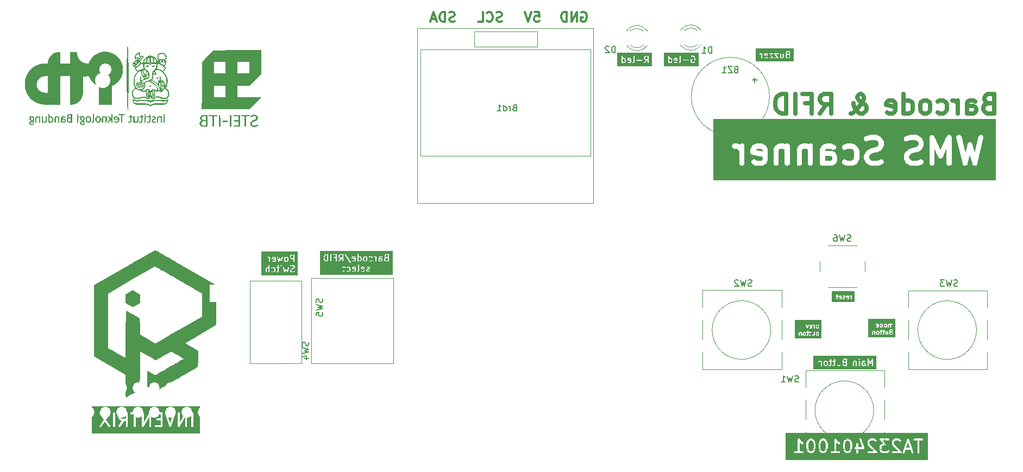
<source format=gbo>
G04 #@! TF.GenerationSoftware,KiCad,Pcbnew,(7.99.0-200-gad838e3d73)*
G04 #@! TF.CreationDate,2024-04-01T14:09:54+07:00*
G04 #@! TF.ProjectId,WMS,574d532e-6b69-4636-9164-5f7063625858,rev?*
G04 #@! TF.SameCoordinates,Original*
G04 #@! TF.FileFunction,Legend,Bot*
G04 #@! TF.FilePolarity,Positive*
%FSLAX46Y46*%
G04 Gerber Fmt 4.6, Leading zero omitted, Abs format (unit mm)*
G04 Created by KiCad (PCBNEW (7.99.0-200-gad838e3d73)) date 2024-04-01 14:09:54*
%MOMM*%
%LPD*%
G01*
G04 APERTURE LIST*
%ADD10C,0.150000*%
%ADD11C,0.700000*%
%ADD12C,0.800000*%
%ADD13C,0.300000*%
%ADD14C,0.100000*%
%ADD15C,0.120000*%
%ADD16R,5.000000X3.500000*%
%ADD17C,2.390000*%
%ADD18C,3.450000*%
%ADD19C,2.200000*%
%ADD20R,1.700000X1.700000*%
%ADD21O,1.700000X1.700000*%
%ADD22C,1.700000*%
%ADD23R,2.800000X2.800000*%
%ADD24O,4.000000X2.800000*%
%ADD25O,3.048000X1.850000*%
%ADD26R,2.000000X2.000000*%
%ADD27C,2.000000*%
%ADD28O,1.600000X2.000000*%
%ADD29R,1.800000X1.800000*%
%ADD30C,1.800000*%
G04 APERTURE END LIST*
D10*
G36*
X164761504Y-53383990D02*
G01*
X164605264Y-53383990D01*
X164590351Y-53381240D01*
X164583639Y-53383990D01*
X164473258Y-53383990D01*
X164404740Y-53349731D01*
X164374333Y-53319324D01*
X164340076Y-53250809D01*
X164340076Y-53143363D01*
X164374335Y-53074845D01*
X164404741Y-53044438D01*
X164473257Y-53010180D01*
X164761504Y-53010180D01*
X164761504Y-53383990D01*
G37*
G36*
X162018697Y-53372035D02*
G01*
X162047218Y-53429075D01*
X162047218Y-53510361D01*
X161721028Y-53445124D01*
X161721028Y-53429077D01*
X161749549Y-53372034D01*
X161806589Y-53343514D01*
X161961655Y-53343514D01*
X162018697Y-53372035D01*
G37*
G36*
X161125411Y-53377773D02*
G01*
X161155816Y-53408178D01*
X161190075Y-53476694D01*
X161190075Y-53726998D01*
X161155816Y-53795515D01*
X161125409Y-53825922D01*
X161056894Y-53860180D01*
X160901829Y-53860180D01*
X160863885Y-53841208D01*
X160863885Y-53362486D01*
X160901827Y-53343514D01*
X161056893Y-53343514D01*
X161125411Y-53377773D01*
G37*
G36*
X165442457Y-54520657D02*
G01*
X160007933Y-54520657D01*
X160007933Y-53318888D01*
X160710768Y-53318888D01*
X160713885Y-53328267D01*
X160713885Y-53886251D01*
X160713156Y-53906926D01*
X160713885Y-53908153D01*
X160713885Y-53945962D01*
X160723128Y-53977440D01*
X160756414Y-54006282D01*
X160800009Y-54012550D01*
X160837194Y-53995568D01*
X160846974Y-54000458D01*
X160862101Y-54010180D01*
X160877431Y-54010180D01*
X160892514Y-54012894D01*
X160899058Y-54010180D01*
X161070559Y-54010180D01*
X161088443Y-54012111D01*
X161102156Y-54005254D01*
X161116859Y-54000937D01*
X161121497Y-53995583D01*
X161194966Y-53958848D01*
X161207298Y-53956166D01*
X161221925Y-53941538D01*
X161237043Y-53927477D01*
X161237405Y-53926058D01*
X161263840Y-53899623D01*
X161274690Y-53893180D01*
X161283944Y-53874670D01*
X161293835Y-53856557D01*
X161293730Y-53855098D01*
X161330353Y-53781852D01*
X161340075Y-53766726D01*
X161340075Y-53751396D01*
X161342789Y-53736313D01*
X161340075Y-53729769D01*
X161340075Y-53502343D01*
X161567979Y-53502343D01*
X161571028Y-53515308D01*
X161571028Y-53517391D01*
X161573488Y-53525770D01*
X161578062Y-53545218D01*
X161579649Y-53546753D01*
X161580271Y-53548869D01*
X161595354Y-53561938D01*
X161609725Y-53575834D01*
X161611890Y-53576267D01*
X161613557Y-53577711D01*
X161633310Y-53580551D01*
X162047218Y-53663332D01*
X162047218Y-53774617D01*
X162018696Y-53831659D01*
X161961656Y-53860180D01*
X161806591Y-53860180D01*
X161717544Y-53815657D01*
X161685256Y-53809847D01*
X161644573Y-53826720D01*
X161619470Y-53862910D01*
X161617918Y-53906926D01*
X161640409Y-53944795D01*
X161751736Y-54000458D01*
X161766863Y-54010180D01*
X161782193Y-54010180D01*
X161797276Y-54012894D01*
X161803820Y-54010180D01*
X161975321Y-54010180D01*
X161993205Y-54012111D01*
X162006918Y-54005254D01*
X162021621Y-54000937D01*
X162026259Y-53995583D01*
X162091050Y-53963187D01*
X162093964Y-53963290D01*
X162110568Y-53953428D01*
X162117783Y-53949821D01*
X162119797Y-53947946D01*
X162131833Y-53940799D01*
X162133265Y-53937935D01*
X162377435Y-53937935D01*
X162391325Y-53979731D01*
X162425607Y-54007383D01*
X162469396Y-54012111D01*
X162567241Y-53963187D01*
X162570155Y-53963290D01*
X162586759Y-53953428D01*
X162593974Y-53949821D01*
X162595988Y-53947946D01*
X162608024Y-53940799D01*
X162611806Y-53933234D01*
X162613034Y-53932092D01*
X164186971Y-53932092D01*
X164197700Y-53974808D01*
X164229820Y-54004943D01*
X164273134Y-54012930D01*
X164313890Y-53996231D01*
X164637458Y-53533990D01*
X164761504Y-53533990D01*
X164761504Y-53945962D01*
X164770747Y-53977440D01*
X164804033Y-54006282D01*
X164847628Y-54012550D01*
X164887692Y-53994254D01*
X164911504Y-53957202D01*
X164911504Y-53464350D01*
X164913874Y-53447866D01*
X164911504Y-53442676D01*
X164911504Y-52940540D01*
X164913874Y-52924056D01*
X164906954Y-52908903D01*
X164902261Y-52892920D01*
X164897948Y-52889183D01*
X164895578Y-52883992D01*
X164881561Y-52874984D01*
X164868975Y-52864078D01*
X164863328Y-52863266D01*
X164858526Y-52860180D01*
X164841864Y-52860180D01*
X164825380Y-52857810D01*
X164820190Y-52860180D01*
X164459592Y-52860180D01*
X164441708Y-52858249D01*
X164427994Y-52865105D01*
X164413292Y-52869423D01*
X164408652Y-52874776D01*
X164335182Y-52911512D01*
X164322853Y-52914195D01*
X164308228Y-52928819D01*
X164293108Y-52942885D01*
X164292745Y-52944302D01*
X164266310Y-52970737D01*
X164255461Y-52977181D01*
X164246210Y-52995681D01*
X164236315Y-53013804D01*
X164236419Y-53015264D01*
X164199799Y-53088505D01*
X164190076Y-53103635D01*
X164190076Y-53118965D01*
X164187362Y-53134048D01*
X164190076Y-53140592D01*
X164190076Y-53264474D01*
X164188145Y-53282358D01*
X164195001Y-53296071D01*
X164199319Y-53310774D01*
X164204672Y-53315412D01*
X164241407Y-53388881D01*
X164244090Y-53401213D01*
X164258717Y-53415840D01*
X164272779Y-53430958D01*
X164274197Y-53431320D01*
X164300632Y-53457755D01*
X164307076Y-53468605D01*
X164325585Y-53477859D01*
X164343699Y-53487750D01*
X164345157Y-53487645D01*
X164418403Y-53524268D01*
X164433530Y-53533990D01*
X164448860Y-53533990D01*
X164453744Y-53534868D01*
X164197451Y-53901003D01*
X164186971Y-53932092D01*
X162613034Y-53932092D01*
X162617996Y-53927477D01*
X162621461Y-53913923D01*
X162663687Y-53829471D01*
X162673409Y-53814345D01*
X162673409Y-53799015D01*
X162676123Y-53783932D01*
X162673409Y-53777388D01*
X162673409Y-53565352D01*
X162997230Y-53565352D01*
X163015526Y-53605416D01*
X163052578Y-53629228D01*
X163847286Y-53629228D01*
X163878764Y-53619985D01*
X163907606Y-53586699D01*
X163913874Y-53543104D01*
X163895578Y-53503040D01*
X163858526Y-53479228D01*
X163063818Y-53479228D01*
X163032340Y-53488471D01*
X163003498Y-53521757D01*
X162997230Y-53565352D01*
X162673409Y-53565352D01*
X162673409Y-52924398D01*
X162664166Y-52892920D01*
X162630880Y-52864078D01*
X162587285Y-52857810D01*
X162547221Y-52876106D01*
X162523409Y-52913158D01*
X162523409Y-53774617D01*
X162494887Y-53831659D01*
X162412367Y-53872920D01*
X162388346Y-53895264D01*
X162377435Y-53937935D01*
X162133265Y-53937935D01*
X162135615Y-53933234D01*
X162141805Y-53927477D01*
X162145270Y-53913923D01*
X162187496Y-53829471D01*
X162197218Y-53814345D01*
X162197218Y-53799015D01*
X162199932Y-53783932D01*
X162197218Y-53777388D01*
X162197218Y-53614726D01*
X162200267Y-53606112D01*
X162197218Y-53593149D01*
X162197218Y-53415402D01*
X162199148Y-53397527D01*
X162192293Y-53383817D01*
X162187975Y-53369111D01*
X162182620Y-53364471D01*
X162150225Y-53299680D01*
X162150328Y-53296768D01*
X162140468Y-53280167D01*
X162136859Y-53272948D01*
X162134983Y-53270931D01*
X162127837Y-53258899D01*
X162120272Y-53255116D01*
X162114515Y-53248927D01*
X162100961Y-53245461D01*
X162016512Y-53203237D01*
X162001383Y-53193514D01*
X161986053Y-53193514D01*
X161970970Y-53190800D01*
X161964426Y-53193514D01*
X161792916Y-53193514D01*
X161775041Y-53191584D01*
X161761331Y-53198438D01*
X161746625Y-53202757D01*
X161741985Y-53208111D01*
X161677194Y-53240506D01*
X161674282Y-53240404D01*
X161657681Y-53250263D01*
X161650462Y-53253873D01*
X161648445Y-53255748D01*
X161636413Y-53262895D01*
X161632630Y-53270459D01*
X161626441Y-53276217D01*
X161622975Y-53289770D01*
X161580751Y-53374219D01*
X161571028Y-53389349D01*
X161571028Y-53404679D01*
X161568314Y-53419762D01*
X161571028Y-53426306D01*
X161571028Y-53493729D01*
X161567979Y-53502343D01*
X161340075Y-53502343D01*
X161340075Y-53463021D01*
X161342005Y-53445146D01*
X161335150Y-53431436D01*
X161330832Y-53416730D01*
X161325477Y-53412090D01*
X161288743Y-53338621D01*
X161286061Y-53326291D01*
X161271441Y-53311671D01*
X161257372Y-53296546D01*
X161255953Y-53296183D01*
X161229518Y-53269748D01*
X161223075Y-53258899D01*
X161204574Y-53249648D01*
X161186452Y-53239753D01*
X161184991Y-53239857D01*
X161111750Y-53203237D01*
X161096621Y-53193514D01*
X161081291Y-53193514D01*
X161066208Y-53190800D01*
X161059664Y-53193514D01*
X160888154Y-53193514D01*
X160870279Y-53191584D01*
X160863885Y-53194781D01*
X160863885Y-52924398D01*
X160854642Y-52892920D01*
X160821356Y-52864078D01*
X160777761Y-52857810D01*
X160737697Y-52876106D01*
X160713885Y-52913158D01*
X160713885Y-53306698D01*
X160710768Y-53318888D01*
X160007933Y-53318888D01*
X160007933Y-52409943D01*
X165442457Y-52409943D01*
X165442457Y-54520657D01*
G37*
G36*
X120489174Y-85909435D02*
G01*
X120517695Y-85966475D01*
X120517695Y-86047761D01*
X120191505Y-85982524D01*
X120191505Y-85966477D01*
X120220026Y-85909434D01*
X120277066Y-85880914D01*
X120432132Y-85880914D01*
X120489174Y-85909435D01*
G37*
G36*
X119108221Y-85909435D02*
G01*
X119136742Y-85966475D01*
X119136742Y-86047761D01*
X118810552Y-85982524D01*
X118810552Y-85966477D01*
X118839073Y-85909434D01*
X118896113Y-85880914D01*
X119051179Y-85880914D01*
X119108221Y-85909435D01*
G37*
G36*
X117160551Y-84301390D02*
G01*
X117004311Y-84301390D01*
X116989398Y-84298640D01*
X116982686Y-84301390D01*
X116872305Y-84301390D01*
X116803787Y-84267131D01*
X116773380Y-84236724D01*
X116739123Y-84168209D01*
X116739123Y-84060763D01*
X116773382Y-83992245D01*
X116803788Y-83961838D01*
X116872304Y-83927580D01*
X117160551Y-83927580D01*
X117160551Y-84301390D01*
G37*
G36*
X124255790Y-84777580D02*
G01*
X123967544Y-84777580D01*
X123899026Y-84743321D01*
X123868619Y-84712914D01*
X123834362Y-84644399D01*
X123834362Y-84536953D01*
X123868621Y-84468435D01*
X123895113Y-84441942D01*
X124003015Y-84405975D01*
X124005848Y-84406485D01*
X124012392Y-84403771D01*
X124255790Y-84403771D01*
X124255790Y-84777580D01*
G37*
G36*
X124255790Y-84253771D02*
G01*
X124015163Y-84253771D01*
X123946645Y-84219512D01*
X123916238Y-84189105D01*
X123881981Y-84120590D01*
X123881981Y-84060763D01*
X123916240Y-83992245D01*
X123946646Y-83961838D01*
X124015162Y-83927580D01*
X124255790Y-83927580D01*
X124255790Y-84253771D01*
G37*
G36*
X123005848Y-84549342D02*
G01*
X123012392Y-84546628D01*
X123217846Y-84546628D01*
X123274888Y-84575149D01*
X123303409Y-84632189D01*
X123303409Y-84692017D01*
X123274887Y-84749059D01*
X123217847Y-84777580D01*
X123015163Y-84777580D01*
X122977219Y-84758608D01*
X122977219Y-84546628D01*
X122990765Y-84546628D01*
X123005848Y-84549342D01*
G37*
G36*
X120857792Y-84295173D02*
G01*
X120888197Y-84325578D01*
X120922456Y-84394094D01*
X120922456Y-84644398D01*
X120888197Y-84712915D01*
X120857790Y-84743322D01*
X120789275Y-84777580D01*
X120681829Y-84777580D01*
X120613311Y-84743321D01*
X120582904Y-84712914D01*
X120548647Y-84644399D01*
X120548647Y-84394096D01*
X120582906Y-84325578D01*
X120613311Y-84295172D01*
X120681827Y-84260914D01*
X120789274Y-84260914D01*
X120857792Y-84295173D01*
G37*
G36*
X119953030Y-84295173D02*
G01*
X119983435Y-84325578D01*
X120017694Y-84394094D01*
X120017694Y-84644398D01*
X119983435Y-84712915D01*
X119953028Y-84743322D01*
X119884513Y-84777580D01*
X119729448Y-84777580D01*
X119691504Y-84758608D01*
X119691504Y-84279886D01*
X119729446Y-84260914D01*
X119884512Y-84260914D01*
X119953030Y-84295173D01*
G37*
G36*
X119084411Y-84289435D02*
G01*
X119112932Y-84346475D01*
X119112932Y-84427761D01*
X118786742Y-84362524D01*
X118786742Y-84346477D01*
X118815263Y-84289434D01*
X118872303Y-84260914D01*
X119027369Y-84260914D01*
X119084411Y-84289435D01*
G37*
G36*
X114827218Y-84777580D02*
G01*
X114676293Y-84777580D01*
X114561779Y-84739408D01*
X114487666Y-84665295D01*
X114449173Y-84588309D01*
X114405790Y-84414775D01*
X114405790Y-84290387D01*
X114449173Y-84116853D01*
X114487668Y-84039864D01*
X114561780Y-83965751D01*
X114676293Y-83927580D01*
X114827218Y-83927580D01*
X114827218Y-84777580D01*
G37*
G36*
X125024243Y-87058057D02*
G01*
X113684957Y-87058057D01*
X113684957Y-86483704D01*
X117134372Y-86483704D01*
X117152668Y-86523768D01*
X117189720Y-86547580D01*
X117302940Y-86547580D01*
X117320824Y-86549511D01*
X117334537Y-86542654D01*
X117349240Y-86538337D01*
X117353878Y-86532983D01*
X117418669Y-86500587D01*
X117421583Y-86500690D01*
X117438187Y-86490828D01*
X117445402Y-86487221D01*
X117447416Y-86485346D01*
X117459452Y-86478199D01*
X117463234Y-86470634D01*
X117469424Y-86464877D01*
X117472889Y-86451323D01*
X117515115Y-86366871D01*
X117524837Y-86351745D01*
X117524837Y-86336415D01*
X117527551Y-86321332D01*
X117524837Y-86314788D01*
X117524837Y-85880914D01*
X117603476Y-85880914D01*
X117634954Y-85871671D01*
X117648283Y-85856288D01*
X117800292Y-85856288D01*
X117814182Y-85898084D01*
X117848464Y-85925736D01*
X117892253Y-85930464D01*
X117991351Y-85880914D01*
X118146417Y-85880914D01*
X118214935Y-85915173D01*
X118245340Y-85945578D01*
X118279599Y-86014094D01*
X118279599Y-86264398D01*
X118245340Y-86332915D01*
X118214933Y-86363322D01*
X118146418Y-86397580D01*
X117991353Y-86397580D01*
X117902306Y-86353057D01*
X117870018Y-86347247D01*
X117829335Y-86364120D01*
X117804232Y-86400310D01*
X117802680Y-86444326D01*
X117825171Y-86482195D01*
X117936498Y-86537858D01*
X117951625Y-86547580D01*
X117966955Y-86547580D01*
X117982038Y-86550294D01*
X117988582Y-86547580D01*
X118160083Y-86547580D01*
X118177967Y-86549511D01*
X118191680Y-86542654D01*
X118206383Y-86538337D01*
X118211021Y-86532983D01*
X118284490Y-86496248D01*
X118296822Y-86493566D01*
X118311449Y-86478938D01*
X118326567Y-86464877D01*
X118326929Y-86463458D01*
X118353364Y-86437023D01*
X118364214Y-86430580D01*
X118373468Y-86412070D01*
X118383359Y-86393957D01*
X118383254Y-86392498D01*
X118419877Y-86319252D01*
X118429599Y-86304126D01*
X118429599Y-86288796D01*
X118432313Y-86273713D01*
X118429599Y-86267169D01*
X118429599Y-86039743D01*
X118657503Y-86039743D01*
X118660552Y-86052708D01*
X118660552Y-86054791D01*
X118663012Y-86063170D01*
X118667586Y-86082618D01*
X118669173Y-86084153D01*
X118669795Y-86086269D01*
X118684878Y-86099338D01*
X118699249Y-86113234D01*
X118701414Y-86113667D01*
X118703081Y-86115111D01*
X118722834Y-86117951D01*
X119136742Y-86200732D01*
X119136742Y-86312017D01*
X119108220Y-86369059D01*
X119051180Y-86397580D01*
X118896115Y-86397580D01*
X118807068Y-86353057D01*
X118774780Y-86347247D01*
X118734097Y-86364120D01*
X118708994Y-86400310D01*
X118707442Y-86444326D01*
X118729933Y-86482195D01*
X118841260Y-86537858D01*
X118856387Y-86547580D01*
X118871717Y-86547580D01*
X118886800Y-86550294D01*
X118893344Y-86547580D01*
X119064845Y-86547580D01*
X119082729Y-86549511D01*
X119096442Y-86542654D01*
X119111145Y-86538337D01*
X119115783Y-86532983D01*
X119180574Y-86500587D01*
X119183488Y-86500690D01*
X119200092Y-86490828D01*
X119207307Y-86487221D01*
X119209321Y-86485346D01*
X119221357Y-86478199D01*
X119222789Y-86475335D01*
X119466959Y-86475335D01*
X119480849Y-86517131D01*
X119515131Y-86544783D01*
X119558920Y-86549511D01*
X119656765Y-86500587D01*
X119659679Y-86500690D01*
X119676283Y-86490828D01*
X119683498Y-86487221D01*
X119685512Y-86485346D01*
X119697548Y-86478199D01*
X119701330Y-86470634D01*
X119707520Y-86464877D01*
X119710985Y-86451323D01*
X119753211Y-86366871D01*
X119762933Y-86351745D01*
X119762933Y-86336415D01*
X119765647Y-86321332D01*
X119762933Y-86314788D01*
X119762933Y-86039743D01*
X120038456Y-86039743D01*
X120041505Y-86052708D01*
X120041505Y-86054791D01*
X120043965Y-86063170D01*
X120048539Y-86082618D01*
X120050126Y-86084153D01*
X120050748Y-86086269D01*
X120065831Y-86099338D01*
X120080202Y-86113234D01*
X120082367Y-86113667D01*
X120084034Y-86115111D01*
X120103787Y-86117951D01*
X120517695Y-86200732D01*
X120517695Y-86312017D01*
X120489173Y-86369059D01*
X120432133Y-86397580D01*
X120277068Y-86397580D01*
X120188021Y-86353057D01*
X120155733Y-86347247D01*
X120115050Y-86364120D01*
X120089947Y-86400310D01*
X120088395Y-86444326D01*
X120110886Y-86482195D01*
X120222213Y-86537858D01*
X120237340Y-86547580D01*
X120252670Y-86547580D01*
X120267753Y-86550294D01*
X120274297Y-86547580D01*
X120445798Y-86547580D01*
X120463682Y-86549511D01*
X120477395Y-86542654D01*
X120492098Y-86538337D01*
X120496736Y-86532983D01*
X120561527Y-86500587D01*
X120564441Y-86500690D01*
X120581045Y-86490828D01*
X120588260Y-86487221D01*
X120590274Y-86485346D01*
X120602310Y-86478199D01*
X120606092Y-86470634D01*
X120612282Y-86464877D01*
X120615747Y-86451323D01*
X120657973Y-86366871D01*
X120667695Y-86351745D01*
X120667695Y-86336415D01*
X120670409Y-86321332D01*
X120667695Y-86314788D01*
X120667695Y-86290495D01*
X120895934Y-86290495D01*
X120898648Y-86297039D01*
X120898648Y-86325683D01*
X120896717Y-86343567D01*
X120903573Y-86357280D01*
X120907891Y-86371983D01*
X120913244Y-86376621D01*
X120945640Y-86441412D01*
X120945538Y-86444326D01*
X120955399Y-86460930D01*
X120959007Y-86468145D01*
X120960881Y-86470159D01*
X120968029Y-86482195D01*
X120975593Y-86485977D01*
X120981351Y-86492167D01*
X120994904Y-86495632D01*
X121079356Y-86537858D01*
X121094483Y-86547580D01*
X121109813Y-86547580D01*
X121124896Y-86550294D01*
X121131440Y-86547580D01*
X121302941Y-86547580D01*
X121320825Y-86549511D01*
X121334538Y-86542654D01*
X121349241Y-86538337D01*
X121353879Y-86532983D01*
X121445403Y-86487221D01*
X121469425Y-86464877D01*
X121480336Y-86422206D01*
X121466446Y-86380411D01*
X121432164Y-86352759D01*
X121388375Y-86348031D01*
X121289276Y-86397580D01*
X121134211Y-86397580D01*
X121077168Y-86369058D01*
X121048648Y-86312018D01*
X121048648Y-86299810D01*
X121077169Y-86242767D01*
X121134209Y-86214247D01*
X121255322Y-86214247D01*
X121273206Y-86216178D01*
X121286919Y-86209321D01*
X121301622Y-86205004D01*
X121306260Y-86199650D01*
X121371051Y-86167254D01*
X121373965Y-86167357D01*
X121390569Y-86157495D01*
X121397784Y-86153888D01*
X121399798Y-86152013D01*
X121411834Y-86144866D01*
X121415616Y-86137301D01*
X121421806Y-86131544D01*
X121425271Y-86117990D01*
X121467497Y-86033538D01*
X121477219Y-86018412D01*
X121477219Y-86003082D01*
X121479933Y-85987999D01*
X121477219Y-85981455D01*
X121477219Y-85952802D01*
X121479149Y-85934927D01*
X121472294Y-85921217D01*
X121467976Y-85906511D01*
X121462621Y-85901871D01*
X121430226Y-85837080D01*
X121430329Y-85834168D01*
X121420469Y-85817567D01*
X121416860Y-85810348D01*
X121414984Y-85808331D01*
X121407838Y-85796299D01*
X121400273Y-85792516D01*
X121394516Y-85786327D01*
X121380962Y-85782861D01*
X121296513Y-85740637D01*
X121281384Y-85730914D01*
X121266054Y-85730914D01*
X121250971Y-85728200D01*
X121244427Y-85730914D01*
X121120536Y-85730914D01*
X121102661Y-85728984D01*
X121088951Y-85735838D01*
X121074245Y-85740157D01*
X121069605Y-85745511D01*
X120978082Y-85791273D01*
X120954061Y-85813617D01*
X120943150Y-85856288D01*
X120957040Y-85898084D01*
X120991322Y-85925736D01*
X121035111Y-85930464D01*
X121134209Y-85880914D01*
X121241656Y-85880914D01*
X121298698Y-85909435D01*
X121327219Y-85966475D01*
X121327219Y-85978684D01*
X121298697Y-86035726D01*
X121241657Y-86064247D01*
X121120536Y-86064247D01*
X121102661Y-86062317D01*
X121088951Y-86069171D01*
X121074245Y-86073490D01*
X121069605Y-86078844D01*
X121004814Y-86111239D01*
X121001902Y-86111137D01*
X120985301Y-86120996D01*
X120978082Y-86124606D01*
X120976065Y-86126481D01*
X120964033Y-86133628D01*
X120960250Y-86141192D01*
X120954061Y-86146950D01*
X120950595Y-86160503D01*
X120908371Y-86244952D01*
X120898648Y-86260082D01*
X120898648Y-86275412D01*
X120895934Y-86290495D01*
X120667695Y-86290495D01*
X120667695Y-86152126D01*
X120670744Y-86143512D01*
X120667695Y-86130549D01*
X120667695Y-85952802D01*
X120669625Y-85934927D01*
X120662770Y-85921217D01*
X120658452Y-85906511D01*
X120653097Y-85901871D01*
X120620702Y-85837080D01*
X120620805Y-85834168D01*
X120610945Y-85817567D01*
X120607336Y-85810348D01*
X120605460Y-85808331D01*
X120598314Y-85796299D01*
X120590749Y-85792516D01*
X120584992Y-85786327D01*
X120571438Y-85782861D01*
X120486989Y-85740637D01*
X120471860Y-85730914D01*
X120456530Y-85730914D01*
X120441447Y-85728200D01*
X120434903Y-85730914D01*
X120263393Y-85730914D01*
X120245518Y-85728984D01*
X120231808Y-85735838D01*
X120217102Y-85740157D01*
X120212462Y-85745511D01*
X120147671Y-85777906D01*
X120144759Y-85777804D01*
X120128158Y-85787663D01*
X120120939Y-85791273D01*
X120118922Y-85793148D01*
X120106890Y-85800295D01*
X120103107Y-85807859D01*
X120096918Y-85813617D01*
X120093452Y-85827170D01*
X120051228Y-85911619D01*
X120041505Y-85926749D01*
X120041505Y-85942079D01*
X120038791Y-85957162D01*
X120041505Y-85963706D01*
X120041505Y-86031129D01*
X120038456Y-86039743D01*
X119762933Y-86039743D01*
X119762933Y-85461798D01*
X119753690Y-85430320D01*
X119720404Y-85401478D01*
X119676809Y-85395210D01*
X119636745Y-85413506D01*
X119612933Y-85450558D01*
X119612933Y-86312017D01*
X119584411Y-86369059D01*
X119501891Y-86410320D01*
X119477870Y-86432664D01*
X119466959Y-86475335D01*
X119222789Y-86475335D01*
X119225139Y-86470634D01*
X119231329Y-86464877D01*
X119234794Y-86451323D01*
X119277020Y-86366871D01*
X119286742Y-86351745D01*
X119286742Y-86336415D01*
X119289456Y-86321332D01*
X119286742Y-86314788D01*
X119286742Y-86152126D01*
X119289791Y-86143512D01*
X119286742Y-86130549D01*
X119286742Y-85952802D01*
X119288672Y-85934927D01*
X119281817Y-85921217D01*
X119277499Y-85906511D01*
X119272144Y-85901871D01*
X119239749Y-85837080D01*
X119239852Y-85834168D01*
X119229992Y-85817567D01*
X119226383Y-85810348D01*
X119224507Y-85808331D01*
X119217361Y-85796299D01*
X119209796Y-85792516D01*
X119204039Y-85786327D01*
X119190485Y-85782861D01*
X119106036Y-85740637D01*
X119090907Y-85730914D01*
X119075577Y-85730914D01*
X119060494Y-85728200D01*
X119053950Y-85730914D01*
X118882440Y-85730914D01*
X118864565Y-85728984D01*
X118850855Y-85735838D01*
X118836149Y-85740157D01*
X118831509Y-85745511D01*
X118766718Y-85777906D01*
X118763806Y-85777804D01*
X118747205Y-85787663D01*
X118739986Y-85791273D01*
X118737969Y-85793148D01*
X118725937Y-85800295D01*
X118722154Y-85807859D01*
X118715965Y-85813617D01*
X118712499Y-85827170D01*
X118670275Y-85911619D01*
X118660552Y-85926749D01*
X118660552Y-85942079D01*
X118657838Y-85957162D01*
X118660552Y-85963706D01*
X118660552Y-86031129D01*
X118657503Y-86039743D01*
X118429599Y-86039743D01*
X118429599Y-86000421D01*
X118431529Y-85982546D01*
X118424674Y-85968836D01*
X118420356Y-85954130D01*
X118415001Y-85949490D01*
X118378267Y-85876021D01*
X118375585Y-85863691D01*
X118360965Y-85849071D01*
X118346896Y-85833946D01*
X118345477Y-85833583D01*
X118319042Y-85807148D01*
X118312599Y-85796299D01*
X118294098Y-85787048D01*
X118275976Y-85777153D01*
X118274515Y-85777257D01*
X118201274Y-85740637D01*
X118186145Y-85730914D01*
X118170815Y-85730914D01*
X118155732Y-85728200D01*
X118149188Y-85730914D01*
X117977678Y-85730914D01*
X117959803Y-85728984D01*
X117946093Y-85735838D01*
X117931387Y-85740157D01*
X117926747Y-85745511D01*
X117835224Y-85791273D01*
X117811203Y-85813617D01*
X117800292Y-85856288D01*
X117648283Y-85856288D01*
X117663796Y-85838385D01*
X117670064Y-85794790D01*
X117651768Y-85754726D01*
X117614716Y-85730914D01*
X117524837Y-85730914D01*
X117524837Y-85461798D01*
X117515594Y-85430320D01*
X117482308Y-85401478D01*
X117438713Y-85395210D01*
X117398649Y-85413506D01*
X117374837Y-85450558D01*
X117374837Y-85730914D01*
X117200960Y-85730914D01*
X117169482Y-85740157D01*
X117140640Y-85773443D01*
X117134372Y-85817038D01*
X117152668Y-85857102D01*
X117189720Y-85880914D01*
X117374837Y-85880914D01*
X117374837Y-86312017D01*
X117346315Y-86369059D01*
X117289275Y-86397580D01*
X117200960Y-86397580D01*
X117169482Y-86406823D01*
X117140640Y-86440109D01*
X117134372Y-86483704D01*
X113684957Y-86483704D01*
X113684957Y-84420835D01*
X114252688Y-84420835D01*
X114255790Y-84433243D01*
X114255790Y-84434791D01*
X114258394Y-84443660D01*
X114302408Y-84619715D01*
X114301478Y-84628329D01*
X114307644Y-84640662D01*
X114308263Y-84643135D01*
X114312445Y-84650262D01*
X114354740Y-84734852D01*
X114357423Y-84747184D01*
X114372050Y-84761811D01*
X114386112Y-84776929D01*
X114387530Y-84777291D01*
X114465378Y-84855139D01*
X114476657Y-84869148D01*
X114491198Y-84873995D01*
X114504651Y-84881341D01*
X114511718Y-84880835D01*
X114631486Y-84920758D01*
X114642101Y-84927580D01*
X114662780Y-84927580D01*
X114683420Y-84928326D01*
X114684679Y-84927580D01*
X114896858Y-84927580D01*
X114913342Y-84929950D01*
X114928494Y-84923030D01*
X114944478Y-84918337D01*
X114948214Y-84914024D01*
X114953406Y-84911654D01*
X114962413Y-84897637D01*
X114973320Y-84885051D01*
X114974131Y-84879404D01*
X114977218Y-84874602D01*
X114977218Y-84863362D01*
X115303408Y-84863362D01*
X115312651Y-84894840D01*
X115345937Y-84923682D01*
X115389532Y-84929950D01*
X115429596Y-84911654D01*
X115453408Y-84874602D01*
X115453408Y-83863704D01*
X115681991Y-83863704D01*
X115700287Y-83903768D01*
X115737339Y-83927580D01*
X116160551Y-83927580D01*
X116160551Y-84253771D01*
X115891436Y-84253771D01*
X115859958Y-84263014D01*
X115831116Y-84296300D01*
X115824848Y-84339895D01*
X115843144Y-84379959D01*
X115880196Y-84403771D01*
X116160551Y-84403771D01*
X116160551Y-84863362D01*
X116169794Y-84894840D01*
X116203080Y-84923682D01*
X116246675Y-84929950D01*
X116286739Y-84911654D01*
X116310551Y-84874602D01*
X116310551Y-84849492D01*
X116586018Y-84849492D01*
X116596747Y-84892208D01*
X116628867Y-84922343D01*
X116672181Y-84930330D01*
X116712937Y-84913631D01*
X117036505Y-84451390D01*
X117160551Y-84451390D01*
X117160551Y-84863362D01*
X117169794Y-84894840D01*
X117203080Y-84923682D01*
X117246675Y-84929950D01*
X117286739Y-84911654D01*
X117310551Y-84874602D01*
X117310551Y-84381750D01*
X117312921Y-84365266D01*
X117310551Y-84360076D01*
X117310551Y-83857940D01*
X117312921Y-83841456D01*
X117306001Y-83826303D01*
X117301308Y-83810320D01*
X117296995Y-83806583D01*
X117294625Y-83801392D01*
X117280608Y-83792384D01*
X117271166Y-83784202D01*
X117493526Y-83784202D01*
X117494266Y-83828240D01*
X118369604Y-85141249D01*
X118394755Y-85162314D01*
X118438450Y-85167848D01*
X118478200Y-85148881D01*
X118501386Y-85111434D01*
X118500646Y-85067397D01*
X118068878Y-84419743D01*
X118633693Y-84419743D01*
X118636742Y-84432708D01*
X118636742Y-84434791D01*
X118639202Y-84443170D01*
X118643776Y-84462618D01*
X118645363Y-84464153D01*
X118645985Y-84466269D01*
X118661068Y-84479338D01*
X118675439Y-84493234D01*
X118677604Y-84493667D01*
X118679271Y-84495111D01*
X118699024Y-84497951D01*
X119112932Y-84580732D01*
X119112932Y-84692017D01*
X119084410Y-84749059D01*
X119027370Y-84777580D01*
X118872305Y-84777580D01*
X118783258Y-84733057D01*
X118750970Y-84727247D01*
X118710287Y-84744120D01*
X118685184Y-84780310D01*
X118683632Y-84824326D01*
X118706123Y-84862195D01*
X118817450Y-84917858D01*
X118832577Y-84927580D01*
X118847907Y-84927580D01*
X118862990Y-84930294D01*
X118869534Y-84927580D01*
X119041035Y-84927580D01*
X119058919Y-84929511D01*
X119072632Y-84922654D01*
X119087335Y-84918337D01*
X119091973Y-84912983D01*
X119156764Y-84880587D01*
X119159678Y-84880690D01*
X119176282Y-84870828D01*
X119183497Y-84867221D01*
X119185511Y-84865346D01*
X119197547Y-84858199D01*
X119201329Y-84850634D01*
X119207519Y-84844877D01*
X119210984Y-84831323D01*
X119253210Y-84746871D01*
X119262932Y-84731745D01*
X119262932Y-84716415D01*
X119265646Y-84701332D01*
X119262932Y-84694788D01*
X119262932Y-84532126D01*
X119265981Y-84523512D01*
X119262932Y-84510549D01*
X119262932Y-84332802D01*
X119264862Y-84314927D01*
X119258007Y-84301217D01*
X119253689Y-84286511D01*
X119248334Y-84281871D01*
X119225543Y-84236288D01*
X119538387Y-84236288D01*
X119541504Y-84245667D01*
X119541504Y-84803651D01*
X119540775Y-84824326D01*
X119541504Y-84825553D01*
X119541504Y-84863362D01*
X119550747Y-84894840D01*
X119584033Y-84923682D01*
X119627628Y-84929950D01*
X119664813Y-84912968D01*
X119674593Y-84917858D01*
X119689720Y-84927580D01*
X119705050Y-84927580D01*
X119720133Y-84930294D01*
X119726677Y-84927580D01*
X119898178Y-84927580D01*
X119916062Y-84929511D01*
X119929775Y-84922654D01*
X119944478Y-84918337D01*
X119949116Y-84912983D01*
X120022585Y-84876248D01*
X120034917Y-84873566D01*
X120049544Y-84858938D01*
X120064662Y-84844877D01*
X120065024Y-84843458D01*
X120091459Y-84817023D01*
X120102309Y-84810580D01*
X120111563Y-84792070D01*
X120121454Y-84773957D01*
X120121349Y-84772498D01*
X120157972Y-84699252D01*
X120167694Y-84684126D01*
X120167694Y-84668796D01*
X120170408Y-84653713D01*
X120167694Y-84647169D01*
X120167694Y-84384781D01*
X120395933Y-84384781D01*
X120398647Y-84391325D01*
X120398647Y-84658064D01*
X120396716Y-84675948D01*
X120403572Y-84689661D01*
X120407890Y-84704364D01*
X120413243Y-84709002D01*
X120449978Y-84782471D01*
X120452661Y-84794803D01*
X120467288Y-84809430D01*
X120481350Y-84824548D01*
X120482768Y-84824910D01*
X120509203Y-84851345D01*
X120515647Y-84862195D01*
X120534156Y-84871449D01*
X120552270Y-84881340D01*
X120553728Y-84881235D01*
X120626974Y-84917858D01*
X120642101Y-84927580D01*
X120657431Y-84927580D01*
X120672514Y-84930294D01*
X120679058Y-84927580D01*
X120802940Y-84927580D01*
X120820824Y-84929511D01*
X120834537Y-84922654D01*
X120849240Y-84918337D01*
X120853878Y-84912983D01*
X120927347Y-84876248D01*
X120939679Y-84873566D01*
X120954306Y-84858938D01*
X120969424Y-84844877D01*
X120969786Y-84843458D01*
X120996221Y-84817023D01*
X121007071Y-84810580D01*
X121016325Y-84792070D01*
X121026216Y-84773957D01*
X121026111Y-84772498D01*
X121062734Y-84699252D01*
X121072456Y-84684126D01*
X121072456Y-84668796D01*
X121075170Y-84653713D01*
X121072456Y-84647169D01*
X121072456Y-84380421D01*
X121074386Y-84362546D01*
X121067531Y-84348836D01*
X121063213Y-84334130D01*
X121057858Y-84329490D01*
X121021124Y-84256021D01*
X121018442Y-84243691D01*
X121011039Y-84236288D01*
X121300292Y-84236288D01*
X121314182Y-84278084D01*
X121348464Y-84305736D01*
X121392253Y-84310464D01*
X121491351Y-84260914D01*
X121646417Y-84260914D01*
X121714935Y-84295173D01*
X121745340Y-84325578D01*
X121779599Y-84394094D01*
X121779599Y-84644398D01*
X121745340Y-84712915D01*
X121714933Y-84743322D01*
X121646418Y-84777580D01*
X121491353Y-84777580D01*
X121402306Y-84733057D01*
X121370018Y-84727247D01*
X121329335Y-84744120D01*
X121304232Y-84780310D01*
X121302680Y-84824326D01*
X121325171Y-84862195D01*
X121436498Y-84917858D01*
X121451625Y-84927580D01*
X121466955Y-84927580D01*
X121482038Y-84930294D01*
X121488582Y-84927580D01*
X121660083Y-84927580D01*
X121677967Y-84929511D01*
X121691680Y-84922654D01*
X121706383Y-84918337D01*
X121711021Y-84912983D01*
X121784490Y-84876248D01*
X121796822Y-84873566D01*
X121811449Y-84858938D01*
X121826567Y-84844877D01*
X121826929Y-84843458D01*
X121853364Y-84817023D01*
X121864214Y-84810580D01*
X121873468Y-84792070D01*
X121883359Y-84773957D01*
X121883254Y-84772498D01*
X121919877Y-84699252D01*
X121929599Y-84684126D01*
X121929599Y-84668796D01*
X121932313Y-84653713D01*
X121929599Y-84647169D01*
X121929599Y-84380421D01*
X121931529Y-84362546D01*
X121924674Y-84348836D01*
X121920356Y-84334130D01*
X121915001Y-84329490D01*
X121878267Y-84256021D01*
X121875585Y-84243691D01*
X121860965Y-84229071D01*
X121846896Y-84213946D01*
X121845477Y-84213583D01*
X121828932Y-84197038D01*
X122062944Y-84197038D01*
X122081240Y-84237102D01*
X122118292Y-84260914D01*
X122217846Y-84260914D01*
X122286364Y-84295173D01*
X122316769Y-84325578D01*
X122351028Y-84394094D01*
X122351028Y-84863362D01*
X122360271Y-84894840D01*
X122393557Y-84923682D01*
X122437152Y-84929950D01*
X122477216Y-84911654D01*
X122501028Y-84874602D01*
X122501028Y-84380421D01*
X122502958Y-84362546D01*
X122501028Y-84358686D01*
X122501028Y-84337162D01*
X122824505Y-84337162D01*
X122827219Y-84343706D01*
X122827219Y-84422699D01*
X122826490Y-84443374D01*
X122827219Y-84444601D01*
X122827219Y-84803651D01*
X122826490Y-84824326D01*
X122827219Y-84825553D01*
X122827219Y-84863362D01*
X122836462Y-84894840D01*
X122869748Y-84923682D01*
X122913343Y-84929950D01*
X122950528Y-84912968D01*
X122960308Y-84917858D01*
X122975435Y-84927580D01*
X122990765Y-84927580D01*
X123005848Y-84930294D01*
X123012392Y-84927580D01*
X123231512Y-84927580D01*
X123249396Y-84929511D01*
X123263109Y-84922654D01*
X123277812Y-84918337D01*
X123282450Y-84912983D01*
X123347241Y-84880587D01*
X123350155Y-84880690D01*
X123366759Y-84870828D01*
X123373974Y-84867221D01*
X123375988Y-84865346D01*
X123388024Y-84858199D01*
X123391806Y-84850634D01*
X123397996Y-84844877D01*
X123401461Y-84831323D01*
X123443687Y-84746871D01*
X123453409Y-84731745D01*
X123453409Y-84716415D01*
X123456123Y-84701332D01*
X123453409Y-84694788D01*
X123453409Y-84618516D01*
X123455339Y-84600641D01*
X123448484Y-84586931D01*
X123444166Y-84572225D01*
X123438811Y-84567585D01*
X123418838Y-84527638D01*
X123681648Y-84527638D01*
X123684362Y-84534182D01*
X123684362Y-84658064D01*
X123682431Y-84675948D01*
X123689287Y-84689661D01*
X123693605Y-84704364D01*
X123698958Y-84709002D01*
X123735693Y-84782471D01*
X123738376Y-84794803D01*
X123753003Y-84809430D01*
X123767065Y-84824548D01*
X123768483Y-84824910D01*
X123794918Y-84851345D01*
X123801362Y-84862195D01*
X123819871Y-84871449D01*
X123837985Y-84881340D01*
X123839443Y-84881235D01*
X123912689Y-84917858D01*
X123927816Y-84927580D01*
X123943146Y-84927580D01*
X123958229Y-84930294D01*
X123964773Y-84927580D01*
X124325430Y-84927580D01*
X124341914Y-84929950D01*
X124357066Y-84923030D01*
X124373050Y-84918337D01*
X124376786Y-84914024D01*
X124381978Y-84911654D01*
X124390985Y-84897637D01*
X124401892Y-84885051D01*
X124402703Y-84879404D01*
X124405790Y-84874602D01*
X124405790Y-84857940D01*
X124408160Y-84841456D01*
X124405790Y-84836266D01*
X124405790Y-84334130D01*
X124408160Y-84317647D01*
X124405790Y-84312457D01*
X124405790Y-83857940D01*
X124408160Y-83841456D01*
X124401240Y-83826303D01*
X124396547Y-83810320D01*
X124392234Y-83806583D01*
X124389864Y-83801392D01*
X124375847Y-83792384D01*
X124363261Y-83781478D01*
X124357614Y-83780666D01*
X124352812Y-83777580D01*
X124336150Y-83777580D01*
X124319666Y-83775210D01*
X124314476Y-83777580D01*
X124001497Y-83777580D01*
X123983613Y-83775649D01*
X123969899Y-83782505D01*
X123955197Y-83786823D01*
X123950557Y-83792176D01*
X123877087Y-83828912D01*
X123864758Y-83831595D01*
X123850133Y-83846219D01*
X123835013Y-83860285D01*
X123834650Y-83861702D01*
X123808215Y-83888137D01*
X123797366Y-83894581D01*
X123788115Y-83913081D01*
X123778220Y-83931204D01*
X123778324Y-83932664D01*
X123741704Y-84005905D01*
X123731981Y-84021035D01*
X123731981Y-84036365D01*
X123729267Y-84051448D01*
X123731981Y-84057992D01*
X123731981Y-84134255D01*
X123730050Y-84152139D01*
X123736906Y-84165852D01*
X123741224Y-84180555D01*
X123746577Y-84185193D01*
X123783312Y-84258662D01*
X123785995Y-84270994D01*
X123800622Y-84285621D01*
X123814684Y-84300739D01*
X123816102Y-84301101D01*
X123821777Y-84306776D01*
X123817139Y-84307785D01*
X123806300Y-84318623D01*
X123793714Y-84327371D01*
X123791005Y-84333918D01*
X123760596Y-84364327D01*
X123749747Y-84370771D01*
X123740496Y-84389271D01*
X123730601Y-84407394D01*
X123730705Y-84408854D01*
X123694085Y-84482095D01*
X123684362Y-84497225D01*
X123684362Y-84512555D01*
X123681648Y-84527638D01*
X123418838Y-84527638D01*
X123406416Y-84502794D01*
X123406519Y-84499882D01*
X123396659Y-84483281D01*
X123393050Y-84476062D01*
X123391174Y-84474045D01*
X123384028Y-84462013D01*
X123376463Y-84458230D01*
X123370706Y-84452041D01*
X123357152Y-84448575D01*
X123272703Y-84406351D01*
X123257574Y-84396628D01*
X123242244Y-84396628D01*
X123227161Y-84393914D01*
X123220617Y-84396628D01*
X123015163Y-84396628D01*
X122977219Y-84377656D01*
X122977219Y-84346477D01*
X123005740Y-84289434D01*
X123062780Y-84260914D01*
X123217846Y-84260914D01*
X123306892Y-84305437D01*
X123339181Y-84311247D01*
X123379864Y-84294374D01*
X123404966Y-84258184D01*
X123406519Y-84214168D01*
X123384028Y-84176299D01*
X123272703Y-84120637D01*
X123257574Y-84110914D01*
X123242244Y-84110914D01*
X123227161Y-84108200D01*
X123220617Y-84110914D01*
X123049107Y-84110914D01*
X123031232Y-84108984D01*
X123017522Y-84115838D01*
X123002816Y-84120157D01*
X122998176Y-84125511D01*
X122933385Y-84157906D01*
X122930473Y-84157804D01*
X122913872Y-84167663D01*
X122906653Y-84171273D01*
X122904636Y-84173148D01*
X122892604Y-84180295D01*
X122888821Y-84187859D01*
X122882632Y-84193617D01*
X122879166Y-84207170D01*
X122836942Y-84291619D01*
X122827219Y-84306749D01*
X122827219Y-84322079D01*
X122824505Y-84337162D01*
X122501028Y-84337162D01*
X122501028Y-84175132D01*
X122491785Y-84143654D01*
X122458499Y-84114812D01*
X122414904Y-84108544D01*
X122374840Y-84126840D01*
X122353292Y-84160368D01*
X122347405Y-84157153D01*
X122345944Y-84157257D01*
X122272703Y-84120637D01*
X122257574Y-84110914D01*
X122242244Y-84110914D01*
X122227161Y-84108200D01*
X122220617Y-84110914D01*
X122129532Y-84110914D01*
X122098054Y-84120157D01*
X122069212Y-84153443D01*
X122062944Y-84197038D01*
X121828932Y-84197038D01*
X121819042Y-84187148D01*
X121812599Y-84176299D01*
X121794098Y-84167048D01*
X121775976Y-84157153D01*
X121774515Y-84157257D01*
X121701274Y-84120637D01*
X121686145Y-84110914D01*
X121670815Y-84110914D01*
X121655732Y-84108200D01*
X121649188Y-84110914D01*
X121477678Y-84110914D01*
X121459803Y-84108984D01*
X121446093Y-84115838D01*
X121431387Y-84120157D01*
X121426747Y-84125511D01*
X121335224Y-84171273D01*
X121311203Y-84193617D01*
X121300292Y-84236288D01*
X121011039Y-84236288D01*
X121003822Y-84229071D01*
X120989753Y-84213946D01*
X120988334Y-84213583D01*
X120961899Y-84187148D01*
X120955456Y-84176299D01*
X120936955Y-84167048D01*
X120918833Y-84157153D01*
X120917372Y-84157257D01*
X120844131Y-84120637D01*
X120829002Y-84110914D01*
X120813672Y-84110914D01*
X120798589Y-84108200D01*
X120792045Y-84110914D01*
X120668154Y-84110914D01*
X120650279Y-84108984D01*
X120636569Y-84115838D01*
X120621863Y-84120157D01*
X120617223Y-84125511D01*
X120543754Y-84162245D01*
X120531424Y-84164928D01*
X120516804Y-84179547D01*
X120501679Y-84193617D01*
X120501316Y-84195035D01*
X120474881Y-84221470D01*
X120464032Y-84227914D01*
X120454781Y-84246414D01*
X120444886Y-84264537D01*
X120444990Y-84265997D01*
X120408370Y-84339238D01*
X120398647Y-84354368D01*
X120398647Y-84369698D01*
X120395933Y-84384781D01*
X120167694Y-84384781D01*
X120167694Y-84380421D01*
X120169624Y-84362546D01*
X120162769Y-84348836D01*
X120158451Y-84334130D01*
X120153096Y-84329490D01*
X120116362Y-84256021D01*
X120113680Y-84243691D01*
X120099060Y-84229071D01*
X120084991Y-84213946D01*
X120083572Y-84213583D01*
X120057137Y-84187148D01*
X120050694Y-84176299D01*
X120032193Y-84167048D01*
X120014071Y-84157153D01*
X120012610Y-84157257D01*
X119939369Y-84120637D01*
X119924240Y-84110914D01*
X119908910Y-84110914D01*
X119893827Y-84108200D01*
X119887283Y-84110914D01*
X119715773Y-84110914D01*
X119697898Y-84108984D01*
X119691504Y-84112181D01*
X119691504Y-83841798D01*
X119682261Y-83810320D01*
X119648975Y-83781478D01*
X119605380Y-83775210D01*
X119565316Y-83793506D01*
X119541504Y-83830558D01*
X119541504Y-84224098D01*
X119538387Y-84236288D01*
X119225543Y-84236288D01*
X119215939Y-84217080D01*
X119216042Y-84214168D01*
X119206182Y-84197567D01*
X119202573Y-84190348D01*
X119200697Y-84188331D01*
X119193551Y-84176299D01*
X119185986Y-84172516D01*
X119180229Y-84166327D01*
X119166675Y-84162861D01*
X119082226Y-84120637D01*
X119067097Y-84110914D01*
X119051767Y-84110914D01*
X119036684Y-84108200D01*
X119030140Y-84110914D01*
X118858630Y-84110914D01*
X118840755Y-84108984D01*
X118827045Y-84115838D01*
X118812339Y-84120157D01*
X118807699Y-84125511D01*
X118742908Y-84157906D01*
X118739996Y-84157804D01*
X118723395Y-84167663D01*
X118716176Y-84171273D01*
X118714159Y-84173148D01*
X118702127Y-84180295D01*
X118698344Y-84187859D01*
X118692155Y-84193617D01*
X118688689Y-84207170D01*
X118646465Y-84291619D01*
X118636742Y-84306749D01*
X118636742Y-84322079D01*
X118634028Y-84337162D01*
X118636742Y-84343706D01*
X118636742Y-84411129D01*
X118633693Y-84419743D01*
X118068878Y-84419743D01*
X117625308Y-83754387D01*
X117600157Y-83733323D01*
X117556462Y-83727789D01*
X117516712Y-83746756D01*
X117493526Y-83784202D01*
X117271166Y-83784202D01*
X117268022Y-83781478D01*
X117262375Y-83780666D01*
X117257573Y-83777580D01*
X117240911Y-83777580D01*
X117224427Y-83775210D01*
X117219237Y-83777580D01*
X116858639Y-83777580D01*
X116840755Y-83775649D01*
X116827041Y-83782505D01*
X116812339Y-83786823D01*
X116807699Y-83792176D01*
X116734229Y-83828912D01*
X116721900Y-83831595D01*
X116707275Y-83846219D01*
X116692155Y-83860285D01*
X116691792Y-83861702D01*
X116665357Y-83888137D01*
X116654508Y-83894581D01*
X116645257Y-83913081D01*
X116635362Y-83931204D01*
X116635466Y-83932664D01*
X116598846Y-84005905D01*
X116589123Y-84021035D01*
X116589123Y-84036365D01*
X116586409Y-84051448D01*
X116589123Y-84057992D01*
X116589123Y-84181874D01*
X116587192Y-84199758D01*
X116594048Y-84213471D01*
X116598366Y-84228174D01*
X116603719Y-84232812D01*
X116640454Y-84306281D01*
X116643137Y-84318613D01*
X116657764Y-84333240D01*
X116671826Y-84348358D01*
X116673244Y-84348720D01*
X116699679Y-84375155D01*
X116706123Y-84386005D01*
X116724632Y-84395259D01*
X116742746Y-84405150D01*
X116744204Y-84405045D01*
X116817450Y-84441668D01*
X116832577Y-84451390D01*
X116847907Y-84451390D01*
X116852791Y-84452268D01*
X116596498Y-84818403D01*
X116586018Y-84849492D01*
X116310551Y-84849492D01*
X116310551Y-84334130D01*
X116312921Y-84317647D01*
X116310551Y-84312457D01*
X116310551Y-83857940D01*
X116312921Y-83841456D01*
X116306001Y-83826303D01*
X116301308Y-83810320D01*
X116296995Y-83806583D01*
X116294625Y-83801392D01*
X116280608Y-83792384D01*
X116268022Y-83781478D01*
X116262375Y-83780666D01*
X116257573Y-83777580D01*
X116240911Y-83777580D01*
X116224427Y-83775210D01*
X116219237Y-83777580D01*
X115748579Y-83777580D01*
X115717101Y-83786823D01*
X115688259Y-83820109D01*
X115681991Y-83863704D01*
X115453408Y-83863704D01*
X115453408Y-83841798D01*
X115444165Y-83810320D01*
X115410879Y-83781478D01*
X115367284Y-83775210D01*
X115327220Y-83793506D01*
X115303408Y-83830558D01*
X115303408Y-84863362D01*
X114977218Y-84863362D01*
X114977218Y-84857940D01*
X114979588Y-84841456D01*
X114977218Y-84836266D01*
X114977218Y-83857940D01*
X114979588Y-83841456D01*
X114972668Y-83826303D01*
X114967975Y-83810320D01*
X114963662Y-83806583D01*
X114961292Y-83801392D01*
X114947275Y-83792384D01*
X114934689Y-83781478D01*
X114929042Y-83780666D01*
X114924240Y-83777580D01*
X114907578Y-83777580D01*
X114891094Y-83775210D01*
X114885904Y-83777580D01*
X114673525Y-83777580D01*
X114661298Y-83774465D01*
X114641690Y-83781000D01*
X114621863Y-83786823D01*
X114620903Y-83787930D01*
X114501383Y-83827771D01*
X114483805Y-83831595D01*
X114472963Y-83842436D01*
X114460380Y-83851182D01*
X114457672Y-83857727D01*
X114379643Y-83935756D01*
X114368794Y-83942200D01*
X114359543Y-83960700D01*
X114349648Y-83978823D01*
X114349752Y-83980283D01*
X114317300Y-84045187D01*
X114310989Y-84051122D01*
X114307644Y-84064499D01*
X114306505Y-84066779D01*
X114305041Y-84074911D01*
X114261022Y-84250988D01*
X114255790Y-84259130D01*
X114255790Y-84271918D01*
X114255414Y-84273422D01*
X114255790Y-84282668D01*
X114255790Y-84411666D01*
X114252688Y-84420835D01*
X113684957Y-84420835D01*
X113684957Y-83327343D01*
X125024243Y-83327343D01*
X125024243Y-87058057D01*
G37*
G36*
X195990898Y-90402234D02*
G01*
X196005133Y-90430705D01*
X196005133Y-90454847D01*
X195827492Y-90419319D01*
X195836034Y-90402234D01*
X195864505Y-90388000D01*
X195962428Y-90388000D01*
X195990898Y-90402234D01*
G37*
G36*
X194824231Y-90402234D02*
G01*
X194838466Y-90430705D01*
X194838466Y-90454847D01*
X194660825Y-90419319D01*
X194669367Y-90402234D01*
X194697838Y-90388000D01*
X194795761Y-90388000D01*
X194824231Y-90402234D01*
G37*
G36*
X196971800Y-91257000D02*
G01*
X193486800Y-91257000D01*
X193486800Y-90790790D01*
X194036096Y-90790790D01*
X194054392Y-90830854D01*
X194091444Y-90854666D01*
X194176096Y-90854666D01*
X194193976Y-90856597D01*
X194207688Y-90849740D01*
X194222393Y-90845423D01*
X194227032Y-90840069D01*
X194263252Y-90821959D01*
X194266166Y-90822062D01*
X194282768Y-90812201D01*
X194289985Y-90808593D01*
X194292000Y-90806717D01*
X194304034Y-90799571D01*
X194307815Y-90792006D01*
X194314006Y-90786249D01*
X194317471Y-90772694D01*
X194345410Y-90716816D01*
X194355133Y-90701688D01*
X194355133Y-90686357D01*
X194357847Y-90671274D01*
X194355133Y-90664730D01*
X194355133Y-90475400D01*
X194502084Y-90475400D01*
X194505133Y-90488365D01*
X194505133Y-90490448D01*
X194507593Y-90498827D01*
X194512167Y-90518275D01*
X194513754Y-90519810D01*
X194514376Y-90521926D01*
X194529459Y-90534995D01*
X194543830Y-90548891D01*
X194545995Y-90549324D01*
X194547662Y-90550768D01*
X194567415Y-90553608D01*
X194838466Y-90607818D01*
X194838466Y-90661961D01*
X194824230Y-90690431D01*
X194795762Y-90704666D01*
X194697838Y-90704666D01*
X194637363Y-90674429D01*
X194605074Y-90668619D01*
X194564392Y-90685493D01*
X194539289Y-90721682D01*
X194537737Y-90765699D01*
X194560228Y-90803567D01*
X194642982Y-90844943D01*
X194658111Y-90854666D01*
X194673442Y-90854666D01*
X194688525Y-90857380D01*
X194695069Y-90854666D01*
X194809429Y-90854666D01*
X194827309Y-90856597D01*
X194841021Y-90849740D01*
X194855726Y-90845423D01*
X194860365Y-90840069D01*
X194896585Y-90821959D01*
X194899499Y-90822062D01*
X194916101Y-90812201D01*
X194923318Y-90808593D01*
X194925333Y-90806717D01*
X194937367Y-90799571D01*
X194941148Y-90792006D01*
X194947339Y-90786249D01*
X194950804Y-90772694D01*
X194978743Y-90716816D01*
X194988466Y-90701688D01*
X194988466Y-90686357D01*
X194991180Y-90671274D01*
X194988466Y-90664730D01*
X194988466Y-90654724D01*
X195102419Y-90654724D01*
X195105133Y-90661268D01*
X195105133Y-90675631D01*
X195103203Y-90693510D01*
X195110057Y-90707219D01*
X195114376Y-90721926D01*
X195119731Y-90726566D01*
X195137840Y-90762785D01*
X195137738Y-90765698D01*
X195147596Y-90782297D01*
X195151207Y-90789518D01*
X195153082Y-90791534D01*
X195160229Y-90803567D01*
X195167794Y-90807349D01*
X195173552Y-90813539D01*
X195187103Y-90817004D01*
X195242981Y-90844942D01*
X195258111Y-90854666D01*
X195273441Y-90854666D01*
X195288524Y-90857380D01*
X195295068Y-90854666D01*
X195409427Y-90854666D01*
X195427311Y-90856597D01*
X195441024Y-90849740D01*
X195455727Y-90845423D01*
X195460365Y-90840069D01*
X195523318Y-90808593D01*
X195547339Y-90786249D01*
X195558250Y-90743578D01*
X195544360Y-90701782D01*
X195510079Y-90674130D01*
X195466289Y-90669402D01*
X195395762Y-90704666D01*
X195297837Y-90704666D01*
X195269368Y-90690431D01*
X195255652Y-90662999D01*
X195269368Y-90635568D01*
X195297838Y-90621333D01*
X195376096Y-90621333D01*
X195393976Y-90623264D01*
X195407688Y-90616407D01*
X195422393Y-90612090D01*
X195427032Y-90606736D01*
X195463252Y-90588626D01*
X195466166Y-90588729D01*
X195482768Y-90578868D01*
X195489985Y-90575260D01*
X195492000Y-90573384D01*
X195504034Y-90566238D01*
X195507815Y-90558673D01*
X195514006Y-90552916D01*
X195517471Y-90539361D01*
X195545410Y-90483483D01*
X195550605Y-90475400D01*
X195668751Y-90475400D01*
X195671800Y-90488365D01*
X195671800Y-90490448D01*
X195674260Y-90498827D01*
X195678834Y-90518275D01*
X195680421Y-90519810D01*
X195681043Y-90521926D01*
X195696126Y-90534995D01*
X195710497Y-90548891D01*
X195712662Y-90549324D01*
X195714329Y-90550768D01*
X195734082Y-90553608D01*
X196005133Y-90607818D01*
X196005133Y-90661961D01*
X195990897Y-90690431D01*
X195962429Y-90704666D01*
X195864505Y-90704666D01*
X195804030Y-90674429D01*
X195771741Y-90668619D01*
X195731059Y-90685493D01*
X195705956Y-90721682D01*
X195704404Y-90765699D01*
X195726895Y-90803567D01*
X195809649Y-90844943D01*
X195824778Y-90854666D01*
X195840109Y-90854666D01*
X195855192Y-90857380D01*
X195861736Y-90854666D01*
X195976096Y-90854666D01*
X195993976Y-90856597D01*
X196007688Y-90849740D01*
X196022393Y-90845423D01*
X196027032Y-90840069D01*
X196063252Y-90821959D01*
X196066166Y-90822062D01*
X196082768Y-90812201D01*
X196089985Y-90808593D01*
X196092000Y-90806717D01*
X196104034Y-90799571D01*
X196107815Y-90792006D01*
X196114006Y-90786249D01*
X196117471Y-90772694D01*
X196145410Y-90716816D01*
X196155133Y-90701688D01*
X196155133Y-90686357D01*
X196157847Y-90671274D01*
X196155133Y-90664730D01*
X196155133Y-90559213D01*
X196158182Y-90550599D01*
X196155133Y-90537635D01*
X196155133Y-90417041D01*
X196157064Y-90399157D01*
X196150207Y-90385444D01*
X196145890Y-90370740D01*
X196140535Y-90366100D01*
X196122426Y-90329881D01*
X196122529Y-90326967D01*
X196120840Y-90324124D01*
X196202763Y-90324124D01*
X196221059Y-90364188D01*
X196258111Y-90388000D01*
X196329094Y-90388000D01*
X196369040Y-90407972D01*
X196385160Y-90424093D01*
X196405133Y-90464038D01*
X196405133Y-90790448D01*
X196414376Y-90821926D01*
X196447662Y-90850768D01*
X196491257Y-90857036D01*
X196531321Y-90838740D01*
X196555133Y-90801688D01*
X196555133Y-90450374D01*
X196557064Y-90432490D01*
X196555133Y-90428628D01*
X196555133Y-90302218D01*
X196545890Y-90270740D01*
X196512604Y-90241898D01*
X196469009Y-90235630D01*
X196428945Y-90253926D01*
X196421019Y-90266257D01*
X196383952Y-90247723D01*
X196368822Y-90238000D01*
X196353492Y-90238000D01*
X196338409Y-90235286D01*
X196331865Y-90238000D01*
X196269351Y-90238000D01*
X196237873Y-90247243D01*
X196209031Y-90280529D01*
X196202763Y-90324124D01*
X196120840Y-90324124D01*
X196112665Y-90310359D01*
X196109060Y-90303149D01*
X196107186Y-90301134D01*
X196100038Y-90289099D01*
X196092473Y-90285316D01*
X196086716Y-90279127D01*
X196073161Y-90275661D01*
X196017283Y-90247722D01*
X196002155Y-90238000D01*
X195986824Y-90238000D01*
X195971741Y-90235286D01*
X195965198Y-90238000D01*
X195850841Y-90238000D01*
X195832957Y-90236069D01*
X195819244Y-90242925D01*
X195804540Y-90247243D01*
X195799900Y-90252597D01*
X195763681Y-90270706D01*
X195760767Y-90270604D01*
X195744159Y-90280467D01*
X195736949Y-90284073D01*
X195734934Y-90285946D01*
X195722899Y-90293095D01*
X195719116Y-90300659D01*
X195712927Y-90306417D01*
X195709461Y-90319971D01*
X195681522Y-90375849D01*
X195671800Y-90390978D01*
X195671800Y-90406309D01*
X195669086Y-90421392D01*
X195671800Y-90427935D01*
X195671800Y-90466786D01*
X195668751Y-90475400D01*
X195550605Y-90475400D01*
X195555133Y-90468355D01*
X195555133Y-90453024D01*
X195557847Y-90437941D01*
X195555133Y-90431397D01*
X195555133Y-90417041D01*
X195557064Y-90399157D01*
X195550207Y-90385444D01*
X195545890Y-90370740D01*
X195540535Y-90366100D01*
X195522426Y-90329881D01*
X195522529Y-90326967D01*
X195512665Y-90310359D01*
X195509060Y-90303149D01*
X195507186Y-90301134D01*
X195500038Y-90289099D01*
X195492473Y-90285316D01*
X195486716Y-90279127D01*
X195473161Y-90275661D01*
X195417283Y-90247722D01*
X195402155Y-90238000D01*
X195386824Y-90238000D01*
X195371741Y-90235286D01*
X195365198Y-90238000D01*
X195284174Y-90238000D01*
X195266289Y-90236069D01*
X195252575Y-90242925D01*
X195237873Y-90247243D01*
X195233234Y-90252596D01*
X195170282Y-90284073D01*
X195146261Y-90306417D01*
X195135350Y-90349088D01*
X195149240Y-90390884D01*
X195183522Y-90418536D01*
X195227311Y-90423264D01*
X195297838Y-90388000D01*
X195362428Y-90388000D01*
X195390898Y-90402234D01*
X195404613Y-90429666D01*
X195390897Y-90457098D01*
X195362429Y-90471333D01*
X195284174Y-90471333D01*
X195266289Y-90469402D01*
X195252575Y-90476258D01*
X195237873Y-90480576D01*
X195233234Y-90485929D01*
X195197014Y-90504039D01*
X195194102Y-90503937D01*
X195177505Y-90513794D01*
X195170282Y-90517406D01*
X195168264Y-90519282D01*
X195156234Y-90526428D01*
X195152452Y-90533990D01*
X195146261Y-90539750D01*
X195142794Y-90553305D01*
X195114855Y-90609183D01*
X195105133Y-90624311D01*
X195105133Y-90639641D01*
X195102419Y-90654724D01*
X194988466Y-90654724D01*
X194988466Y-90559213D01*
X194991515Y-90550599D01*
X194988466Y-90537635D01*
X194988466Y-90417041D01*
X194990397Y-90399157D01*
X194983540Y-90385444D01*
X194979223Y-90370740D01*
X194973868Y-90366100D01*
X194955759Y-90329881D01*
X194955862Y-90326967D01*
X194945998Y-90310359D01*
X194942393Y-90303149D01*
X194940519Y-90301134D01*
X194933371Y-90289099D01*
X194925806Y-90285316D01*
X194920049Y-90279127D01*
X194906494Y-90275661D01*
X194850616Y-90247722D01*
X194835488Y-90238000D01*
X194820157Y-90238000D01*
X194805074Y-90235286D01*
X194798531Y-90238000D01*
X194684174Y-90238000D01*
X194666290Y-90236069D01*
X194652577Y-90242925D01*
X194637873Y-90247243D01*
X194633233Y-90252597D01*
X194597014Y-90270706D01*
X194594100Y-90270604D01*
X194577492Y-90280467D01*
X194570282Y-90284073D01*
X194568267Y-90285946D01*
X194556232Y-90293095D01*
X194552449Y-90300659D01*
X194546260Y-90306417D01*
X194542794Y-90319971D01*
X194514855Y-90375849D01*
X194505133Y-90390978D01*
X194505133Y-90406309D01*
X194502419Y-90421392D01*
X194505133Y-90427935D01*
X194505133Y-90466786D01*
X194502084Y-90475400D01*
X194355133Y-90475400D01*
X194355133Y-90388000D01*
X194390915Y-90388000D01*
X194422393Y-90378757D01*
X194451235Y-90345471D01*
X194457503Y-90301876D01*
X194439207Y-90261812D01*
X194402155Y-90238000D01*
X194355133Y-90238000D01*
X194355133Y-90068884D01*
X194345890Y-90037406D01*
X194312604Y-90008564D01*
X194269009Y-90002296D01*
X194228945Y-90020592D01*
X194205133Y-90057644D01*
X194205133Y-90238000D01*
X194102684Y-90238000D01*
X194071206Y-90247243D01*
X194042364Y-90280529D01*
X194036096Y-90324124D01*
X194054392Y-90364188D01*
X194091444Y-90388000D01*
X194205133Y-90388000D01*
X194205133Y-90661961D01*
X194190897Y-90690431D01*
X194162429Y-90704666D01*
X194102684Y-90704666D01*
X194071206Y-90713909D01*
X194042364Y-90747195D01*
X194036096Y-90790790D01*
X193486800Y-90790790D01*
X193486800Y-89532000D01*
X196971800Y-89532000D01*
X196971800Y-91257000D01*
G37*
G36*
X186808704Y-53123580D02*
G01*
X186520458Y-53123580D01*
X186451940Y-53089321D01*
X186421533Y-53058914D01*
X186387276Y-52990399D01*
X186387276Y-52882953D01*
X186421535Y-52814435D01*
X186448027Y-52787942D01*
X186555929Y-52751975D01*
X186558762Y-52752485D01*
X186565306Y-52749771D01*
X186808704Y-52749771D01*
X186808704Y-53123580D01*
G37*
G36*
X186808704Y-52599771D02*
G01*
X186568077Y-52599771D01*
X186499559Y-52565512D01*
X186469152Y-52535105D01*
X186434895Y-52466590D01*
X186434895Y-52406763D01*
X186469154Y-52338245D01*
X186499560Y-52307838D01*
X186568076Y-52273580D01*
X186808704Y-52273580D01*
X186808704Y-52599771D01*
G37*
G36*
X183303992Y-52635435D02*
G01*
X183332513Y-52692475D01*
X183332513Y-52773761D01*
X183006323Y-52708524D01*
X183006323Y-52692477D01*
X183034844Y-52635434D01*
X183091884Y-52606914D01*
X183246950Y-52606914D01*
X183303992Y-52635435D01*
G37*
G36*
X187489657Y-53784057D02*
G01*
X181578942Y-53784057D01*
X181578942Y-52543038D01*
X182139667Y-52543038D01*
X182157963Y-52583102D01*
X182195015Y-52606914D01*
X182294569Y-52606914D01*
X182363087Y-52641173D01*
X182393492Y-52671578D01*
X182427751Y-52740094D01*
X182427751Y-53209362D01*
X182436994Y-53240840D01*
X182470280Y-53269682D01*
X182513875Y-53275950D01*
X182553939Y-53257654D01*
X182577751Y-53220602D01*
X182577751Y-52765743D01*
X182853274Y-52765743D01*
X182856323Y-52778708D01*
X182856323Y-52780791D01*
X182858783Y-52789170D01*
X182863357Y-52808618D01*
X182864944Y-52810153D01*
X182865566Y-52812269D01*
X182880649Y-52825338D01*
X182895020Y-52839234D01*
X182897185Y-52839667D01*
X182898852Y-52841111D01*
X182918605Y-52843951D01*
X183332513Y-52926732D01*
X183332513Y-53038017D01*
X183303991Y-53095059D01*
X183246951Y-53123580D01*
X183091886Y-53123580D01*
X183002839Y-53079057D01*
X182970551Y-53073247D01*
X182929868Y-53090120D01*
X182904765Y-53126310D01*
X182903213Y-53170326D01*
X182925704Y-53208195D01*
X183037031Y-53263858D01*
X183052158Y-53273580D01*
X183067488Y-53273580D01*
X183082571Y-53276294D01*
X183089115Y-53273580D01*
X183260616Y-53273580D01*
X183278500Y-53275511D01*
X183292213Y-53268654D01*
X183306916Y-53264337D01*
X183311554Y-53258983D01*
X183376345Y-53226587D01*
X183379259Y-53226690D01*
X183395863Y-53216828D01*
X183403078Y-53213221D01*
X183405092Y-53211346D01*
X183407857Y-53209704D01*
X183663477Y-53209704D01*
X183681773Y-53249768D01*
X183718825Y-53273580D01*
X184262866Y-53273580D01*
X184283052Y-53274550D01*
X184294374Y-53268019D01*
X184306916Y-53264337D01*
X184313067Y-53257238D01*
X184321204Y-53252545D01*
X184327198Y-53240928D01*
X184335758Y-53231051D01*
X184337094Y-53221754D01*
X184341403Y-53213406D01*
X184341051Y-53209704D01*
X184473001Y-53209704D01*
X184491297Y-53249768D01*
X184528349Y-53273580D01*
X185072390Y-53273580D01*
X185092576Y-53274550D01*
X185103898Y-53268019D01*
X185116440Y-53264337D01*
X185122591Y-53257238D01*
X185130728Y-53252545D01*
X185136722Y-53240928D01*
X185145282Y-53231051D01*
X185146618Y-53221754D01*
X185150927Y-53213406D01*
X185149689Y-53200392D01*
X185151550Y-53187456D01*
X185147647Y-53178911D01*
X185146759Y-53169560D01*
X185138684Y-53159283D01*
X185133254Y-53147392D01*
X185125350Y-53142312D01*
X185090350Y-53097766D01*
X185377166Y-53097766D01*
X185380133Y-53111405D01*
X185380133Y-53209362D01*
X185389376Y-53240840D01*
X185422662Y-53269682D01*
X185466257Y-53275950D01*
X185506321Y-53257654D01*
X185516561Y-53241718D01*
X185560841Y-53263858D01*
X185575968Y-53273580D01*
X185591298Y-53273580D01*
X185606381Y-53276294D01*
X185612925Y-53273580D01*
X185736807Y-53273580D01*
X185754691Y-53275511D01*
X185768404Y-53268654D01*
X185783107Y-53264337D01*
X185787745Y-53258983D01*
X185852536Y-53226587D01*
X185855450Y-53226690D01*
X185872054Y-53216828D01*
X185879269Y-53213221D01*
X185881283Y-53211346D01*
X185893319Y-53204199D01*
X185897101Y-53196634D01*
X185903291Y-53190877D01*
X185906756Y-53177323D01*
X185948982Y-53092871D01*
X185958704Y-53077745D01*
X185958704Y-53062415D01*
X185961418Y-53047332D01*
X185958704Y-53040788D01*
X185958704Y-52873638D01*
X186234562Y-52873638D01*
X186237276Y-52880182D01*
X186237276Y-53004064D01*
X186235345Y-53021948D01*
X186242201Y-53035661D01*
X186246519Y-53050364D01*
X186251872Y-53055002D01*
X186288607Y-53128471D01*
X186291290Y-53140803D01*
X186305917Y-53155430D01*
X186319979Y-53170548D01*
X186321397Y-53170910D01*
X186347832Y-53197345D01*
X186354276Y-53208195D01*
X186372785Y-53217449D01*
X186390899Y-53227340D01*
X186392357Y-53227235D01*
X186465603Y-53263858D01*
X186480730Y-53273580D01*
X186496060Y-53273580D01*
X186511143Y-53276294D01*
X186517687Y-53273580D01*
X186878344Y-53273580D01*
X186894828Y-53275950D01*
X186909980Y-53269030D01*
X186925964Y-53264337D01*
X186929700Y-53260024D01*
X186934892Y-53257654D01*
X186943899Y-53243637D01*
X186954806Y-53231051D01*
X186955617Y-53225404D01*
X186958704Y-53220602D01*
X186958704Y-53203940D01*
X186961074Y-53187456D01*
X186958704Y-53182266D01*
X186958704Y-52680131D01*
X186961074Y-52663647D01*
X186958704Y-52658457D01*
X186958704Y-52203940D01*
X186961074Y-52187456D01*
X186954154Y-52172303D01*
X186949461Y-52156320D01*
X186945148Y-52152583D01*
X186942778Y-52147392D01*
X186928761Y-52138384D01*
X186916175Y-52127478D01*
X186910528Y-52126666D01*
X186905726Y-52123580D01*
X186889064Y-52123580D01*
X186872580Y-52121210D01*
X186867390Y-52123580D01*
X186554411Y-52123580D01*
X186536527Y-52121649D01*
X186522813Y-52128505D01*
X186508111Y-52132823D01*
X186503471Y-52138176D01*
X186430001Y-52174912D01*
X186417672Y-52177595D01*
X186403047Y-52192219D01*
X186387927Y-52206285D01*
X186387564Y-52207702D01*
X186361129Y-52234137D01*
X186350280Y-52240581D01*
X186341029Y-52259081D01*
X186331134Y-52277204D01*
X186331238Y-52278664D01*
X186294618Y-52351905D01*
X186284895Y-52367035D01*
X186284895Y-52382365D01*
X186282181Y-52397448D01*
X186284895Y-52403992D01*
X186284895Y-52480255D01*
X186282964Y-52498139D01*
X186289820Y-52511852D01*
X186294138Y-52526555D01*
X186299491Y-52531193D01*
X186336226Y-52604662D01*
X186338909Y-52616994D01*
X186353536Y-52631621D01*
X186367598Y-52646739D01*
X186369016Y-52647101D01*
X186374691Y-52652776D01*
X186370053Y-52653785D01*
X186359214Y-52664623D01*
X186346628Y-52673371D01*
X186343919Y-52679918D01*
X186313510Y-52710327D01*
X186302661Y-52716771D01*
X186293410Y-52735271D01*
X186283515Y-52753394D01*
X186283619Y-52754854D01*
X186246999Y-52828095D01*
X186237276Y-52843225D01*
X186237276Y-52858555D01*
X186234562Y-52873638D01*
X185958704Y-52873638D01*
X185958704Y-52521132D01*
X185949461Y-52489654D01*
X185916175Y-52460812D01*
X185872580Y-52454544D01*
X185832516Y-52472840D01*
X185808704Y-52509892D01*
X185808704Y-53038017D01*
X185780182Y-53095059D01*
X185723142Y-53123580D01*
X185615696Y-53123580D01*
X185547178Y-53089321D01*
X185530133Y-53072276D01*
X185530133Y-52521132D01*
X185520890Y-52489654D01*
X185487604Y-52460812D01*
X185444009Y-52454544D01*
X185403945Y-52472840D01*
X185380133Y-52509892D01*
X185380133Y-53089811D01*
X185377166Y-53097766D01*
X185090350Y-53097766D01*
X184704681Y-52606914D01*
X185084962Y-52606914D01*
X185116440Y-52597671D01*
X185145282Y-52564385D01*
X185151550Y-52520790D01*
X185133254Y-52480726D01*
X185096202Y-52456914D01*
X184552161Y-52456914D01*
X184531975Y-52455944D01*
X184520652Y-52462474D01*
X184508111Y-52466157D01*
X184501959Y-52473255D01*
X184493823Y-52477949D01*
X184487828Y-52489565D01*
X184479269Y-52499443D01*
X184477932Y-52508739D01*
X184473624Y-52517088D01*
X184474860Y-52530102D01*
X184473001Y-52543038D01*
X184476902Y-52551580D01*
X184477791Y-52560934D01*
X184485868Y-52571213D01*
X184491297Y-52583102D01*
X184499198Y-52588180D01*
X184919870Y-53123580D01*
X184539589Y-53123580D01*
X184508111Y-53132823D01*
X184479269Y-53166109D01*
X184473001Y-53209704D01*
X184341051Y-53209704D01*
X184340165Y-53200392D01*
X184342026Y-53187456D01*
X184338123Y-53178911D01*
X184337235Y-53169560D01*
X184329160Y-53159283D01*
X184323730Y-53147392D01*
X184315826Y-53142312D01*
X183895157Y-52606914D01*
X184275438Y-52606914D01*
X184306916Y-52597671D01*
X184335758Y-52564385D01*
X184342026Y-52520790D01*
X184323730Y-52480726D01*
X184286678Y-52456914D01*
X183742637Y-52456914D01*
X183722451Y-52455944D01*
X183711128Y-52462474D01*
X183698587Y-52466157D01*
X183692435Y-52473255D01*
X183684299Y-52477949D01*
X183678304Y-52489565D01*
X183669745Y-52499443D01*
X183668408Y-52508739D01*
X183664100Y-52517088D01*
X183665336Y-52530102D01*
X183663477Y-52543038D01*
X183667378Y-52551580D01*
X183668267Y-52560934D01*
X183676344Y-52571213D01*
X183681773Y-52583102D01*
X183689674Y-52588180D01*
X184110346Y-53123580D01*
X183730065Y-53123580D01*
X183698587Y-53132823D01*
X183669745Y-53166109D01*
X183663477Y-53209704D01*
X183407857Y-53209704D01*
X183417128Y-53204199D01*
X183420910Y-53196634D01*
X183427100Y-53190877D01*
X183430565Y-53177323D01*
X183472791Y-53092871D01*
X183482513Y-53077745D01*
X183482513Y-53062415D01*
X183485227Y-53047332D01*
X183482513Y-53040788D01*
X183482513Y-52878126D01*
X183485562Y-52869512D01*
X183482513Y-52856549D01*
X183482513Y-52678802D01*
X183484443Y-52660927D01*
X183477588Y-52647217D01*
X183473270Y-52632511D01*
X183467915Y-52627871D01*
X183435520Y-52563080D01*
X183435623Y-52560168D01*
X183425763Y-52543567D01*
X183422154Y-52536348D01*
X183420278Y-52534331D01*
X183413132Y-52522299D01*
X183405567Y-52518516D01*
X183399810Y-52512327D01*
X183386256Y-52508861D01*
X183301807Y-52466637D01*
X183286678Y-52456914D01*
X183271348Y-52456914D01*
X183256265Y-52454200D01*
X183249721Y-52456914D01*
X183078211Y-52456914D01*
X183060336Y-52454984D01*
X183046626Y-52461838D01*
X183031920Y-52466157D01*
X183027280Y-52471511D01*
X182962489Y-52503906D01*
X182959577Y-52503804D01*
X182942976Y-52513663D01*
X182935757Y-52517273D01*
X182933740Y-52519148D01*
X182921708Y-52526295D01*
X182917925Y-52533859D01*
X182911736Y-52539617D01*
X182908270Y-52553170D01*
X182866046Y-52637619D01*
X182856323Y-52652749D01*
X182856323Y-52668079D01*
X182853609Y-52683162D01*
X182856323Y-52689706D01*
X182856323Y-52757129D01*
X182853274Y-52765743D01*
X182577751Y-52765743D01*
X182577751Y-52726421D01*
X182579681Y-52708546D01*
X182577751Y-52704686D01*
X182577751Y-52521132D01*
X182568508Y-52489654D01*
X182535222Y-52460812D01*
X182491627Y-52454544D01*
X182451563Y-52472840D01*
X182430015Y-52506368D01*
X182424128Y-52503153D01*
X182422667Y-52503257D01*
X182349426Y-52466637D01*
X182334297Y-52456914D01*
X182318967Y-52456914D01*
X182303884Y-52454200D01*
X182297340Y-52456914D01*
X182206255Y-52456914D01*
X182174777Y-52466157D01*
X182145935Y-52499443D01*
X182139667Y-52543038D01*
X181578942Y-52543038D01*
X181578942Y-51673343D01*
X187489657Y-51673343D01*
X187489657Y-53784057D01*
G37*
D11*
X217792514Y-60259714D02*
X217363942Y-60402571D01*
X217363942Y-60402571D02*
X217221085Y-60545428D01*
X217221085Y-60545428D02*
X217078228Y-60831142D01*
X217078228Y-60831142D02*
X217078228Y-61259714D01*
X217078228Y-61259714D02*
X217221085Y-61545428D01*
X217221085Y-61545428D02*
X217363942Y-61688285D01*
X217363942Y-61688285D02*
X217649657Y-61831142D01*
X217649657Y-61831142D02*
X218792514Y-61831142D01*
X218792514Y-61831142D02*
X218792514Y-58831142D01*
X218792514Y-58831142D02*
X217792514Y-58831142D01*
X217792514Y-58831142D02*
X217506800Y-58974000D01*
X217506800Y-58974000D02*
X217363942Y-59116857D01*
X217363942Y-59116857D02*
X217221085Y-59402571D01*
X217221085Y-59402571D02*
X217221085Y-59688285D01*
X217221085Y-59688285D02*
X217363942Y-59974000D01*
X217363942Y-59974000D02*
X217506800Y-60116857D01*
X217506800Y-60116857D02*
X217792514Y-60259714D01*
X217792514Y-60259714D02*
X218792514Y-60259714D01*
X214506800Y-61831142D02*
X214506800Y-60259714D01*
X214506800Y-60259714D02*
X214649657Y-59974000D01*
X214649657Y-59974000D02*
X214935371Y-59831142D01*
X214935371Y-59831142D02*
X215506800Y-59831142D01*
X215506800Y-59831142D02*
X215792514Y-59974000D01*
X214506800Y-61688285D02*
X214792514Y-61831142D01*
X214792514Y-61831142D02*
X215506800Y-61831142D01*
X215506800Y-61831142D02*
X215792514Y-61688285D01*
X215792514Y-61688285D02*
X215935371Y-61402571D01*
X215935371Y-61402571D02*
X215935371Y-61116857D01*
X215935371Y-61116857D02*
X215792514Y-60831142D01*
X215792514Y-60831142D02*
X215506800Y-60688285D01*
X215506800Y-60688285D02*
X214792514Y-60688285D01*
X214792514Y-60688285D02*
X214506800Y-60545428D01*
X213078228Y-61831142D02*
X213078228Y-59831142D01*
X213078228Y-60402571D02*
X212935371Y-60116857D01*
X212935371Y-60116857D02*
X212792514Y-59974000D01*
X212792514Y-59974000D02*
X212506799Y-59831142D01*
X212506799Y-59831142D02*
X212221085Y-59831142D01*
X209935371Y-61688285D02*
X210221085Y-61831142D01*
X210221085Y-61831142D02*
X210792513Y-61831142D01*
X210792513Y-61831142D02*
X211078228Y-61688285D01*
X211078228Y-61688285D02*
X211221085Y-61545428D01*
X211221085Y-61545428D02*
X211363942Y-61259714D01*
X211363942Y-61259714D02*
X211363942Y-60402571D01*
X211363942Y-60402571D02*
X211221085Y-60116857D01*
X211221085Y-60116857D02*
X211078228Y-59974000D01*
X211078228Y-59974000D02*
X210792513Y-59831142D01*
X210792513Y-59831142D02*
X210221085Y-59831142D01*
X210221085Y-59831142D02*
X209935371Y-59974000D01*
X208221084Y-61831142D02*
X208506799Y-61688285D01*
X208506799Y-61688285D02*
X208649656Y-61545428D01*
X208649656Y-61545428D02*
X208792513Y-61259714D01*
X208792513Y-61259714D02*
X208792513Y-60402571D01*
X208792513Y-60402571D02*
X208649656Y-60116857D01*
X208649656Y-60116857D02*
X208506799Y-59974000D01*
X208506799Y-59974000D02*
X208221084Y-59831142D01*
X208221084Y-59831142D02*
X207792513Y-59831142D01*
X207792513Y-59831142D02*
X207506799Y-59974000D01*
X207506799Y-59974000D02*
X207363942Y-60116857D01*
X207363942Y-60116857D02*
X207221084Y-60402571D01*
X207221084Y-60402571D02*
X207221084Y-61259714D01*
X207221084Y-61259714D02*
X207363942Y-61545428D01*
X207363942Y-61545428D02*
X207506799Y-61688285D01*
X207506799Y-61688285D02*
X207792513Y-61831142D01*
X207792513Y-61831142D02*
X208221084Y-61831142D01*
X204649656Y-61831142D02*
X204649656Y-58831142D01*
X204649656Y-61688285D02*
X204935370Y-61831142D01*
X204935370Y-61831142D02*
X205506798Y-61831142D01*
X205506798Y-61831142D02*
X205792513Y-61688285D01*
X205792513Y-61688285D02*
X205935370Y-61545428D01*
X205935370Y-61545428D02*
X206078227Y-61259714D01*
X206078227Y-61259714D02*
X206078227Y-60402571D01*
X206078227Y-60402571D02*
X205935370Y-60116857D01*
X205935370Y-60116857D02*
X205792513Y-59974000D01*
X205792513Y-59974000D02*
X205506798Y-59831142D01*
X205506798Y-59831142D02*
X204935370Y-59831142D01*
X204935370Y-59831142D02*
X204649656Y-59974000D01*
X202078227Y-61688285D02*
X202363941Y-61831142D01*
X202363941Y-61831142D02*
X202935370Y-61831142D01*
X202935370Y-61831142D02*
X203221084Y-61688285D01*
X203221084Y-61688285D02*
X203363941Y-61402571D01*
X203363941Y-61402571D02*
X203363941Y-60259714D01*
X203363941Y-60259714D02*
X203221084Y-59974000D01*
X203221084Y-59974000D02*
X202935370Y-59831142D01*
X202935370Y-59831142D02*
X202363941Y-59831142D01*
X202363941Y-59831142D02*
X202078227Y-59974000D01*
X202078227Y-59974000D02*
X201935370Y-60259714D01*
X201935370Y-60259714D02*
X201935370Y-60545428D01*
X201935370Y-60545428D02*
X203363941Y-60831142D01*
X196421083Y-61831142D02*
X196563941Y-61831142D01*
X196563941Y-61831142D02*
X196849655Y-61688285D01*
X196849655Y-61688285D02*
X197278226Y-61259714D01*
X197278226Y-61259714D02*
X197992512Y-60402571D01*
X197992512Y-60402571D02*
X198278226Y-59974000D01*
X198278226Y-59974000D02*
X198421083Y-59545428D01*
X198421083Y-59545428D02*
X198421083Y-59259714D01*
X198421083Y-59259714D02*
X198278226Y-58974000D01*
X198278226Y-58974000D02*
X197992512Y-58831142D01*
X197992512Y-58831142D02*
X197849655Y-58831142D01*
X197849655Y-58831142D02*
X197563941Y-58974000D01*
X197563941Y-58974000D02*
X197421083Y-59259714D01*
X197421083Y-59259714D02*
X197421083Y-59402571D01*
X197421083Y-59402571D02*
X197563941Y-59688285D01*
X197563941Y-59688285D02*
X197706798Y-59831142D01*
X197706798Y-59831142D02*
X198563941Y-60402571D01*
X198563941Y-60402571D02*
X198706798Y-60545428D01*
X198706798Y-60545428D02*
X198849655Y-60831142D01*
X198849655Y-60831142D02*
X198849655Y-61259714D01*
X198849655Y-61259714D02*
X198706798Y-61545428D01*
X198706798Y-61545428D02*
X198563941Y-61688285D01*
X198563941Y-61688285D02*
X198278226Y-61831142D01*
X198278226Y-61831142D02*
X197849655Y-61831142D01*
X197849655Y-61831142D02*
X197563941Y-61688285D01*
X197563941Y-61688285D02*
X197421083Y-61545428D01*
X197421083Y-61545428D02*
X196992512Y-60974000D01*
X196992512Y-60974000D02*
X196849655Y-60545428D01*
X196849655Y-60545428D02*
X196849655Y-60259714D01*
X191621083Y-61831142D02*
X192621083Y-60402571D01*
X193335369Y-61831142D02*
X193335369Y-58831142D01*
X193335369Y-58831142D02*
X192192512Y-58831142D01*
X192192512Y-58831142D02*
X191906797Y-58974000D01*
X191906797Y-58974000D02*
X191763940Y-59116857D01*
X191763940Y-59116857D02*
X191621083Y-59402571D01*
X191621083Y-59402571D02*
X191621083Y-59831142D01*
X191621083Y-59831142D02*
X191763940Y-60116857D01*
X191763940Y-60116857D02*
X191906797Y-60259714D01*
X191906797Y-60259714D02*
X192192512Y-60402571D01*
X192192512Y-60402571D02*
X193335369Y-60402571D01*
X189335369Y-60259714D02*
X190335369Y-60259714D01*
X190335369Y-61831142D02*
X190335369Y-58831142D01*
X190335369Y-58831142D02*
X188906797Y-58831142D01*
X187763940Y-61831142D02*
X187763940Y-58831142D01*
X186335369Y-61831142D02*
X186335369Y-58831142D01*
X186335369Y-58831142D02*
X185621083Y-58831142D01*
X185621083Y-58831142D02*
X185192512Y-58974000D01*
X185192512Y-58974000D02*
X184906797Y-59259714D01*
X184906797Y-59259714D02*
X184763940Y-59545428D01*
X184763940Y-59545428D02*
X184621083Y-60116857D01*
X184621083Y-60116857D02*
X184621083Y-60545428D01*
X184621083Y-60545428D02*
X184763940Y-61116857D01*
X184763940Y-61116857D02*
X184906797Y-61402571D01*
X184906797Y-61402571D02*
X185192512Y-61688285D01*
X185192512Y-61688285D02*
X185621083Y-61831142D01*
X185621083Y-61831142D02*
X186335369Y-61831142D01*
D10*
G36*
X202805933Y-96216466D02*
G01*
X202631970Y-96216466D01*
X202592027Y-96196494D01*
X202575904Y-96180371D01*
X202555933Y-96140429D01*
X202555933Y-96075838D01*
X202575905Y-96035893D01*
X202588113Y-96023685D01*
X202653157Y-96002004D01*
X202655990Y-96002514D01*
X202662534Y-95999800D01*
X202805933Y-95999800D01*
X202805933Y-96216466D01*
G37*
G36*
X202805933Y-95849800D02*
G01*
X202665305Y-95849800D01*
X202625359Y-95829826D01*
X202609238Y-95813705D01*
X202589266Y-95773761D01*
X202589266Y-95742505D01*
X202609239Y-95702559D01*
X202625361Y-95686438D01*
X202665305Y-95666466D01*
X202805933Y-95666466D01*
X202805933Y-95849800D01*
G37*
G36*
X200669840Y-95919772D02*
G01*
X200685960Y-95935892D01*
X200705933Y-95975838D01*
X200705933Y-96140428D01*
X200685960Y-96180373D01*
X200669840Y-96196494D01*
X200629896Y-96216466D01*
X200565305Y-96216466D01*
X200525359Y-96196493D01*
X200509239Y-96180373D01*
X200489267Y-96140429D01*
X200489267Y-95975838D01*
X200509239Y-95935892D01*
X200525359Y-95919772D01*
X200565305Y-95899800D01*
X200629895Y-95899800D01*
X200669840Y-95919772D01*
G37*
G36*
X201869840Y-94785772D02*
G01*
X201885960Y-94801892D01*
X201905933Y-94841838D01*
X201905933Y-95006428D01*
X201885960Y-95046373D01*
X201869840Y-95062494D01*
X201829896Y-95082466D01*
X201765305Y-95082466D01*
X201725359Y-95062493D01*
X201709239Y-95046373D01*
X201689267Y-95006429D01*
X201689267Y-94841838D01*
X201709239Y-94801892D01*
X201725359Y-94785772D01*
X201765305Y-94765800D01*
X201829895Y-94765800D01*
X201869840Y-94785772D01*
G37*
G36*
X201236507Y-94785772D02*
G01*
X201252627Y-94801892D01*
X201272600Y-94841838D01*
X201272600Y-95006428D01*
X201252627Y-95046373D01*
X201236507Y-95062494D01*
X201196563Y-95082466D01*
X201098639Y-95082466D01*
X201089267Y-95077780D01*
X201089267Y-94770486D01*
X201098639Y-94765800D01*
X201196562Y-94765800D01*
X201236507Y-94785772D01*
G37*
G36*
X200625032Y-94780034D02*
G01*
X200639267Y-94808505D01*
X200639267Y-94832647D01*
X200461626Y-94797119D01*
X200470168Y-94780034D01*
X200498639Y-94765800D01*
X200596562Y-94765800D01*
X200625032Y-94780034D01*
G37*
G36*
X203372600Y-96768800D02*
G01*
X199087601Y-96768800D01*
X199087601Y-95933192D01*
X199736553Y-95933192D01*
X199739267Y-95939735D01*
X199739267Y-96302248D01*
X199748510Y-96333726D01*
X199781796Y-96362568D01*
X199825391Y-96368836D01*
X199865455Y-96350540D01*
X199889267Y-96313488D01*
X199889267Y-95942505D01*
X199903501Y-95914034D01*
X199931972Y-95899800D01*
X199996562Y-95899800D01*
X200036507Y-95919772D01*
X200039267Y-95922532D01*
X200039267Y-96302248D01*
X200048510Y-96333726D01*
X200081796Y-96362568D01*
X200125391Y-96368836D01*
X200165455Y-96350540D01*
X200189267Y-96313488D01*
X200189267Y-95966525D01*
X200336553Y-95966525D01*
X200339267Y-95973068D01*
X200339267Y-96154096D01*
X200337336Y-96171976D01*
X200344192Y-96185688D01*
X200348510Y-96200393D01*
X200353863Y-96205032D01*
X200376312Y-96249929D01*
X200378995Y-96262261D01*
X200393614Y-96276880D01*
X200407684Y-96292006D01*
X200409102Y-96292368D01*
X200421250Y-96304516D01*
X200427695Y-96315367D01*
X200446192Y-96324615D01*
X200464318Y-96334513D01*
X200465778Y-96334408D01*
X200510449Y-96356743D01*
X200525578Y-96366466D01*
X200540909Y-96366466D01*
X200555992Y-96369180D01*
X200562536Y-96366466D01*
X200643563Y-96366466D01*
X200661443Y-96368397D01*
X200675155Y-96361540D01*
X200689860Y-96357223D01*
X200694499Y-96351869D01*
X200739396Y-96329420D01*
X200751728Y-96326738D01*
X200766347Y-96312118D01*
X200776591Y-96302590D01*
X200903563Y-96302590D01*
X200921859Y-96342654D01*
X200958911Y-96366466D01*
X201043563Y-96366466D01*
X201061443Y-96368397D01*
X201075155Y-96361540D01*
X201089860Y-96357223D01*
X201094499Y-96351869D01*
X201130719Y-96333759D01*
X201133633Y-96333862D01*
X201150235Y-96324001D01*
X201157452Y-96320393D01*
X201159467Y-96318517D01*
X201171501Y-96311371D01*
X201175282Y-96303806D01*
X201181473Y-96298049D01*
X201184938Y-96284494D01*
X201212877Y-96228616D01*
X201222600Y-96213488D01*
X201222600Y-96198157D01*
X201225314Y-96183074D01*
X201222600Y-96176530D01*
X201222600Y-95899800D01*
X201258382Y-95899800D01*
X201289860Y-95890557D01*
X201315171Y-95861344D01*
X201321859Y-95875988D01*
X201358911Y-95899800D01*
X201472600Y-95899800D01*
X201472600Y-96173761D01*
X201458364Y-96202231D01*
X201429896Y-96216466D01*
X201370151Y-96216466D01*
X201338673Y-96225709D01*
X201309831Y-96258995D01*
X201303563Y-96302590D01*
X201321859Y-96342654D01*
X201358911Y-96366466D01*
X201443563Y-96366466D01*
X201461443Y-96368397D01*
X201475155Y-96361540D01*
X201489860Y-96357223D01*
X201494499Y-96351869D01*
X201530719Y-96333759D01*
X201533633Y-96333862D01*
X201550235Y-96324001D01*
X201557452Y-96320393D01*
X201559467Y-96318517D01*
X201571501Y-96311371D01*
X201575282Y-96303806D01*
X201581473Y-96298049D01*
X201584938Y-96284494D01*
X201612877Y-96228616D01*
X201618913Y-96219224D01*
X201802966Y-96219224D01*
X201805933Y-96232863D01*
X201805933Y-96302248D01*
X201815176Y-96333726D01*
X201848462Y-96362568D01*
X201892057Y-96368836D01*
X201931731Y-96350717D01*
X201943782Y-96356743D01*
X201958911Y-96366466D01*
X201974242Y-96366466D01*
X201989325Y-96369180D01*
X201995869Y-96366466D01*
X202076896Y-96366466D01*
X202094776Y-96368397D01*
X202108488Y-96361540D01*
X202123193Y-96357223D01*
X202127832Y-96351869D01*
X202164052Y-96333759D01*
X202166966Y-96333862D01*
X202183568Y-96324001D01*
X202190785Y-96320393D01*
X202192800Y-96318517D01*
X202204834Y-96311371D01*
X202208615Y-96303806D01*
X202214806Y-96298049D01*
X202218271Y-96284494D01*
X202246210Y-96228616D01*
X202255933Y-96213488D01*
X202255933Y-96198157D01*
X202258647Y-96183074D01*
X202255933Y-96176530D01*
X202255933Y-96066525D01*
X202403219Y-96066525D01*
X202405933Y-96073068D01*
X202405933Y-96154096D01*
X202404002Y-96171976D01*
X202410858Y-96185688D01*
X202415176Y-96200393D01*
X202420529Y-96205032D01*
X202442979Y-96249931D01*
X202445662Y-96262262D01*
X202460276Y-96276876D01*
X202474350Y-96292006D01*
X202475769Y-96292368D01*
X202487918Y-96304517D01*
X202494362Y-96315367D01*
X202512859Y-96324615D01*
X202530986Y-96334513D01*
X202532445Y-96334408D01*
X202577114Y-96356742D01*
X202592244Y-96366466D01*
X202607574Y-96366466D01*
X202622657Y-96369180D01*
X202629201Y-96366466D01*
X202875573Y-96366466D01*
X202892057Y-96368836D01*
X202907209Y-96361916D01*
X202923193Y-96357223D01*
X202926929Y-96352910D01*
X202932121Y-96350540D01*
X202941128Y-96336523D01*
X202952035Y-96323937D01*
X202952846Y-96318290D01*
X202955933Y-96313488D01*
X202955933Y-96296826D01*
X202958303Y-96280342D01*
X202955933Y-96275152D01*
X202955933Y-95930160D01*
X202958303Y-95913676D01*
X202955933Y-95908486D01*
X202955933Y-95596826D01*
X202958303Y-95580342D01*
X202951383Y-95565189D01*
X202946690Y-95549206D01*
X202942377Y-95545469D01*
X202940007Y-95540278D01*
X202925990Y-95531270D01*
X202913404Y-95520364D01*
X202907757Y-95519552D01*
X202902955Y-95516466D01*
X202886293Y-95516466D01*
X202869809Y-95514096D01*
X202864619Y-95516466D01*
X202651634Y-95516466D01*
X202633755Y-95514536D01*
X202620044Y-95521391D01*
X202605340Y-95525709D01*
X202600700Y-95531063D01*
X202555802Y-95553512D01*
X202543472Y-95556195D01*
X202528847Y-95570819D01*
X202513727Y-95584885D01*
X202513364Y-95586302D01*
X202501214Y-95598452D01*
X202490367Y-95604895D01*
X202481123Y-95623381D01*
X202471220Y-95641518D01*
X202471324Y-95642978D01*
X202448988Y-95687650D01*
X202439266Y-95702778D01*
X202439266Y-95718108D01*
X202436552Y-95733191D01*
X202439266Y-95739735D01*
X202439266Y-95787431D01*
X202437336Y-95805310D01*
X202444190Y-95819019D01*
X202448509Y-95833726D01*
X202453864Y-95838366D01*
X202476312Y-95883263D01*
X202478995Y-95895594D01*
X202490136Y-95906735D01*
X202486715Y-95909114D01*
X202484007Y-95915659D01*
X202467883Y-95931783D01*
X202457032Y-95938228D01*
X202447778Y-95956735D01*
X202437887Y-95974850D01*
X202437991Y-95976310D01*
X202415655Y-96020982D01*
X202405933Y-96036111D01*
X202405933Y-96051442D01*
X202403219Y-96066525D01*
X202255933Y-96066525D01*
X202255933Y-95814018D01*
X202246690Y-95782540D01*
X202213404Y-95753698D01*
X202169809Y-95747430D01*
X202129745Y-95765726D01*
X202105933Y-95802778D01*
X202105933Y-96173761D01*
X202091697Y-96202231D01*
X202063229Y-96216466D01*
X201998638Y-96216466D01*
X201958692Y-96196493D01*
X201955933Y-96193734D01*
X201955933Y-95814018D01*
X201946690Y-95782540D01*
X201913404Y-95753698D01*
X201869809Y-95747430D01*
X201829745Y-95765726D01*
X201805933Y-95802778D01*
X201805933Y-96211269D01*
X201802966Y-96219224D01*
X201618913Y-96219224D01*
X201622600Y-96213488D01*
X201622600Y-96198157D01*
X201625314Y-96183074D01*
X201622600Y-96176530D01*
X201622600Y-95899800D01*
X201658382Y-95899800D01*
X201689860Y-95890557D01*
X201718702Y-95857271D01*
X201724970Y-95813676D01*
X201706674Y-95773612D01*
X201669622Y-95749800D01*
X201622600Y-95749800D01*
X201622600Y-95580684D01*
X201613357Y-95549206D01*
X201580071Y-95520364D01*
X201536476Y-95514096D01*
X201496412Y-95532392D01*
X201472600Y-95569444D01*
X201472600Y-95749800D01*
X201370151Y-95749800D01*
X201338673Y-95759043D01*
X201313361Y-95788255D01*
X201306674Y-95773612D01*
X201269622Y-95749800D01*
X201222600Y-95749800D01*
X201222600Y-95580684D01*
X201213357Y-95549206D01*
X201180071Y-95520364D01*
X201136476Y-95514096D01*
X201096412Y-95532392D01*
X201072600Y-95569444D01*
X201072600Y-95749800D01*
X200970151Y-95749800D01*
X200938673Y-95759043D01*
X200909831Y-95792329D01*
X200903563Y-95835924D01*
X200921859Y-95875988D01*
X200958911Y-95899800D01*
X201072600Y-95899800D01*
X201072600Y-96173761D01*
X201058364Y-96202231D01*
X201029896Y-96216466D01*
X200970151Y-96216466D01*
X200938673Y-96225709D01*
X200909831Y-96258995D01*
X200903563Y-96302590D01*
X200776591Y-96302590D01*
X200781473Y-96298049D01*
X200781835Y-96296630D01*
X200793983Y-96284482D01*
X200804834Y-96278038D01*
X200814082Y-96259540D01*
X200823980Y-96241415D01*
X200823875Y-96239954D01*
X200846210Y-96195283D01*
X200855933Y-96180155D01*
X200855933Y-96164824D01*
X200858647Y-96149741D01*
X200855933Y-96143197D01*
X200855933Y-95962174D01*
X200857864Y-95944290D01*
X200851007Y-95930577D01*
X200846690Y-95915873D01*
X200841335Y-95911233D01*
X200818887Y-95866337D01*
X200816205Y-95854005D01*
X200801577Y-95839377D01*
X200787516Y-95824260D01*
X200786097Y-95823897D01*
X200773949Y-95811749D01*
X200767505Y-95800899D01*
X200749007Y-95791650D01*
X200730882Y-95781753D01*
X200729421Y-95781857D01*
X200684750Y-95759522D01*
X200669622Y-95749800D01*
X200654291Y-95749800D01*
X200639208Y-95747086D01*
X200632665Y-95749800D01*
X200551641Y-95749800D01*
X200533757Y-95747869D01*
X200520044Y-95754725D01*
X200505340Y-95759043D01*
X200500700Y-95764397D01*
X200455804Y-95786845D01*
X200443472Y-95789528D01*
X200428844Y-95804155D01*
X200413727Y-95818217D01*
X200413364Y-95819635D01*
X200401216Y-95831783D01*
X200390366Y-95838228D01*
X200381117Y-95856725D01*
X200371220Y-95874851D01*
X200371324Y-95876311D01*
X200348989Y-95920982D01*
X200339267Y-95936111D01*
X200339267Y-95951442D01*
X200336553Y-95966525D01*
X200189267Y-95966525D01*
X200189267Y-95904997D01*
X200192234Y-95897042D01*
X200189267Y-95883403D01*
X200189267Y-95814018D01*
X200180024Y-95782540D01*
X200146738Y-95753698D01*
X200103143Y-95747430D01*
X200063468Y-95765548D01*
X200051417Y-95759522D01*
X200036289Y-95749800D01*
X200020958Y-95749800D01*
X200005875Y-95747086D01*
X199999332Y-95749800D01*
X199918308Y-95749800D01*
X199900424Y-95747869D01*
X199886711Y-95754725D01*
X199872007Y-95759043D01*
X199867367Y-95764397D01*
X199831148Y-95782506D01*
X199828234Y-95782404D01*
X199811626Y-95792267D01*
X199804416Y-95795873D01*
X199802401Y-95797746D01*
X199790366Y-95804895D01*
X199786583Y-95812459D01*
X199780394Y-95818217D01*
X199776928Y-95831771D01*
X199748989Y-95887649D01*
X199739267Y-95902778D01*
X199739267Y-95918109D01*
X199736553Y-95933192D01*
X199087601Y-95933192D01*
X199087601Y-94853200D01*
X200302885Y-94853200D01*
X200305934Y-94866165D01*
X200305934Y-94868248D01*
X200308394Y-94876627D01*
X200312968Y-94896075D01*
X200314555Y-94897610D01*
X200315177Y-94899726D01*
X200330260Y-94912795D01*
X200344631Y-94926691D01*
X200346796Y-94927124D01*
X200348463Y-94928568D01*
X200368216Y-94931408D01*
X200639267Y-94985618D01*
X200639267Y-95039761D01*
X200625031Y-95068231D01*
X200596563Y-95082466D01*
X200498639Y-95082466D01*
X200438164Y-95052229D01*
X200405875Y-95046419D01*
X200365193Y-95063293D01*
X200340090Y-95099482D01*
X200338538Y-95143499D01*
X200361029Y-95181367D01*
X200443783Y-95222743D01*
X200458912Y-95232466D01*
X200474243Y-95232466D01*
X200489326Y-95235180D01*
X200495870Y-95232466D01*
X200610230Y-95232466D01*
X200628110Y-95234397D01*
X200641822Y-95227540D01*
X200656527Y-95223223D01*
X200661166Y-95217869D01*
X200697386Y-95199759D01*
X200700300Y-95199862D01*
X200716902Y-95190001D01*
X200724119Y-95186393D01*
X200726134Y-95184517D01*
X200738168Y-95177371D01*
X200741949Y-95169806D01*
X200748140Y-95164049D01*
X200751605Y-95150494D01*
X200779544Y-95094616D01*
X200789267Y-95079488D01*
X200789267Y-95064157D01*
X200791981Y-95049074D01*
X200789267Y-95042530D01*
X200789267Y-94937013D01*
X200792316Y-94928399D01*
X200789267Y-94915435D01*
X200789267Y-94794841D01*
X200791198Y-94776957D01*
X200784341Y-94763244D01*
X200780024Y-94748540D01*
X200774669Y-94743900D01*
X200766163Y-94726887D01*
X200936150Y-94726887D01*
X200939267Y-94736266D01*
X200939267Y-95122823D01*
X200938538Y-95143499D01*
X200939267Y-95144726D01*
X200939267Y-95168248D01*
X200948510Y-95199726D01*
X200981796Y-95228568D01*
X201025391Y-95234836D01*
X201047143Y-95224902D01*
X201058912Y-95232466D01*
X201074243Y-95232466D01*
X201089326Y-95235180D01*
X201095870Y-95232466D01*
X201210230Y-95232466D01*
X201228110Y-95234397D01*
X201241822Y-95227540D01*
X201256527Y-95223223D01*
X201261166Y-95217869D01*
X201306063Y-95195420D01*
X201318395Y-95192738D01*
X201333014Y-95178118D01*
X201348140Y-95164049D01*
X201348502Y-95162630D01*
X201360650Y-95150482D01*
X201371501Y-95144038D01*
X201380749Y-95125540D01*
X201390647Y-95107415D01*
X201390542Y-95105954D01*
X201412877Y-95061283D01*
X201422600Y-95046155D01*
X201422600Y-95030824D01*
X201425314Y-95015741D01*
X201422600Y-95009197D01*
X201422600Y-94832525D01*
X201536553Y-94832525D01*
X201539267Y-94839068D01*
X201539267Y-95020096D01*
X201537336Y-95037976D01*
X201544192Y-95051688D01*
X201548510Y-95066393D01*
X201553863Y-95071032D01*
X201576312Y-95115929D01*
X201578995Y-95128261D01*
X201593614Y-95142880D01*
X201607684Y-95158006D01*
X201609102Y-95158368D01*
X201621250Y-95170516D01*
X201627695Y-95181367D01*
X201646192Y-95190615D01*
X201664318Y-95200513D01*
X201665778Y-95200408D01*
X201710449Y-95222743D01*
X201725578Y-95232466D01*
X201740909Y-95232466D01*
X201755992Y-95235180D01*
X201762536Y-95232466D01*
X201843563Y-95232466D01*
X201861443Y-95234397D01*
X201875155Y-95227540D01*
X201889860Y-95223223D01*
X201894499Y-95217869D01*
X201939396Y-95195420D01*
X201951728Y-95192738D01*
X201966347Y-95178118D01*
X201981473Y-95164049D01*
X201981835Y-95162630D01*
X201993983Y-95150482D01*
X202004834Y-95144038D01*
X202014082Y-95125540D01*
X202023980Y-95107415D01*
X202023875Y-95105954D01*
X202046210Y-95061283D01*
X202055933Y-95046155D01*
X202055933Y-95030824D01*
X202058647Y-95015741D01*
X202055933Y-95009197D01*
X202055933Y-94828174D01*
X202057864Y-94810290D01*
X202052315Y-94799192D01*
X202203219Y-94799192D01*
X202205933Y-94805735D01*
X202205933Y-95168248D01*
X202215176Y-95199726D01*
X202248462Y-95228568D01*
X202292057Y-95234836D01*
X202332121Y-95216540D01*
X202355933Y-95179488D01*
X202355933Y-94808505D01*
X202370167Y-94780034D01*
X202398638Y-94765800D01*
X202463228Y-94765800D01*
X202491698Y-94780034D01*
X202505933Y-94808505D01*
X202505933Y-95168248D01*
X202515176Y-95199726D01*
X202548462Y-95228568D01*
X202592057Y-95234836D01*
X202632121Y-95216540D01*
X202655933Y-95179488D01*
X202655933Y-94808505D01*
X202670167Y-94780034D01*
X202698638Y-94765800D01*
X202763228Y-94765800D01*
X202803173Y-94785772D01*
X202805933Y-94788532D01*
X202805933Y-95168248D01*
X202815176Y-95199726D01*
X202848462Y-95228568D01*
X202892057Y-95234836D01*
X202932121Y-95216540D01*
X202955933Y-95179488D01*
X202955933Y-94770997D01*
X202958900Y-94763042D01*
X202955933Y-94749403D01*
X202955933Y-94680018D01*
X202946690Y-94648540D01*
X202913404Y-94619698D01*
X202869809Y-94613430D01*
X202830134Y-94631548D01*
X202818083Y-94625522D01*
X202802955Y-94615800D01*
X202787624Y-94615800D01*
X202772541Y-94613086D01*
X202765998Y-94615800D01*
X202684974Y-94615800D01*
X202667090Y-94613869D01*
X202653377Y-94620725D01*
X202638673Y-94625043D01*
X202634033Y-94630397D01*
X202597814Y-94648506D01*
X202594900Y-94648404D01*
X202582646Y-94655681D01*
X202573961Y-94653461D01*
X202518083Y-94625522D01*
X202502955Y-94615800D01*
X202487624Y-94615800D01*
X202472541Y-94613086D01*
X202465998Y-94615800D01*
X202384974Y-94615800D01*
X202367090Y-94613869D01*
X202353377Y-94620725D01*
X202338673Y-94625043D01*
X202334033Y-94630397D01*
X202297814Y-94648506D01*
X202294900Y-94648404D01*
X202278292Y-94658267D01*
X202271082Y-94661873D01*
X202269067Y-94663746D01*
X202257032Y-94670895D01*
X202253249Y-94678459D01*
X202247060Y-94684217D01*
X202243594Y-94697771D01*
X202215655Y-94753649D01*
X202205933Y-94768778D01*
X202205933Y-94784109D01*
X202203219Y-94799192D01*
X202052315Y-94799192D01*
X202051007Y-94796577D01*
X202046690Y-94781873D01*
X202041335Y-94777233D01*
X202018887Y-94732337D01*
X202016205Y-94720005D01*
X202001577Y-94705377D01*
X201987516Y-94690260D01*
X201986097Y-94689897D01*
X201973949Y-94677749D01*
X201967505Y-94666899D01*
X201949007Y-94657650D01*
X201930882Y-94647753D01*
X201929421Y-94647857D01*
X201884750Y-94625522D01*
X201869622Y-94615800D01*
X201854291Y-94615800D01*
X201839208Y-94613086D01*
X201832665Y-94615800D01*
X201751641Y-94615800D01*
X201733757Y-94613869D01*
X201720044Y-94620725D01*
X201705340Y-94625043D01*
X201700700Y-94630397D01*
X201655804Y-94652845D01*
X201643472Y-94655528D01*
X201628844Y-94670155D01*
X201613727Y-94684217D01*
X201613364Y-94685635D01*
X201601216Y-94697783D01*
X201590366Y-94704228D01*
X201581117Y-94722725D01*
X201571220Y-94740851D01*
X201571324Y-94742311D01*
X201548989Y-94786982D01*
X201539267Y-94802111D01*
X201539267Y-94817442D01*
X201536553Y-94832525D01*
X201422600Y-94832525D01*
X201422600Y-94828174D01*
X201424531Y-94810290D01*
X201417674Y-94796577D01*
X201413357Y-94781873D01*
X201408002Y-94777233D01*
X201385554Y-94732337D01*
X201382872Y-94720005D01*
X201368244Y-94705377D01*
X201354183Y-94690260D01*
X201352764Y-94689897D01*
X201340616Y-94677749D01*
X201334172Y-94666899D01*
X201315674Y-94657650D01*
X201297549Y-94647753D01*
X201296088Y-94647857D01*
X201251417Y-94625522D01*
X201236289Y-94615800D01*
X201220958Y-94615800D01*
X201205875Y-94613086D01*
X201199332Y-94615800D01*
X201089267Y-94615800D01*
X201089267Y-94446684D01*
X201080024Y-94415206D01*
X201046738Y-94386364D01*
X201003143Y-94380096D01*
X200963079Y-94398392D01*
X200939267Y-94435444D01*
X200939267Y-94714697D01*
X200936150Y-94726887D01*
X200766163Y-94726887D01*
X200756560Y-94707681D01*
X200756663Y-94704767D01*
X200746799Y-94688159D01*
X200743194Y-94680949D01*
X200741320Y-94678934D01*
X200734172Y-94666899D01*
X200726607Y-94663116D01*
X200720850Y-94656927D01*
X200707295Y-94653461D01*
X200651417Y-94625522D01*
X200636289Y-94615800D01*
X200620958Y-94615800D01*
X200605875Y-94613086D01*
X200599332Y-94615800D01*
X200484975Y-94615800D01*
X200467091Y-94613869D01*
X200453378Y-94620725D01*
X200438674Y-94625043D01*
X200434034Y-94630397D01*
X200397815Y-94648506D01*
X200394901Y-94648404D01*
X200378293Y-94658267D01*
X200371083Y-94661873D01*
X200369068Y-94663746D01*
X200357033Y-94670895D01*
X200353250Y-94678459D01*
X200347061Y-94684217D01*
X200343595Y-94697771D01*
X200315656Y-94753649D01*
X200305934Y-94768778D01*
X200305934Y-94784109D01*
X200303220Y-94799192D01*
X200305934Y-94805735D01*
X200305934Y-94844586D01*
X200302885Y-94853200D01*
X199087601Y-94853200D01*
X199087601Y-93909800D01*
X203372600Y-93909800D01*
X203372600Y-96768800D01*
G37*
G36*
X108550259Y-84371373D02*
G01*
X108580664Y-84401778D01*
X108614923Y-84470294D01*
X108614923Y-84720598D01*
X108580664Y-84789115D01*
X108550257Y-84819522D01*
X108481742Y-84853780D01*
X108374296Y-84853780D01*
X108305778Y-84819521D01*
X108275371Y-84789114D01*
X108241114Y-84720599D01*
X108241114Y-84470296D01*
X108275373Y-84401778D01*
X108305778Y-84371372D01*
X108374294Y-84337114D01*
X108481741Y-84337114D01*
X108550259Y-84371373D01*
G37*
G36*
X106634021Y-84365635D02*
G01*
X106662542Y-84422675D01*
X106662542Y-84503961D01*
X106336352Y-84438724D01*
X106336352Y-84422677D01*
X106364873Y-84365634D01*
X106421913Y-84337114D01*
X106576979Y-84337114D01*
X106634021Y-84365635D01*
G37*
G36*
X109567304Y-84377590D02*
G01*
X109279058Y-84377590D01*
X109210540Y-84343331D01*
X109180133Y-84312924D01*
X109145876Y-84244409D01*
X109145876Y-84136963D01*
X109180135Y-84068445D01*
X109210541Y-84038038D01*
X109279057Y-84003780D01*
X109567304Y-84003780D01*
X109567304Y-84377590D01*
G37*
G36*
X110248257Y-87134257D02*
G01*
X104528019Y-87134257D01*
X104528019Y-86033362D01*
X105231257Y-86033362D01*
X105233971Y-86039906D01*
X105233971Y-86559562D01*
X105243214Y-86591040D01*
X105276500Y-86619882D01*
X105320095Y-86626150D01*
X105360159Y-86607854D01*
X105383971Y-86570802D01*
X105383971Y-86042677D01*
X105412492Y-85985634D01*
X105469532Y-85957114D01*
X105576979Y-85957114D01*
X105645497Y-85991373D01*
X105662542Y-86008418D01*
X105662542Y-86559562D01*
X105671785Y-86591040D01*
X105705071Y-86619882D01*
X105748666Y-86626150D01*
X105788730Y-86607854D01*
X105812542Y-86570802D01*
X105812542Y-85990882D01*
X105815509Y-85982928D01*
X105812542Y-85969289D01*
X105812542Y-85932488D01*
X106087997Y-85932488D01*
X106101887Y-85974284D01*
X106136169Y-86001936D01*
X106179958Y-86006664D01*
X106279056Y-85957114D01*
X106434122Y-85957114D01*
X106502640Y-85991373D01*
X106533045Y-86021778D01*
X106567304Y-86090294D01*
X106567304Y-86340598D01*
X106533045Y-86409115D01*
X106502638Y-86439522D01*
X106434123Y-86473780D01*
X106279058Y-86473780D01*
X106190011Y-86429257D01*
X106157723Y-86423447D01*
X106117040Y-86440320D01*
X106091937Y-86476510D01*
X106090385Y-86520526D01*
X106112876Y-86558395D01*
X106224203Y-86614058D01*
X106239330Y-86623780D01*
X106254660Y-86623780D01*
X106269743Y-86626494D01*
X106276287Y-86623780D01*
X106447788Y-86623780D01*
X106465672Y-86625711D01*
X106479385Y-86618854D01*
X106494088Y-86614537D01*
X106498726Y-86609183D01*
X106572195Y-86572448D01*
X106584527Y-86569766D01*
X106594388Y-86559904D01*
X106850649Y-86559904D01*
X106868945Y-86599968D01*
X106905997Y-86623780D01*
X107019217Y-86623780D01*
X107037101Y-86625711D01*
X107050814Y-86618854D01*
X107065517Y-86614537D01*
X107070155Y-86609183D01*
X107134946Y-86576787D01*
X107137860Y-86576890D01*
X107154464Y-86567028D01*
X107161679Y-86563421D01*
X107163693Y-86561546D01*
X107167034Y-86559562D01*
X107567304Y-86559562D01*
X107576547Y-86591040D01*
X107609833Y-86619882D01*
X107653428Y-86626150D01*
X107693492Y-86607854D01*
X107717304Y-86570802D01*
X107717304Y-85881543D01*
X107945093Y-85881543D01*
X108137729Y-86555769D01*
X108136984Y-86563596D01*
X108143665Y-86576545D01*
X108144581Y-86579751D01*
X108148587Y-86586086D01*
X108157178Y-86602737D01*
X108160231Y-86604498D01*
X108162116Y-86607479D01*
X108179100Y-86615385D01*
X108195327Y-86624748D01*
X108198849Y-86624579D01*
X108202045Y-86626067D01*
X108220601Y-86623536D01*
X108239320Y-86622640D01*
X108242192Y-86620593D01*
X108245684Y-86620117D01*
X108259927Y-86607955D01*
X108275190Y-86597081D01*
X108276499Y-86593807D01*
X108279180Y-86591519D01*
X108284588Y-86573585D01*
X108404208Y-86274534D01*
X108519790Y-86563489D01*
X108519848Y-86571349D01*
X108527813Y-86583547D01*
X108529053Y-86586645D01*
X108533687Y-86592541D01*
X108543930Y-86608226D01*
X108547147Y-86609666D01*
X108549326Y-86612439D01*
X108567029Y-86618572D01*
X108584126Y-86626229D01*
X108587611Y-86625701D01*
X108590943Y-86626856D01*
X108609151Y-86622444D01*
X108627675Y-86619643D01*
X108630322Y-86617314D01*
X108633748Y-86616485D01*
X108646677Y-86602933D01*
X108660749Y-86590559D01*
X108661717Y-86587168D01*
X108664151Y-86584618D01*
X108667701Y-86566225D01*
X108860237Y-85892351D01*
X108859998Y-85859545D01*
X108835916Y-85822668D01*
X108795720Y-85804665D01*
X108752171Y-85811251D01*
X108719097Y-85840335D01*
X108582841Y-86317228D01*
X108480593Y-86061607D01*
X108480958Y-86057774D01*
X108472509Y-86041398D01*
X108469840Y-86034725D01*
X108467587Y-86031859D01*
X108460764Y-86018633D01*
X108454230Y-86014863D01*
X108449568Y-86008931D01*
X108435502Y-86004058D01*
X108422615Y-85996623D01*
X108415081Y-85996984D01*
X108407951Y-85994514D01*
X108393485Y-85998018D01*
X108378622Y-85998731D01*
X108372478Y-86003108D01*
X108365146Y-86004885D01*
X108354873Y-86015652D01*
X108342752Y-86024289D01*
X108339949Y-86031294D01*
X108334743Y-86036752D01*
X108331921Y-86051364D01*
X108225576Y-86317228D01*
X108092409Y-85851143D01*
X108074874Y-85823415D01*
X108034945Y-85804827D01*
X107991306Y-85810777D01*
X107957810Y-85839375D01*
X107945093Y-85881543D01*
X107717304Y-85881543D01*
X107717304Y-85871332D01*
X107708061Y-85839854D01*
X107674775Y-85811012D01*
X107631180Y-85804744D01*
X107591116Y-85823040D01*
X107567304Y-85860092D01*
X107567304Y-86559562D01*
X107167034Y-86559562D01*
X107175729Y-86554399D01*
X107179511Y-86546834D01*
X107185701Y-86541077D01*
X107189166Y-86527523D01*
X107231392Y-86443071D01*
X107241114Y-86427945D01*
X107241114Y-86412615D01*
X107243828Y-86397532D01*
X107241114Y-86390988D01*
X107241114Y-85957114D01*
X107319753Y-85957114D01*
X107351231Y-85947871D01*
X107380073Y-85914585D01*
X107386341Y-85870990D01*
X107368045Y-85830926D01*
X107330993Y-85807114D01*
X107241114Y-85807114D01*
X107241114Y-85590824D01*
X107516718Y-85590824D01*
X107520259Y-85607103D01*
X107521448Y-85623717D01*
X107524866Y-85628283D01*
X107526080Y-85633861D01*
X107537863Y-85645644D01*
X107547843Y-85658975D01*
X107553187Y-85660968D01*
X107575735Y-85683516D01*
X107576547Y-85686279D01*
X107587096Y-85695419D01*
X107595461Y-85706594D01*
X107603416Y-85709561D01*
X107609833Y-85715121D01*
X107618237Y-85716329D01*
X107625689Y-85720398D01*
X107631379Y-85719991D01*
X107636728Y-85721986D01*
X107645025Y-85720180D01*
X107653428Y-85721389D01*
X107661152Y-85717861D01*
X107669620Y-85717256D01*
X107674186Y-85713837D01*
X107679765Y-85712624D01*
X107685769Y-85706619D01*
X107693492Y-85703093D01*
X107698083Y-85695948D01*
X107704878Y-85690862D01*
X107706871Y-85685517D01*
X107739166Y-85653222D01*
X107752497Y-85643244D01*
X107758319Y-85627634D01*
X107766302Y-85613015D01*
X107765895Y-85607325D01*
X107767890Y-85601977D01*
X107764867Y-85588080D01*
X109040773Y-85588080D01*
X109048613Y-85631420D01*
X109078640Y-85663642D01*
X109121321Y-85674515D01*
X109273522Y-85623780D01*
X109481741Y-85623780D01*
X109550258Y-85658039D01*
X109580664Y-85688445D01*
X109614923Y-85756961D01*
X109614923Y-85816789D01*
X109580664Y-85885306D01*
X109550257Y-85915713D01*
X109473271Y-85954206D01*
X109303738Y-85996589D01*
X109295127Y-85995660D01*
X109282796Y-86001825D01*
X109280321Y-86002444D01*
X109273182Y-86006631D01*
X109188602Y-86048921D01*
X109176272Y-86051604D01*
X109161652Y-86066223D01*
X109146527Y-86080293D01*
X109146164Y-86081711D01*
X109119729Y-86108146D01*
X109108880Y-86114590D01*
X109099629Y-86133090D01*
X109089734Y-86151213D01*
X109089838Y-86152673D01*
X109053218Y-86225914D01*
X109043495Y-86241044D01*
X109043495Y-86256374D01*
X109040781Y-86271457D01*
X109043495Y-86278001D01*
X109043495Y-86354264D01*
X109041564Y-86372148D01*
X109048420Y-86385861D01*
X109052738Y-86400564D01*
X109058091Y-86405202D01*
X109094826Y-86478671D01*
X109097509Y-86491003D01*
X109112136Y-86505630D01*
X109126198Y-86520748D01*
X109127616Y-86521110D01*
X109154051Y-86547545D01*
X109160495Y-86558395D01*
X109179004Y-86567649D01*
X109197118Y-86577540D01*
X109198576Y-86577435D01*
X109271822Y-86614058D01*
X109286949Y-86623780D01*
X109302279Y-86623780D01*
X109317362Y-86626494D01*
X109323906Y-86623780D01*
X109537664Y-86623780D01*
X109549891Y-86626895D01*
X109569503Y-86620357D01*
X109589326Y-86614537D01*
X109590284Y-86613430D01*
X109723868Y-86568903D01*
X109750808Y-86550180D01*
X109767644Y-86509481D01*
X109759804Y-86466141D01*
X109729778Y-86433919D01*
X109687097Y-86423046D01*
X109534894Y-86473780D01*
X109326677Y-86473780D01*
X109258159Y-86439521D01*
X109227752Y-86409114D01*
X109193495Y-86340599D01*
X109193495Y-86280772D01*
X109227754Y-86212254D01*
X109258159Y-86181848D01*
X109335145Y-86143354D01*
X109504677Y-86100971D01*
X109513291Y-86101902D01*
X109525624Y-86095735D01*
X109528097Y-86095117D01*
X109535224Y-86090934D01*
X109619814Y-86048639D01*
X109632146Y-86045957D01*
X109646773Y-86031329D01*
X109661891Y-86017268D01*
X109662253Y-86015849D01*
X109688688Y-85989414D01*
X109699538Y-85982971D01*
X109708792Y-85964461D01*
X109718683Y-85946348D01*
X109718578Y-85944889D01*
X109755201Y-85871643D01*
X109764923Y-85856517D01*
X109764923Y-85841187D01*
X109767637Y-85826104D01*
X109764923Y-85819560D01*
X109764923Y-85743288D01*
X109766853Y-85725413D01*
X109759998Y-85711703D01*
X109755680Y-85696997D01*
X109750325Y-85692357D01*
X109713591Y-85618888D01*
X109710909Y-85606558D01*
X109696289Y-85591938D01*
X109682220Y-85576813D01*
X109680801Y-85576450D01*
X109654368Y-85550017D01*
X109647924Y-85539167D01*
X109629427Y-85529918D01*
X109611300Y-85520020D01*
X109609839Y-85520124D01*
X109536596Y-85483501D01*
X109521469Y-85473780D01*
X109506140Y-85473780D01*
X109491057Y-85471066D01*
X109484513Y-85473780D01*
X109270754Y-85473780D01*
X109258527Y-85470665D01*
X109238919Y-85477200D01*
X109219092Y-85483023D01*
X109218132Y-85484130D01*
X109084549Y-85528659D01*
X109057609Y-85547382D01*
X109040773Y-85588080D01*
X107764867Y-85588080D01*
X107764348Y-85585694D01*
X107763160Y-85569084D01*
X107759741Y-85564517D01*
X107758528Y-85558940D01*
X107746745Y-85547157D01*
X107736766Y-85533826D01*
X107731421Y-85531832D01*
X107708871Y-85509281D01*
X107708061Y-85506520D01*
X107697510Y-85497377D01*
X107689146Y-85486205D01*
X107681192Y-85483238D01*
X107674775Y-85477678D01*
X107666371Y-85476469D01*
X107658920Y-85472401D01*
X107653227Y-85472808D01*
X107647879Y-85470813D01*
X107639582Y-85472618D01*
X107631180Y-85471410D01*
X107623455Y-85474937D01*
X107614989Y-85475543D01*
X107610421Y-85478962D01*
X107604842Y-85480176D01*
X107598838Y-85486179D01*
X107591116Y-85489706D01*
X107586525Y-85496849D01*
X107579730Y-85501936D01*
X107577735Y-85507282D01*
X107545441Y-85539577D01*
X107532110Y-85549557D01*
X107526288Y-85565164D01*
X107518305Y-85579786D01*
X107518712Y-85585477D01*
X107516718Y-85590824D01*
X107241114Y-85590824D01*
X107241114Y-85537998D01*
X107231871Y-85506520D01*
X107198585Y-85477678D01*
X107154990Y-85471410D01*
X107114926Y-85489706D01*
X107091114Y-85526758D01*
X107091114Y-85807114D01*
X106917237Y-85807114D01*
X106885759Y-85816357D01*
X106856917Y-85849643D01*
X106850649Y-85893238D01*
X106868945Y-85933302D01*
X106905997Y-85957114D01*
X107091114Y-85957114D01*
X107091114Y-86388217D01*
X107062592Y-86445259D01*
X107005552Y-86473780D01*
X106917237Y-86473780D01*
X106885759Y-86483023D01*
X106856917Y-86516309D01*
X106850649Y-86559904D01*
X106594388Y-86559904D01*
X106599154Y-86555138D01*
X106614272Y-86541077D01*
X106614634Y-86539658D01*
X106641069Y-86513223D01*
X106651919Y-86506780D01*
X106661173Y-86488270D01*
X106671064Y-86470157D01*
X106670959Y-86468698D01*
X106707582Y-86395452D01*
X106717304Y-86380326D01*
X106717304Y-86364996D01*
X106720018Y-86349913D01*
X106717304Y-86343369D01*
X106717304Y-86076621D01*
X106719234Y-86058746D01*
X106712379Y-86045036D01*
X106708061Y-86030330D01*
X106702706Y-86025690D01*
X106665972Y-85952221D01*
X106663290Y-85939891D01*
X106648670Y-85925271D01*
X106634601Y-85910146D01*
X106633182Y-85909783D01*
X106606747Y-85883348D01*
X106600304Y-85872499D01*
X106581803Y-85863248D01*
X106563681Y-85853353D01*
X106562220Y-85853457D01*
X106488979Y-85816837D01*
X106473850Y-85807114D01*
X106458520Y-85807114D01*
X106443437Y-85804400D01*
X106436893Y-85807114D01*
X106265383Y-85807114D01*
X106247508Y-85805184D01*
X106233798Y-85812038D01*
X106219092Y-85816357D01*
X106214452Y-85821711D01*
X106122929Y-85867473D01*
X106098908Y-85889817D01*
X106087997Y-85932488D01*
X105812542Y-85932488D01*
X105812542Y-85537998D01*
X105803299Y-85506520D01*
X105770013Y-85477678D01*
X105726418Y-85471410D01*
X105686354Y-85489706D01*
X105662542Y-85526758D01*
X105662542Y-85832190D01*
X105631836Y-85816837D01*
X105616707Y-85807114D01*
X105601377Y-85807114D01*
X105586294Y-85804400D01*
X105579750Y-85807114D01*
X105455859Y-85807114D01*
X105437984Y-85805184D01*
X105424274Y-85812038D01*
X105409568Y-85816357D01*
X105404928Y-85821711D01*
X105340137Y-85854106D01*
X105337225Y-85854004D01*
X105320624Y-85863863D01*
X105313405Y-85867473D01*
X105311388Y-85869348D01*
X105299356Y-85876495D01*
X105295573Y-85884059D01*
X105289384Y-85889817D01*
X105285918Y-85903370D01*
X105243694Y-85987819D01*
X105233971Y-86002949D01*
X105233971Y-86018279D01*
X105231257Y-86033362D01*
X104528019Y-86033362D01*
X104528019Y-84273238D01*
X105469696Y-84273238D01*
X105487992Y-84313302D01*
X105525044Y-84337114D01*
X105624598Y-84337114D01*
X105693116Y-84371373D01*
X105723521Y-84401778D01*
X105757780Y-84470294D01*
X105757780Y-84939562D01*
X105767023Y-84971040D01*
X105800309Y-84999882D01*
X105843904Y-85006150D01*
X105883968Y-84987854D01*
X105907780Y-84950802D01*
X105907780Y-84495943D01*
X106183303Y-84495943D01*
X106186352Y-84508908D01*
X106186352Y-84510991D01*
X106188812Y-84519370D01*
X106193386Y-84538818D01*
X106194973Y-84540353D01*
X106195595Y-84542469D01*
X106210678Y-84555538D01*
X106225049Y-84569434D01*
X106227214Y-84569867D01*
X106228881Y-84571311D01*
X106248634Y-84574151D01*
X106662542Y-84656932D01*
X106662542Y-84768217D01*
X106634020Y-84825259D01*
X106576980Y-84853780D01*
X106421915Y-84853780D01*
X106332868Y-84809257D01*
X106300580Y-84803447D01*
X106259897Y-84820320D01*
X106234794Y-84856510D01*
X106233242Y-84900526D01*
X106255733Y-84938395D01*
X106367060Y-84994058D01*
X106382187Y-85003780D01*
X106397517Y-85003780D01*
X106412600Y-85006494D01*
X106419144Y-85003780D01*
X106590645Y-85003780D01*
X106608529Y-85005711D01*
X106622242Y-84998854D01*
X106636945Y-84994537D01*
X106641583Y-84989183D01*
X106706374Y-84956787D01*
X106709288Y-84956890D01*
X106725892Y-84947028D01*
X106733107Y-84943421D01*
X106735121Y-84941546D01*
X106747157Y-84934399D01*
X106750939Y-84926834D01*
X106757129Y-84921077D01*
X106760594Y-84907523D01*
X106802820Y-84823071D01*
X106812542Y-84807945D01*
X106812542Y-84792615D01*
X106815256Y-84777532D01*
X106812542Y-84770988D01*
X106812542Y-84608326D01*
X106815591Y-84599712D01*
X106812542Y-84586749D01*
X106812542Y-84409002D01*
X106814472Y-84391127D01*
X106807617Y-84377417D01*
X106803299Y-84362711D01*
X106797944Y-84358071D01*
X106765549Y-84293280D01*
X106765652Y-84290368D01*
X106755792Y-84273767D01*
X106752183Y-84266548D01*
X106750307Y-84264531D01*
X106748532Y-84261543D01*
X106992712Y-84261543D01*
X107185348Y-84935769D01*
X107184603Y-84943596D01*
X107191284Y-84956545D01*
X107192200Y-84959751D01*
X107196206Y-84966086D01*
X107204797Y-84982737D01*
X107207850Y-84984498D01*
X107209735Y-84987479D01*
X107226719Y-84995385D01*
X107242946Y-85004748D01*
X107246468Y-85004579D01*
X107249664Y-85006067D01*
X107268220Y-85003536D01*
X107286939Y-85002640D01*
X107289811Y-85000593D01*
X107293303Y-85000117D01*
X107307546Y-84987955D01*
X107322809Y-84977081D01*
X107324118Y-84973807D01*
X107326799Y-84971519D01*
X107332207Y-84953585D01*
X107451827Y-84654534D01*
X107567409Y-84943489D01*
X107567467Y-84951349D01*
X107575432Y-84963547D01*
X107576672Y-84966645D01*
X107581306Y-84972541D01*
X107591549Y-84988226D01*
X107594766Y-84989666D01*
X107596945Y-84992439D01*
X107614648Y-84998572D01*
X107631745Y-85006229D01*
X107635230Y-85005701D01*
X107638562Y-85006856D01*
X107656770Y-85002444D01*
X107675294Y-84999643D01*
X107677941Y-84997314D01*
X107681367Y-84996485D01*
X107694296Y-84982933D01*
X107708368Y-84970559D01*
X107709336Y-84967168D01*
X107711770Y-84964618D01*
X107715320Y-84946225D01*
X107853962Y-84460981D01*
X108088400Y-84460981D01*
X108091114Y-84467525D01*
X108091114Y-84734264D01*
X108089183Y-84752148D01*
X108096039Y-84765861D01*
X108100357Y-84780564D01*
X108105710Y-84785202D01*
X108142445Y-84858671D01*
X108145128Y-84871003D01*
X108159755Y-84885630D01*
X108173817Y-84900748D01*
X108175235Y-84901110D01*
X108201670Y-84927545D01*
X108208114Y-84938395D01*
X108226623Y-84947649D01*
X108244737Y-84957540D01*
X108246195Y-84957435D01*
X108319441Y-84994058D01*
X108334568Y-85003780D01*
X108349898Y-85003780D01*
X108364981Y-85006494D01*
X108371525Y-85003780D01*
X108495407Y-85003780D01*
X108513291Y-85005711D01*
X108527004Y-84998854D01*
X108541707Y-84994537D01*
X108546345Y-84989183D01*
X108619814Y-84952448D01*
X108632146Y-84949766D01*
X108646773Y-84935138D01*
X108661891Y-84921077D01*
X108662253Y-84919658D01*
X108688688Y-84893223D01*
X108699538Y-84886780D01*
X108708792Y-84868270D01*
X108718683Y-84850157D01*
X108718578Y-84848698D01*
X108755201Y-84775452D01*
X108764923Y-84760326D01*
X108764923Y-84744996D01*
X108767637Y-84729913D01*
X108764923Y-84723369D01*
X108764923Y-84456621D01*
X108766853Y-84438746D01*
X108759998Y-84425036D01*
X108755680Y-84410330D01*
X108750325Y-84405690D01*
X108713591Y-84332221D01*
X108710909Y-84319891D01*
X108696289Y-84305271D01*
X108682220Y-84290146D01*
X108680801Y-84289783D01*
X108654366Y-84263348D01*
X108647923Y-84252499D01*
X108629422Y-84243248D01*
X108611300Y-84233353D01*
X108609839Y-84233457D01*
X108536598Y-84196837D01*
X108521469Y-84187114D01*
X108506139Y-84187114D01*
X108491056Y-84184400D01*
X108484512Y-84187114D01*
X108360621Y-84187114D01*
X108342746Y-84185184D01*
X108329036Y-84192038D01*
X108314330Y-84196357D01*
X108309690Y-84201711D01*
X108236221Y-84238445D01*
X108223891Y-84241128D01*
X108209271Y-84255747D01*
X108194146Y-84269817D01*
X108193783Y-84271235D01*
X108167348Y-84297670D01*
X108156499Y-84304114D01*
X108147248Y-84322614D01*
X108137353Y-84340737D01*
X108137457Y-84342197D01*
X108100837Y-84415438D01*
X108091114Y-84430568D01*
X108091114Y-84445898D01*
X108088400Y-84460981D01*
X107853962Y-84460981D01*
X107907856Y-84272351D01*
X107907617Y-84239545D01*
X107883535Y-84202668D01*
X107843339Y-84184665D01*
X107799790Y-84191251D01*
X107766716Y-84220335D01*
X107630460Y-84697228D01*
X107528212Y-84441607D01*
X107528577Y-84437774D01*
X107520128Y-84421398D01*
X107517459Y-84414725D01*
X107515206Y-84411859D01*
X107508383Y-84398633D01*
X107501849Y-84394863D01*
X107497187Y-84388931D01*
X107483121Y-84384058D01*
X107470234Y-84376623D01*
X107462700Y-84376984D01*
X107455570Y-84374514D01*
X107441104Y-84378018D01*
X107426241Y-84378731D01*
X107420097Y-84383108D01*
X107412765Y-84384885D01*
X107402492Y-84395652D01*
X107390371Y-84404289D01*
X107387568Y-84411294D01*
X107382362Y-84416752D01*
X107379540Y-84431364D01*
X107273195Y-84697228D01*
X107140028Y-84231143D01*
X107122493Y-84203415D01*
X107082564Y-84184827D01*
X107038925Y-84190777D01*
X107005429Y-84219375D01*
X106992712Y-84261543D01*
X106748532Y-84261543D01*
X106743161Y-84252499D01*
X106735596Y-84248716D01*
X106729839Y-84242527D01*
X106716285Y-84239061D01*
X106631836Y-84196837D01*
X106616707Y-84187114D01*
X106601377Y-84187114D01*
X106586294Y-84184400D01*
X106579750Y-84187114D01*
X106408240Y-84187114D01*
X106390365Y-84185184D01*
X106376655Y-84192038D01*
X106361949Y-84196357D01*
X106357309Y-84201711D01*
X106292518Y-84234106D01*
X106289606Y-84234004D01*
X106273005Y-84243863D01*
X106265786Y-84247473D01*
X106263769Y-84249348D01*
X106251737Y-84256495D01*
X106247954Y-84264059D01*
X106241765Y-84269817D01*
X106238299Y-84283370D01*
X106196075Y-84367819D01*
X106186352Y-84382949D01*
X106186352Y-84398279D01*
X106183638Y-84413362D01*
X106186352Y-84419906D01*
X106186352Y-84487329D01*
X106183303Y-84495943D01*
X105907780Y-84495943D01*
X105907780Y-84456621D01*
X105909710Y-84438746D01*
X105907780Y-84434886D01*
X105907780Y-84251332D01*
X105898537Y-84219854D01*
X105865251Y-84191012D01*
X105821656Y-84184744D01*
X105781592Y-84203040D01*
X105760044Y-84236568D01*
X105754157Y-84233353D01*
X105752696Y-84233457D01*
X105679455Y-84196837D01*
X105664326Y-84187114D01*
X105648996Y-84187114D01*
X105633913Y-84184400D01*
X105627369Y-84187114D01*
X105536284Y-84187114D01*
X105504806Y-84196357D01*
X105475964Y-84229643D01*
X105469696Y-84273238D01*
X104528019Y-84273238D01*
X104528019Y-84127648D01*
X108993162Y-84127648D01*
X108995876Y-84134192D01*
X108995876Y-84258074D01*
X108993945Y-84275958D01*
X109000801Y-84289671D01*
X109005119Y-84304374D01*
X109010472Y-84309012D01*
X109047207Y-84382481D01*
X109049890Y-84394813D01*
X109064517Y-84409440D01*
X109078579Y-84424558D01*
X109079997Y-84424920D01*
X109106432Y-84451355D01*
X109112876Y-84462205D01*
X109131385Y-84471459D01*
X109149499Y-84481350D01*
X109150957Y-84481245D01*
X109224203Y-84517868D01*
X109239330Y-84527590D01*
X109254660Y-84527590D01*
X109269743Y-84530304D01*
X109276287Y-84527590D01*
X109567304Y-84527590D01*
X109567304Y-84939562D01*
X109576547Y-84971040D01*
X109609833Y-84999882D01*
X109653428Y-85006150D01*
X109693492Y-84987854D01*
X109717304Y-84950802D01*
X109717304Y-84457950D01*
X109719674Y-84441466D01*
X109717304Y-84436276D01*
X109717304Y-83934140D01*
X109719674Y-83917656D01*
X109712754Y-83902503D01*
X109708061Y-83886520D01*
X109703748Y-83882783D01*
X109701378Y-83877592D01*
X109687361Y-83868584D01*
X109674775Y-83857678D01*
X109669128Y-83856866D01*
X109664326Y-83853780D01*
X109647664Y-83853780D01*
X109631180Y-83851410D01*
X109625990Y-83853780D01*
X109265392Y-83853780D01*
X109247508Y-83851849D01*
X109233794Y-83858705D01*
X109219092Y-83863023D01*
X109214452Y-83868376D01*
X109140982Y-83905112D01*
X109128653Y-83907795D01*
X109114028Y-83922419D01*
X109098908Y-83936485D01*
X109098545Y-83937902D01*
X109072110Y-83964337D01*
X109061261Y-83970781D01*
X109052010Y-83989281D01*
X109042115Y-84007404D01*
X109042219Y-84008864D01*
X109005599Y-84082105D01*
X108995876Y-84097235D01*
X108995876Y-84112565D01*
X108993162Y-84127648D01*
X104528019Y-84127648D01*
X104528019Y-83403543D01*
X110248257Y-83403543D01*
X110248257Y-87134257D01*
G37*
D12*
G36*
X193430599Y-68579332D02*
G01*
X193519218Y-68756569D01*
X193519218Y-68948668D01*
X193430600Y-69125904D01*
X193253362Y-69214523D01*
X192489835Y-69214523D01*
X192414456Y-69176834D01*
X192414456Y-68500567D01*
X192440158Y-68505192D01*
X192475066Y-68490714D01*
X193253363Y-68490714D01*
X193430599Y-68579332D01*
G37*
G36*
X182573455Y-67436475D02*
G01*
X182662074Y-67613712D01*
X182662074Y-67793269D01*
X181576128Y-67576079D01*
X181645930Y-67436475D01*
X181823167Y-67347857D01*
X182396219Y-67347857D01*
X182573455Y-67436475D01*
G37*
G36*
X219043029Y-72256429D02*
G01*
X174947789Y-72256429D01*
X174947789Y-67007186D01*
X177887525Y-67007186D01*
X177985107Y-67220860D01*
X178182718Y-67347857D01*
X178586695Y-67347857D01*
X178825131Y-67467075D01*
X178923808Y-67565752D01*
X179043027Y-67804189D01*
X179043027Y-69672035D01*
X179092319Y-69839909D01*
X179269846Y-69993737D01*
X179502356Y-70027167D01*
X179716030Y-69929585D01*
X179843027Y-69731974D01*
X179843027Y-67877489D01*
X180741046Y-67877489D01*
X180757312Y-67946646D01*
X180757312Y-67957750D01*
X180770437Y-68002452D01*
X180794828Y-68106151D01*
X180803288Y-68114331D01*
X180806604Y-68125624D01*
X180887112Y-68195385D01*
X180963695Y-68269436D01*
X180975235Y-68271744D01*
X180984131Y-68279452D01*
X181089586Y-68294614D01*
X182662074Y-68609111D01*
X182662074Y-68948668D01*
X182573456Y-69125904D01*
X182396218Y-69214523D01*
X181823167Y-69214523D01*
X181475233Y-69040556D01*
X181303038Y-69009569D01*
X181086058Y-69099560D01*
X180952175Y-69292572D01*
X180943897Y-69527328D01*
X181063851Y-69729292D01*
X181530594Y-69962663D01*
X181611289Y-70014523D01*
X181693036Y-70014523D01*
X181773490Y-70029001D01*
X181808398Y-70014523D01*
X182469111Y-70014523D01*
X182564479Y-70024820D01*
X182637596Y-69988261D01*
X182716031Y-69965231D01*
X182740779Y-69936669D01*
X182959338Y-69827390D01*
X182974879Y-69827938D01*
X183063427Y-69775345D01*
X183101923Y-69756098D01*
X183112677Y-69746094D01*
X183176843Y-69707984D01*
X183197010Y-69667649D01*
X183230030Y-69636935D01*
X183248519Y-69564631D01*
X183410214Y-69241240D01*
X183462074Y-69160546D01*
X183462074Y-69078799D01*
X183476552Y-68998345D01*
X183462074Y-68963437D01*
X183462074Y-68349894D01*
X183478340Y-68303939D01*
X183462074Y-68234782D01*
X183462074Y-67564035D01*
X184361882Y-67564035D01*
X184376360Y-67598943D01*
X184376360Y-69672035D01*
X184425652Y-69839909D01*
X184603179Y-69993737D01*
X184835689Y-70027167D01*
X185049363Y-69929585D01*
X185176360Y-69731974D01*
X185176360Y-67613712D01*
X185264978Y-67436475D01*
X185442215Y-67347857D01*
X185824790Y-67347857D01*
X186063225Y-67467074D01*
X186090646Y-67494495D01*
X186090646Y-69672035D01*
X186139938Y-69839909D01*
X186317465Y-69993737D01*
X186549975Y-70027167D01*
X186763649Y-69929585D01*
X186890646Y-69731974D01*
X186890646Y-67564035D01*
X187980930Y-67564035D01*
X187995408Y-67598943D01*
X187995408Y-69672035D01*
X188044700Y-69839909D01*
X188222227Y-69993737D01*
X188454737Y-70027167D01*
X188668411Y-69929585D01*
X188795408Y-69731974D01*
X188795408Y-67613712D01*
X188884026Y-67436475D01*
X189061263Y-67347857D01*
X189443838Y-67347857D01*
X189682273Y-67467074D01*
X189709694Y-67494495D01*
X189709694Y-69672035D01*
X189758986Y-69839909D01*
X189936513Y-69993737D01*
X190169023Y-70027167D01*
X190382697Y-69929585D01*
X190509694Y-69731974D01*
X190509694Y-67564035D01*
X191599978Y-67564035D01*
X191614456Y-67598943D01*
X191614456Y-67893174D01*
X191610565Y-68003519D01*
X191614456Y-68010070D01*
X191614456Y-69416983D01*
X191610565Y-69527328D01*
X191614456Y-69533879D01*
X191614456Y-69672035D01*
X191663748Y-69839909D01*
X191841275Y-69993737D01*
X192073785Y-70027167D01*
X192204642Y-69967406D01*
X192277957Y-70014523D01*
X192359704Y-70014523D01*
X192440158Y-70029001D01*
X192475066Y-70014523D01*
X193326255Y-70014523D01*
X193421623Y-70024820D01*
X193494740Y-69988261D01*
X193573175Y-69965231D01*
X193597923Y-69936669D01*
X193816482Y-69827390D01*
X193832023Y-69827938D01*
X193920571Y-69775345D01*
X193959067Y-69756098D01*
X193969821Y-69746094D01*
X194033987Y-69707984D01*
X194054154Y-69667649D01*
X194087174Y-69636935D01*
X194105663Y-69564631D01*
X194267358Y-69241240D01*
X194319218Y-69160546D01*
X194319218Y-69078799D01*
X194333696Y-68998345D01*
X194319218Y-68963437D01*
X194319218Y-68683670D01*
X194329514Y-68588308D01*
X194292957Y-68515195D01*
X194269926Y-68436756D01*
X194241363Y-68412006D01*
X194132084Y-68193446D01*
X194132632Y-68177908D01*
X194080045Y-68089369D01*
X194060793Y-68050864D01*
X194050786Y-68040106D01*
X194012678Y-67975944D01*
X193972343Y-67955777D01*
X193941629Y-67922757D01*
X193869325Y-67904268D01*
X193545933Y-67742572D01*
X193465240Y-67690714D01*
X193383493Y-67690714D01*
X193303039Y-67676236D01*
X193268130Y-67690714D01*
X192489835Y-67690714D01*
X192414456Y-67653025D01*
X192414456Y-67613712D01*
X192503074Y-67436475D01*
X192680311Y-67347857D01*
X193253363Y-67347857D01*
X193601297Y-67521824D01*
X193773492Y-67552811D01*
X193990473Y-67462820D01*
X194124355Y-67269807D01*
X194128472Y-67153025D01*
X195026399Y-67153025D01*
X195100480Y-67375938D01*
X195283318Y-67523414D01*
X195516861Y-67548630D01*
X195918406Y-67347857D01*
X196491457Y-67347857D01*
X196729892Y-67467074D01*
X196828570Y-67565752D01*
X196947789Y-67804188D01*
X196947789Y-68758192D01*
X196828571Y-68996627D01*
X196729893Y-69095305D01*
X196491457Y-69214523D01*
X195918406Y-69214523D01*
X195570472Y-69040556D01*
X195398277Y-69009569D01*
X195181297Y-69099560D01*
X195047414Y-69292572D01*
X195039136Y-69527328D01*
X195159090Y-69729292D01*
X195625833Y-69962663D01*
X195706528Y-70014523D01*
X195788275Y-70014523D01*
X195868729Y-70029001D01*
X195903637Y-70014523D01*
X196564350Y-70014523D01*
X196659718Y-70024820D01*
X196732834Y-69988261D01*
X196811270Y-69965231D01*
X196836018Y-69936669D01*
X197100863Y-69804246D01*
X197166627Y-69789941D01*
X197244568Y-69711999D01*
X197325268Y-69636934D01*
X197327203Y-69629365D01*
X197404693Y-69551875D01*
X197462558Y-69517508D01*
X197511847Y-69418928D01*
X197564672Y-69322188D01*
X197564114Y-69314394D01*
X197695929Y-69050764D01*
X197747789Y-68970070D01*
X197747789Y-68888323D01*
X197762267Y-68807869D01*
X197747789Y-68772961D01*
X197747789Y-67731289D01*
X197758085Y-67635927D01*
X197721528Y-67562814D01*
X197698497Y-67484375D01*
X197669934Y-67459625D01*
X197537511Y-67194777D01*
X197523205Y-67129015D01*
X197445278Y-67051089D01*
X197370200Y-66970376D01*
X197362628Y-66968439D01*
X197285140Y-66890951D01*
X197250773Y-66833088D01*
X197152191Y-66783797D01*
X197055451Y-66730973D01*
X197047657Y-66731530D01*
X196784029Y-66599716D01*
X196703335Y-66547857D01*
X196621588Y-66547857D01*
X196541134Y-66533379D01*
X196506226Y-66547857D01*
X195845507Y-66547857D01*
X195750145Y-66537561D01*
X195677032Y-66574117D01*
X195598593Y-66597149D01*
X195573843Y-66625711D01*
X195212701Y-66806282D01*
X195084594Y-66925446D01*
X195026399Y-67153025D01*
X194128472Y-67153025D01*
X194132632Y-67035051D01*
X194012678Y-66833087D01*
X193545933Y-66599715D01*
X193465240Y-66547857D01*
X193383493Y-66547857D01*
X193303039Y-66533379D01*
X193268130Y-66547857D01*
X192607412Y-66547857D01*
X192512050Y-66537561D01*
X192438937Y-66574117D01*
X192360498Y-66597149D01*
X192335748Y-66625711D01*
X192117188Y-66734990D01*
X192101651Y-66734443D01*
X192013113Y-66787028D01*
X191974606Y-66806282D01*
X191963848Y-66816288D01*
X191899687Y-66854396D01*
X191879519Y-66894730D01*
X191846499Y-66925446D01*
X191828009Y-66997750D01*
X191666315Y-67321139D01*
X191614456Y-67401834D01*
X191614456Y-67483581D01*
X191599978Y-67564035D01*
X190509694Y-67564035D01*
X190509694Y-67400977D01*
X190525519Y-67358548D01*
X190509694Y-67285803D01*
X190509694Y-66890345D01*
X190460402Y-66722471D01*
X190282875Y-66568643D01*
X190050365Y-66535213D01*
X189836691Y-66632795D01*
X189828392Y-66645707D01*
X189736410Y-66599716D01*
X189655716Y-66547857D01*
X189573969Y-66547857D01*
X189493515Y-66533379D01*
X189458607Y-66547857D01*
X188988364Y-66547857D01*
X188893002Y-66537561D01*
X188819889Y-66574117D01*
X188741450Y-66597149D01*
X188716700Y-66625711D01*
X188498140Y-66734990D01*
X188482603Y-66734443D01*
X188394065Y-66787028D01*
X188355558Y-66806282D01*
X188344800Y-66816288D01*
X188280639Y-66854396D01*
X188260471Y-66894730D01*
X188227451Y-66925446D01*
X188208961Y-66997750D01*
X188047267Y-67321139D01*
X187995408Y-67401834D01*
X187995408Y-67483581D01*
X187980930Y-67564035D01*
X186890646Y-67564035D01*
X186890646Y-67400977D01*
X186906471Y-67358548D01*
X186890646Y-67285803D01*
X186890646Y-66890345D01*
X186841354Y-66722471D01*
X186663827Y-66568643D01*
X186431317Y-66535213D01*
X186217643Y-66632795D01*
X186209344Y-66645707D01*
X186117362Y-66599716D01*
X186036668Y-66547857D01*
X185954921Y-66547857D01*
X185874467Y-66533379D01*
X185839559Y-66547857D01*
X185369316Y-66547857D01*
X185273954Y-66537561D01*
X185200841Y-66574117D01*
X185122402Y-66597149D01*
X185097652Y-66625711D01*
X184879092Y-66734990D01*
X184863555Y-66734443D01*
X184775017Y-66787028D01*
X184736510Y-66806282D01*
X184725752Y-66816288D01*
X184661591Y-66854396D01*
X184641423Y-66894730D01*
X184608403Y-66925446D01*
X184589913Y-66997750D01*
X184428219Y-67321139D01*
X184376360Y-67401834D01*
X184376360Y-67483581D01*
X184361882Y-67564035D01*
X183462074Y-67564035D01*
X183462074Y-67540813D01*
X183472370Y-67445451D01*
X183435813Y-67372338D01*
X183412782Y-67293899D01*
X183384219Y-67269149D01*
X183274940Y-67050589D01*
X183275488Y-67035051D01*
X183222901Y-66946512D01*
X183203649Y-66908007D01*
X183193642Y-66897249D01*
X183155534Y-66833087D01*
X183115199Y-66812920D01*
X183084485Y-66779900D01*
X183012181Y-66761411D01*
X182688789Y-66599715D01*
X182608096Y-66547857D01*
X182526349Y-66547857D01*
X182445895Y-66533379D01*
X182410986Y-66547857D01*
X181750268Y-66547857D01*
X181654906Y-66537561D01*
X181581793Y-66574117D01*
X181503354Y-66597149D01*
X181478604Y-66625711D01*
X181260044Y-66734990D01*
X181244507Y-66734443D01*
X181155969Y-66787028D01*
X181117462Y-66806282D01*
X181106704Y-66816288D01*
X181042543Y-66854396D01*
X181022375Y-66894730D01*
X180989355Y-66925446D01*
X180970865Y-66997750D01*
X180809171Y-67321139D01*
X180757312Y-67401834D01*
X180757312Y-67483581D01*
X180742834Y-67564035D01*
X180757312Y-67598943D01*
X180757312Y-67831534D01*
X180741046Y-67877489D01*
X179843027Y-67877489D01*
X179843027Y-67731298D01*
X179853324Y-67635926D01*
X179843027Y-67615332D01*
X179843027Y-66890345D01*
X179793735Y-66722471D01*
X179616208Y-66568643D01*
X179383698Y-66535213D01*
X179170024Y-66632795D01*
X179115404Y-66717784D01*
X178879267Y-66599716D01*
X178798573Y-66547857D01*
X178716826Y-66547857D01*
X178636372Y-66533379D01*
X178601464Y-66547857D01*
X178242657Y-66547857D01*
X178074783Y-66597149D01*
X177920955Y-66774676D01*
X177887525Y-67007186D01*
X174947789Y-67007186D01*
X174947789Y-65760625D01*
X198457079Y-65760625D01*
X198498891Y-65991774D01*
X198659035Y-66163625D01*
X198886666Y-66221615D01*
X199507938Y-66014523D01*
X200300980Y-66014523D01*
X200539417Y-66133742D01*
X200638094Y-66232419D01*
X200757313Y-66470855D01*
X200757313Y-66662953D01*
X200638095Y-66901389D01*
X200539417Y-67000067D01*
X200255794Y-67141877D01*
X199605609Y-67304424D01*
X199559668Y-67299464D01*
X199493887Y-67332354D01*
X199480694Y-67335653D01*
X199442642Y-67357977D01*
X199118522Y-67520039D01*
X199052759Y-67534345D01*
X198974820Y-67612283D01*
X198894118Y-67687352D01*
X198892182Y-67694920D01*
X198814693Y-67772409D01*
X198756831Y-67806776D01*
X198707546Y-67905343D01*
X198654715Y-68002098D01*
X198655272Y-68009891D01*
X198523456Y-68273522D01*
X198471598Y-68354215D01*
X198471598Y-68435958D01*
X198457119Y-68516415D01*
X198471598Y-68551326D01*
X198471598Y-68831088D01*
X198461302Y-68926454D01*
X198497858Y-68999567D01*
X198520890Y-69078005D01*
X198549452Y-69102754D01*
X198681876Y-69367600D01*
X198696182Y-69433363D01*
X198774108Y-69511289D01*
X198849189Y-69592004D01*
X198856758Y-69593939D01*
X198934245Y-69671426D01*
X198968614Y-69729292D01*
X199067190Y-69778580D01*
X199163935Y-69831407D01*
X199171729Y-69830849D01*
X199435357Y-69962663D01*
X199516052Y-70014523D01*
X199597799Y-70014523D01*
X199678253Y-70029001D01*
X199713161Y-70014523D01*
X200535732Y-70014523D01*
X200600951Y-70031138D01*
X200705517Y-69996282D01*
X200811270Y-69965231D01*
X200816386Y-69959326D01*
X201338365Y-69785334D01*
X201482036Y-69685485D01*
X201571832Y-69468423D01*
X201530020Y-69237273D01*
X201369876Y-69065422D01*
X201142246Y-69007432D01*
X200520971Y-69214523D01*
X199727930Y-69214523D01*
X199489494Y-69095305D01*
X199390816Y-68996627D01*
X199271598Y-68758192D01*
X199271598Y-68566094D01*
X199390817Y-68327656D01*
X199489494Y-68228979D01*
X199773115Y-68087168D01*
X200423301Y-67924621D01*
X200469242Y-67929582D01*
X200535022Y-67896691D01*
X200548217Y-67893393D01*
X200586269Y-67871068D01*
X200910387Y-67709008D01*
X200976151Y-67694703D01*
X201054092Y-67616761D01*
X201134792Y-67541696D01*
X201136727Y-67534127D01*
X201214219Y-67456636D01*
X201272082Y-67422269D01*
X201321365Y-67323701D01*
X201374196Y-67226950D01*
X201373638Y-67219155D01*
X201505453Y-66955525D01*
X201557313Y-66874831D01*
X201557313Y-66793084D01*
X201571791Y-66712630D01*
X201557313Y-66677721D01*
X201557313Y-66397956D01*
X201567609Y-66302594D01*
X201531052Y-66229481D01*
X201508021Y-66151042D01*
X201479458Y-66126292D01*
X201347035Y-65861444D01*
X201332729Y-65795682D01*
X201297672Y-65760625D01*
X204666603Y-65760625D01*
X204708415Y-65991774D01*
X204868559Y-66163625D01*
X205096190Y-66221615D01*
X205717462Y-66014523D01*
X206510504Y-66014523D01*
X206748941Y-66133742D01*
X206847618Y-66232419D01*
X206966837Y-66470855D01*
X206966837Y-66662953D01*
X206847619Y-66901389D01*
X206748941Y-67000067D01*
X206465318Y-67141877D01*
X205815133Y-67304424D01*
X205769192Y-67299464D01*
X205703411Y-67332354D01*
X205690218Y-67335653D01*
X205652166Y-67357977D01*
X205328046Y-67520039D01*
X205262283Y-67534345D01*
X205184344Y-67612283D01*
X205103642Y-67687352D01*
X205101706Y-67694920D01*
X205024217Y-67772409D01*
X204966355Y-67806776D01*
X204917070Y-67905343D01*
X204864239Y-68002098D01*
X204864796Y-68009891D01*
X204732980Y-68273522D01*
X204681122Y-68354215D01*
X204681122Y-68435958D01*
X204666643Y-68516415D01*
X204681122Y-68551326D01*
X204681122Y-68831088D01*
X204670826Y-68926454D01*
X204707382Y-68999567D01*
X204730414Y-69078005D01*
X204758976Y-69102754D01*
X204891400Y-69367600D01*
X204905706Y-69433363D01*
X204983632Y-69511289D01*
X205058713Y-69592004D01*
X205066282Y-69593939D01*
X205143769Y-69671426D01*
X205178138Y-69729292D01*
X205276714Y-69778580D01*
X205373459Y-69831407D01*
X205381253Y-69830849D01*
X205644881Y-69962663D01*
X205725576Y-70014523D01*
X205807323Y-70014523D01*
X205887777Y-70029001D01*
X205922685Y-70014523D01*
X206745256Y-70014523D01*
X206810475Y-70031138D01*
X206915041Y-69996282D01*
X207020794Y-69965231D01*
X207025910Y-69959326D01*
X207547889Y-69785334D01*
X207691560Y-69685485D01*
X207781356Y-69468423D01*
X207739544Y-69237273D01*
X207579400Y-69065422D01*
X207351770Y-69007432D01*
X206730495Y-69214523D01*
X205937454Y-69214523D01*
X205699018Y-69095305D01*
X205600340Y-68996627D01*
X205481122Y-68758192D01*
X205481122Y-68566094D01*
X205600341Y-68327656D01*
X205699018Y-68228979D01*
X205982639Y-68087168D01*
X206632825Y-67924621D01*
X206678766Y-67929582D01*
X206744546Y-67896691D01*
X206757741Y-67893393D01*
X206795793Y-67871068D01*
X207119911Y-67709008D01*
X207185675Y-67694703D01*
X207263616Y-67616761D01*
X207344316Y-67541696D01*
X207346251Y-67534127D01*
X207423743Y-67456636D01*
X207481606Y-67422269D01*
X207530889Y-67323701D01*
X207583720Y-67226950D01*
X207583162Y-67219155D01*
X207714977Y-66955525D01*
X207766837Y-66874831D01*
X207766837Y-66793084D01*
X207781315Y-66712630D01*
X207766837Y-66677721D01*
X207766837Y-66397956D01*
X207777133Y-66302594D01*
X207740576Y-66229481D01*
X207717545Y-66151042D01*
X207688982Y-66126292D01*
X207556559Y-65861444D01*
X207542253Y-65795682D01*
X207464326Y-65717756D01*
X207426643Y-65677245D01*
X208668981Y-65677245D01*
X208681123Y-65703264D01*
X208681123Y-69672035D01*
X208730415Y-69839909D01*
X208907942Y-69993737D01*
X209140452Y-70027167D01*
X209354126Y-69929585D01*
X209481123Y-69731974D01*
X209481123Y-67417549D01*
X210050577Y-68637809D01*
X210097158Y-68742068D01*
X210150122Y-68776725D01*
X210191963Y-68824216D01*
X210246376Y-68839708D01*
X210293718Y-68870686D01*
X210357009Y-68871206D01*
X210417886Y-68888539D01*
X210472038Y-68872153D01*
X210528612Y-68872619D01*
X210582137Y-68838839D01*
X210642720Y-68820508D01*
X210679417Y-68777446D01*
X210727261Y-68747252D01*
X210754026Y-68689896D01*
X210795082Y-68641721D01*
X210802672Y-68585655D01*
X211347790Y-67417548D01*
X211347790Y-69672035D01*
X211397082Y-69839909D01*
X211574609Y-69993737D01*
X211807119Y-70027167D01*
X212020793Y-69929585D01*
X212147790Y-69731974D01*
X212147790Y-65644787D01*
X212155685Y-65592914D01*
X212855273Y-65592914D01*
X213825151Y-69666405D01*
X213827040Y-69741934D01*
X213884354Y-69826398D01*
X213935013Y-69915011D01*
X213949661Y-69922642D01*
X213958937Y-69936311D01*
X214052820Y-69976381D01*
X214143342Y-70023537D01*
X214159791Y-70022036D01*
X214174983Y-70028521D01*
X214275621Y-70011473D01*
X214377272Y-70002204D01*
X214390299Y-69992048D01*
X214406585Y-69989290D01*
X214482026Y-69920543D01*
X214562534Y-69857785D01*
X214568003Y-69842197D01*
X214580211Y-69831073D01*
X214606508Y-69732458D01*
X214640307Y-69636132D01*
X214636480Y-69620061D01*
X214985885Y-68309797D01*
X215350499Y-69677099D01*
X215354415Y-69752549D01*
X215413976Y-69835442D01*
X215466997Y-69922663D01*
X215481847Y-69929898D01*
X215491485Y-69943312D01*
X215586403Y-69980843D01*
X215678166Y-70025555D01*
X215694569Y-70023613D01*
X215709929Y-70029687D01*
X215810066Y-70009944D01*
X215911439Y-69997947D01*
X215924189Y-69987444D01*
X215940394Y-69984250D01*
X216013962Y-69913502D01*
X216092755Y-69848604D01*
X216097803Y-69832876D01*
X216109708Y-69821428D01*
X216133347Y-69722141D01*
X216164547Y-69624943D01*
X216160290Y-69608981D01*
X217102614Y-65651223D01*
X217093546Y-65476497D01*
X216956476Y-65285733D01*
X216738032Y-65199358D01*
X216507567Y-65244795D01*
X216338253Y-65407618D01*
X215725834Y-67979774D01*
X215384577Y-66700060D01*
X215382825Y-66629968D01*
X215322486Y-66541046D01*
X215266678Y-66449240D01*
X215256983Y-66444516D01*
X215250928Y-66435592D01*
X215152092Y-66393408D01*
X215055509Y-66346348D01*
X215044800Y-66347615D01*
X215034882Y-66343382D01*
X214928939Y-66361327D01*
X214822236Y-66373956D01*
X214813912Y-66380812D01*
X214803280Y-66382613D01*
X214723861Y-66454983D01*
X214640920Y-66523299D01*
X214637624Y-66533567D01*
X214629654Y-66540830D01*
X214601971Y-66644639D01*
X214569128Y-66746960D01*
X214571906Y-66757381D01*
X214245935Y-67979771D01*
X213647402Y-65465927D01*
X213560567Y-65314035D01*
X213352238Y-65205509D01*
X213118308Y-65226842D01*
X212933046Y-65371262D01*
X212855273Y-65592914D01*
X212155685Y-65592914D01*
X212160908Y-65558592D01*
X212123994Y-65475968D01*
X212098498Y-65389137D01*
X212076799Y-65370335D01*
X212065088Y-65344122D01*
X211989364Y-65294572D01*
X211920971Y-65235309D01*
X211892551Y-65231222D01*
X211868528Y-65215503D01*
X211778038Y-65214758D01*
X211688461Y-65201879D01*
X211662344Y-65213806D01*
X211633634Y-65213570D01*
X211557103Y-65261867D01*
X211474787Y-65299461D01*
X211459264Y-65323614D01*
X211434985Y-65338937D01*
X211396716Y-65420941D01*
X211347790Y-65497072D01*
X211347790Y-65525783D01*
X210414456Y-67525783D01*
X209456395Y-65472795D01*
X209431831Y-65389137D01*
X209363438Y-65329874D01*
X209303616Y-65261973D01*
X209276002Y-65254111D01*
X209254304Y-65235309D01*
X209164727Y-65222429D01*
X209077693Y-65197650D01*
X209050212Y-65205965D01*
X209021794Y-65201879D01*
X208939478Y-65239471D01*
X208852859Y-65265681D01*
X208834235Y-65287534D01*
X208808120Y-65299461D01*
X208759195Y-65375589D01*
X208700497Y-65444468D01*
X208696644Y-65472919D01*
X208681123Y-65497072D01*
X208681123Y-65587564D01*
X208668981Y-65677245D01*
X207426643Y-65677245D01*
X207389248Y-65637043D01*
X207381676Y-65635106D01*
X207304189Y-65557619D01*
X207269822Y-65499756D01*
X207171242Y-65450465D01*
X207074499Y-65397640D01*
X207066706Y-65398197D01*
X206803075Y-65266381D01*
X206722383Y-65214523D01*
X206640640Y-65214523D01*
X206560183Y-65200044D01*
X206525272Y-65214523D01*
X205702700Y-65214523D01*
X205637483Y-65197909D01*
X205532938Y-65232757D01*
X205427165Y-65263815D01*
X205422047Y-65269721D01*
X204900070Y-65443714D01*
X204756398Y-65543563D01*
X204666603Y-65760625D01*
X201297672Y-65760625D01*
X201254802Y-65717756D01*
X201179724Y-65637043D01*
X201172152Y-65635106D01*
X201094665Y-65557619D01*
X201060298Y-65499756D01*
X200961718Y-65450465D01*
X200864975Y-65397640D01*
X200857182Y-65398197D01*
X200593551Y-65266381D01*
X200512859Y-65214523D01*
X200431116Y-65214523D01*
X200350659Y-65200044D01*
X200315748Y-65214523D01*
X199493176Y-65214523D01*
X199427959Y-65197909D01*
X199323414Y-65232757D01*
X199217641Y-65263815D01*
X199212523Y-65269721D01*
X198690546Y-65443714D01*
X198546874Y-65543563D01*
X198457079Y-65760625D01*
X174947789Y-65760625D01*
X174947789Y-62713571D01*
X219043029Y-62713571D01*
X219043029Y-72256429D01*
G37*
D10*
G36*
X191299733Y-96056886D02*
G01*
X191299733Y-96364181D01*
X191290362Y-96368866D01*
X191192438Y-96368866D01*
X191152492Y-96348893D01*
X191136372Y-96332773D01*
X191116400Y-96292829D01*
X191116400Y-96128238D01*
X191136372Y-96088292D01*
X191152492Y-96072172D01*
X191192438Y-96052200D01*
X191290361Y-96052200D01*
X191299733Y-96056886D01*
G37*
G36*
X189230307Y-96072172D02*
G01*
X189246427Y-96088292D01*
X189266400Y-96128238D01*
X189266400Y-96292828D01*
X189246427Y-96332773D01*
X189230307Y-96348894D01*
X189190363Y-96368866D01*
X189125772Y-96368866D01*
X189085826Y-96348893D01*
X189069706Y-96332773D01*
X189049734Y-96292829D01*
X189049734Y-96128238D01*
X189069706Y-96088292D01*
X189085826Y-96072172D01*
X189125772Y-96052200D01*
X189190362Y-96052200D01*
X189230307Y-96072172D01*
G37*
G36*
X191299733Y-94922886D02*
G01*
X191299733Y-95230181D01*
X191290362Y-95234866D01*
X191192438Y-95234866D01*
X191152492Y-95214893D01*
X191136372Y-95198773D01*
X191116400Y-95158829D01*
X191116400Y-94994238D01*
X191136372Y-94954292D01*
X191152492Y-94938172D01*
X191192438Y-94918200D01*
X191290361Y-94918200D01*
X191299733Y-94922886D01*
G37*
G36*
X190252165Y-94932434D02*
G01*
X190266400Y-94960905D01*
X190266400Y-94985047D01*
X190088759Y-94949519D01*
X190097301Y-94932434D01*
X190125772Y-94918200D01*
X190223695Y-94918200D01*
X190252165Y-94932434D01*
G37*
G36*
X191866400Y-96921200D02*
G01*
X187648068Y-96921200D01*
X187648068Y-96085592D01*
X188297020Y-96085592D01*
X188299734Y-96092135D01*
X188299734Y-96454648D01*
X188308977Y-96486126D01*
X188342263Y-96514968D01*
X188385858Y-96521236D01*
X188425922Y-96502940D01*
X188449734Y-96465888D01*
X188449734Y-96094905D01*
X188463968Y-96066434D01*
X188492439Y-96052200D01*
X188557029Y-96052200D01*
X188596974Y-96072172D01*
X188599734Y-96074932D01*
X188599734Y-96454648D01*
X188608977Y-96486126D01*
X188642263Y-96514968D01*
X188685858Y-96521236D01*
X188725922Y-96502940D01*
X188749734Y-96465888D01*
X188749734Y-96118925D01*
X188897020Y-96118925D01*
X188899734Y-96125468D01*
X188899734Y-96306496D01*
X188897803Y-96324376D01*
X188904659Y-96338088D01*
X188908977Y-96352793D01*
X188914330Y-96357432D01*
X188936779Y-96402329D01*
X188939462Y-96414661D01*
X188954081Y-96429280D01*
X188968151Y-96444406D01*
X188969569Y-96444768D01*
X188981717Y-96456916D01*
X188988162Y-96467767D01*
X189006659Y-96477015D01*
X189024785Y-96486913D01*
X189026245Y-96486808D01*
X189070916Y-96509143D01*
X189086045Y-96518866D01*
X189101376Y-96518866D01*
X189116459Y-96521580D01*
X189123003Y-96518866D01*
X189204030Y-96518866D01*
X189221910Y-96520797D01*
X189235622Y-96513940D01*
X189250327Y-96509623D01*
X189254966Y-96504269D01*
X189299863Y-96481820D01*
X189312195Y-96479138D01*
X189326814Y-96464518D01*
X189337058Y-96454990D01*
X189464030Y-96454990D01*
X189482326Y-96495054D01*
X189519378Y-96518866D01*
X189604030Y-96518866D01*
X189621910Y-96520797D01*
X189635622Y-96513940D01*
X189650327Y-96509623D01*
X189654966Y-96504269D01*
X189691186Y-96486159D01*
X189694100Y-96486262D01*
X189710702Y-96476401D01*
X189717919Y-96472793D01*
X189719934Y-96470917D01*
X189731968Y-96463771D01*
X189735749Y-96456206D01*
X189741940Y-96450449D01*
X189745405Y-96436894D01*
X189773344Y-96381016D01*
X189783067Y-96365888D01*
X189783067Y-96350557D01*
X189785781Y-96335474D01*
X189783067Y-96328930D01*
X189783067Y-96052200D01*
X189818849Y-96052200D01*
X189850327Y-96042957D01*
X189875638Y-96013744D01*
X189882326Y-96028388D01*
X189919378Y-96052200D01*
X190033067Y-96052200D01*
X190033067Y-96326161D01*
X190018831Y-96354631D01*
X189990363Y-96368866D01*
X189930618Y-96368866D01*
X189899140Y-96378109D01*
X189870298Y-96411395D01*
X189864030Y-96454990D01*
X189882326Y-96495054D01*
X189919378Y-96518866D01*
X190004030Y-96518866D01*
X190021910Y-96520797D01*
X190035622Y-96513940D01*
X190050327Y-96509623D01*
X190054966Y-96504269D01*
X190091186Y-96486159D01*
X190094100Y-96486262D01*
X190110702Y-96476401D01*
X190117919Y-96472793D01*
X190119934Y-96470917D01*
X190131968Y-96463771D01*
X190135749Y-96456206D01*
X190141940Y-96450449D01*
X190145405Y-96436894D01*
X190173344Y-96381016D01*
X190179380Y-96371624D01*
X190363433Y-96371624D01*
X190366400Y-96385263D01*
X190366400Y-96454648D01*
X190375643Y-96486126D01*
X190408929Y-96514968D01*
X190452524Y-96521236D01*
X190492198Y-96503117D01*
X190504249Y-96509143D01*
X190519378Y-96518866D01*
X190534709Y-96518866D01*
X190549792Y-96521580D01*
X190556336Y-96518866D01*
X190637363Y-96518866D01*
X190655243Y-96520797D01*
X190668955Y-96513940D01*
X190683660Y-96509623D01*
X190688299Y-96504269D01*
X190724519Y-96486159D01*
X190727433Y-96486262D01*
X190744035Y-96476401D01*
X190751252Y-96472793D01*
X190753267Y-96470917D01*
X190765301Y-96463771D01*
X190769082Y-96456206D01*
X190775273Y-96450449D01*
X190778738Y-96436894D01*
X190806677Y-96381016D01*
X190816400Y-96365888D01*
X190816400Y-96350557D01*
X190819114Y-96335474D01*
X190816400Y-96328930D01*
X190816400Y-96118925D01*
X190963686Y-96118925D01*
X190966400Y-96125468D01*
X190966400Y-96306496D01*
X190964469Y-96324376D01*
X190971325Y-96338088D01*
X190975643Y-96352793D01*
X190980996Y-96357432D01*
X191003445Y-96402329D01*
X191006128Y-96414661D01*
X191020747Y-96429280D01*
X191034817Y-96444406D01*
X191036235Y-96444768D01*
X191048383Y-96456916D01*
X191054828Y-96467767D01*
X191073325Y-96477015D01*
X191091451Y-96486913D01*
X191092911Y-96486808D01*
X191137582Y-96509143D01*
X191152711Y-96518866D01*
X191168042Y-96518866D01*
X191183125Y-96521580D01*
X191189669Y-96518866D01*
X191304029Y-96518866D01*
X191321909Y-96520797D01*
X191335621Y-96513940D01*
X191339695Y-96512744D01*
X191342262Y-96514968D01*
X191385857Y-96521236D01*
X191425921Y-96502940D01*
X191449733Y-96465888D01*
X191449733Y-96419969D01*
X191452850Y-96407779D01*
X191449733Y-96398399D01*
X191449733Y-96011843D01*
X191450462Y-95991167D01*
X191449733Y-95989940D01*
X191449733Y-95733084D01*
X191440490Y-95701606D01*
X191407204Y-95672764D01*
X191363609Y-95666496D01*
X191323545Y-95684792D01*
X191299733Y-95721844D01*
X191299733Y-95899497D01*
X191299674Y-95899486D01*
X191293131Y-95902200D01*
X191178774Y-95902200D01*
X191160890Y-95900269D01*
X191147177Y-95907125D01*
X191132473Y-95911443D01*
X191127833Y-95916797D01*
X191082937Y-95939245D01*
X191070605Y-95941928D01*
X191055977Y-95956555D01*
X191040860Y-95970617D01*
X191040497Y-95972035D01*
X191028349Y-95984183D01*
X191017499Y-95990628D01*
X191008250Y-96009125D01*
X190998353Y-96027251D01*
X190998457Y-96028711D01*
X190976122Y-96073382D01*
X190966400Y-96088511D01*
X190966400Y-96103842D01*
X190963686Y-96118925D01*
X190816400Y-96118925D01*
X190816400Y-95966418D01*
X190807157Y-95934940D01*
X190773871Y-95906098D01*
X190730276Y-95899830D01*
X190690212Y-95918126D01*
X190666400Y-95955178D01*
X190666400Y-96326161D01*
X190652164Y-96354631D01*
X190623696Y-96368866D01*
X190559105Y-96368866D01*
X190519159Y-96348893D01*
X190516400Y-96346134D01*
X190516400Y-95966418D01*
X190507157Y-95934940D01*
X190473871Y-95906098D01*
X190430276Y-95899830D01*
X190390212Y-95918126D01*
X190366400Y-95955178D01*
X190366400Y-96363669D01*
X190363433Y-96371624D01*
X190179380Y-96371624D01*
X190183067Y-96365888D01*
X190183067Y-96350557D01*
X190185781Y-96335474D01*
X190183067Y-96328930D01*
X190183067Y-96052200D01*
X190218849Y-96052200D01*
X190250327Y-96042957D01*
X190279169Y-96009671D01*
X190285437Y-95966076D01*
X190267141Y-95926012D01*
X190230089Y-95902200D01*
X190183067Y-95902200D01*
X190183067Y-95733084D01*
X190173824Y-95701606D01*
X190140538Y-95672764D01*
X190096943Y-95666496D01*
X190056879Y-95684792D01*
X190033067Y-95721844D01*
X190033067Y-95902200D01*
X189930618Y-95902200D01*
X189899140Y-95911443D01*
X189873828Y-95940655D01*
X189867141Y-95926012D01*
X189830089Y-95902200D01*
X189783067Y-95902200D01*
X189783067Y-95733084D01*
X189773824Y-95701606D01*
X189740538Y-95672764D01*
X189696943Y-95666496D01*
X189656879Y-95684792D01*
X189633067Y-95721844D01*
X189633067Y-95902200D01*
X189530618Y-95902200D01*
X189499140Y-95911443D01*
X189470298Y-95944729D01*
X189464030Y-95988324D01*
X189482326Y-96028388D01*
X189519378Y-96052200D01*
X189633067Y-96052200D01*
X189633067Y-96326161D01*
X189618831Y-96354631D01*
X189590363Y-96368866D01*
X189530618Y-96368866D01*
X189499140Y-96378109D01*
X189470298Y-96411395D01*
X189464030Y-96454990D01*
X189337058Y-96454990D01*
X189341940Y-96450449D01*
X189342302Y-96449030D01*
X189354450Y-96436882D01*
X189365301Y-96430438D01*
X189374549Y-96411940D01*
X189384447Y-96393815D01*
X189384342Y-96392354D01*
X189406677Y-96347683D01*
X189416400Y-96332555D01*
X189416400Y-96317224D01*
X189419114Y-96302141D01*
X189416400Y-96295597D01*
X189416400Y-96114574D01*
X189418331Y-96096690D01*
X189411474Y-96082977D01*
X189407157Y-96068273D01*
X189401802Y-96063633D01*
X189379354Y-96018737D01*
X189376672Y-96006405D01*
X189362044Y-95991777D01*
X189347983Y-95976660D01*
X189346564Y-95976297D01*
X189334416Y-95964149D01*
X189327972Y-95953299D01*
X189309474Y-95944050D01*
X189291349Y-95934153D01*
X189289888Y-95934257D01*
X189245217Y-95911922D01*
X189230089Y-95902200D01*
X189214758Y-95902200D01*
X189199675Y-95899486D01*
X189193132Y-95902200D01*
X189112108Y-95902200D01*
X189094224Y-95900269D01*
X189080511Y-95907125D01*
X189065807Y-95911443D01*
X189061167Y-95916797D01*
X189016271Y-95939245D01*
X189003939Y-95941928D01*
X188989311Y-95956555D01*
X188974194Y-95970617D01*
X188973831Y-95972035D01*
X188961683Y-95984183D01*
X188950833Y-95990628D01*
X188941584Y-96009125D01*
X188931687Y-96027251D01*
X188931791Y-96028711D01*
X188909456Y-96073382D01*
X188899734Y-96088511D01*
X188899734Y-96103842D01*
X188897020Y-96118925D01*
X188749734Y-96118925D01*
X188749734Y-96057397D01*
X188752701Y-96049442D01*
X188749734Y-96035803D01*
X188749734Y-95966418D01*
X188740491Y-95934940D01*
X188707205Y-95906098D01*
X188663610Y-95899830D01*
X188623935Y-95917948D01*
X188611884Y-95911922D01*
X188596756Y-95902200D01*
X188581425Y-95902200D01*
X188566342Y-95899486D01*
X188559799Y-95902200D01*
X188478775Y-95902200D01*
X188460891Y-95900269D01*
X188447178Y-95907125D01*
X188432474Y-95911443D01*
X188427834Y-95916797D01*
X188391615Y-95934906D01*
X188388701Y-95934804D01*
X188372093Y-95944667D01*
X188364883Y-95948273D01*
X188362868Y-95950146D01*
X188350833Y-95957295D01*
X188347050Y-95964859D01*
X188340861Y-95970617D01*
X188337395Y-95984171D01*
X188309456Y-96040049D01*
X188299734Y-96055178D01*
X188299734Y-96070509D01*
X188297020Y-96085592D01*
X187648068Y-96085592D01*
X187648068Y-94847686D01*
X189363363Y-94847686D01*
X189532317Y-95320757D01*
X189531927Y-95327547D01*
X189539595Y-95341135D01*
X189541063Y-95345245D01*
X189544868Y-95350479D01*
X189553573Y-95365904D01*
X189557645Y-95368054D01*
X189560354Y-95371780D01*
X189576861Y-95378201D01*
X189592521Y-95386470D01*
X189597109Y-95386077D01*
X189601402Y-95387747D01*
X189618754Y-95384225D01*
X189636404Y-95382715D01*
X189640053Y-95379902D01*
X189644565Y-95378987D01*
X189657259Y-95366643D01*
X189671291Y-95355830D01*
X189672840Y-95351492D01*
X189676142Y-95348282D01*
X189680147Y-95331031D01*
X189796373Y-95005600D01*
X189930018Y-95005600D01*
X189933067Y-95018565D01*
X189933067Y-95020648D01*
X189935527Y-95029027D01*
X189940101Y-95048475D01*
X189941688Y-95050010D01*
X189942310Y-95052126D01*
X189957393Y-95065195D01*
X189971764Y-95079091D01*
X189973929Y-95079524D01*
X189975596Y-95080968D01*
X189995349Y-95083808D01*
X190266400Y-95138018D01*
X190266400Y-95192161D01*
X190252164Y-95220631D01*
X190223696Y-95234866D01*
X190125772Y-95234866D01*
X190065297Y-95204629D01*
X190033008Y-95198819D01*
X189992326Y-95215693D01*
X189967223Y-95251882D01*
X189965671Y-95295899D01*
X189988162Y-95333767D01*
X190070916Y-95375143D01*
X190086045Y-95384866D01*
X190101376Y-95384866D01*
X190116459Y-95387580D01*
X190123003Y-95384866D01*
X190237363Y-95384866D01*
X190255243Y-95386797D01*
X190268955Y-95379940D01*
X190283660Y-95375623D01*
X190288299Y-95370269D01*
X190324519Y-95352159D01*
X190327433Y-95352262D01*
X190344035Y-95342401D01*
X190351252Y-95338793D01*
X190353267Y-95336917D01*
X190365301Y-95329771D01*
X190369082Y-95322206D01*
X190375273Y-95316449D01*
X190378738Y-95302894D01*
X190406677Y-95247016D01*
X190416400Y-95231888D01*
X190416400Y-95216557D01*
X190419114Y-95201474D01*
X190416400Y-95194930D01*
X190416400Y-95089413D01*
X190419449Y-95080799D01*
X190416400Y-95067835D01*
X190416400Y-94947241D01*
X190418331Y-94929357D01*
X190411474Y-94915644D01*
X190407157Y-94900940D01*
X190401802Y-94896300D01*
X190383693Y-94860081D01*
X190383796Y-94857167D01*
X190382107Y-94854324D01*
X190464030Y-94854324D01*
X190482326Y-94894388D01*
X190519378Y-94918200D01*
X190590361Y-94918200D01*
X190630307Y-94938172D01*
X190646427Y-94954293D01*
X190666400Y-94994238D01*
X190666400Y-95320648D01*
X190675643Y-95352126D01*
X190708929Y-95380968D01*
X190752524Y-95387236D01*
X190792588Y-95368940D01*
X190816400Y-95331888D01*
X190816400Y-94984925D01*
X190963686Y-94984925D01*
X190966400Y-94991468D01*
X190966400Y-95172496D01*
X190964469Y-95190376D01*
X190971325Y-95204088D01*
X190975643Y-95218793D01*
X190980996Y-95223432D01*
X191003445Y-95268329D01*
X191006128Y-95280661D01*
X191020747Y-95295280D01*
X191034817Y-95310406D01*
X191036235Y-95310768D01*
X191048383Y-95322916D01*
X191054828Y-95333767D01*
X191073325Y-95343015D01*
X191091451Y-95352913D01*
X191092911Y-95352808D01*
X191137582Y-95375143D01*
X191152711Y-95384866D01*
X191168042Y-95384866D01*
X191183125Y-95387580D01*
X191189669Y-95384866D01*
X191299733Y-95384866D01*
X191299733Y-95553982D01*
X191308976Y-95585460D01*
X191342262Y-95614302D01*
X191385857Y-95620570D01*
X191425921Y-95602274D01*
X191449733Y-95565222D01*
X191449733Y-95285969D01*
X191452850Y-95273779D01*
X191449733Y-95264399D01*
X191449733Y-94877843D01*
X191450462Y-94857167D01*
X191449733Y-94855940D01*
X191449733Y-94832418D01*
X191440490Y-94800940D01*
X191407204Y-94772098D01*
X191363609Y-94765830D01*
X191341856Y-94775763D01*
X191330088Y-94768200D01*
X191314757Y-94768200D01*
X191299674Y-94765486D01*
X191293131Y-94768200D01*
X191178774Y-94768200D01*
X191160890Y-94766269D01*
X191147177Y-94773125D01*
X191132473Y-94777443D01*
X191127833Y-94782797D01*
X191082937Y-94805245D01*
X191070605Y-94807928D01*
X191055977Y-94822555D01*
X191040860Y-94836617D01*
X191040497Y-94838035D01*
X191028349Y-94850183D01*
X191017499Y-94856628D01*
X191008250Y-94875125D01*
X190998353Y-94893251D01*
X190998457Y-94894711D01*
X190976122Y-94939382D01*
X190966400Y-94954511D01*
X190966400Y-94969842D01*
X190963686Y-94984925D01*
X190816400Y-94984925D01*
X190816400Y-94980574D01*
X190818331Y-94962690D01*
X190816400Y-94958828D01*
X190816400Y-94832418D01*
X190807157Y-94800940D01*
X190773871Y-94772098D01*
X190730276Y-94765830D01*
X190690212Y-94784126D01*
X190682286Y-94796457D01*
X190645219Y-94777923D01*
X190630089Y-94768200D01*
X190614759Y-94768200D01*
X190599676Y-94765486D01*
X190593132Y-94768200D01*
X190530618Y-94768200D01*
X190499140Y-94777443D01*
X190470298Y-94810729D01*
X190464030Y-94854324D01*
X190382107Y-94854324D01*
X190373932Y-94840559D01*
X190370327Y-94833349D01*
X190368453Y-94831334D01*
X190361305Y-94819299D01*
X190353740Y-94815516D01*
X190347983Y-94809327D01*
X190334428Y-94805861D01*
X190278550Y-94777922D01*
X190263422Y-94768200D01*
X190248091Y-94768200D01*
X190233008Y-94765486D01*
X190226465Y-94768200D01*
X190112108Y-94768200D01*
X190094224Y-94766269D01*
X190080511Y-94773125D01*
X190065807Y-94777443D01*
X190061167Y-94782797D01*
X190024948Y-94800906D01*
X190022034Y-94800804D01*
X190005426Y-94810667D01*
X189998216Y-94814273D01*
X189996201Y-94816146D01*
X189984166Y-94823295D01*
X189980383Y-94830859D01*
X189974194Y-94836617D01*
X189970728Y-94850171D01*
X189942789Y-94906049D01*
X189933067Y-94921178D01*
X189933067Y-94936509D01*
X189930353Y-94951592D01*
X189933067Y-94958135D01*
X189933067Y-94996986D01*
X189930018Y-95005600D01*
X189796373Y-95005600D01*
X189848991Y-94858272D01*
X189850874Y-94825519D01*
X189829228Y-94787162D01*
X189790280Y-94766596D01*
X189746397Y-94770351D01*
X189711510Y-94797236D01*
X189608066Y-95086876D01*
X189508404Y-94807821D01*
X189489112Y-94781285D01*
X189448065Y-94765319D01*
X189404902Y-94774079D01*
X189373325Y-94804784D01*
X189363363Y-94847686D01*
X187648068Y-94847686D01*
X187648068Y-94062200D01*
X191866400Y-94062200D01*
X191866400Y-96921200D01*
G37*
D13*
G36*
X83442732Y-109485780D02*
G01*
X83130256Y-109485780D01*
X83100426Y-109480280D01*
X83087003Y-109485780D01*
X82866238Y-109485780D01*
X82729204Y-109417263D01*
X82668391Y-109356450D01*
X82599875Y-109219417D01*
X82599875Y-109004524D01*
X82668391Y-108867491D01*
X82729204Y-108806678D01*
X82866237Y-108738161D01*
X83442732Y-108738161D01*
X83442732Y-109485780D01*
G37*
G36*
X94995114Y-111759114D02*
G01*
X78126066Y-111759114D01*
X78126066Y-110585534D01*
X79341183Y-110585534D01*
X79364577Y-110670459D01*
X79430171Y-110729256D01*
X79517139Y-110743255D01*
X79597870Y-110708013D01*
X80164160Y-109858577D01*
X80717983Y-110689312D01*
X80768283Y-110731438D01*
X80855672Y-110742507D01*
X80935175Y-110704573D01*
X80981546Y-110629679D01*
X80981211Y-110609729D01*
X81442732Y-110609729D01*
X81461216Y-110672681D01*
X81527789Y-110730366D01*
X81614981Y-110742903D01*
X81695108Y-110706310D01*
X81742732Y-110632205D01*
X81742732Y-110581983D01*
X82293664Y-110581983D01*
X82315122Y-110667417D01*
X82379363Y-110727690D01*
X82465991Y-110743661D01*
X82547502Y-110710263D01*
X83194640Y-109785780D01*
X83442732Y-109785780D01*
X83442732Y-110609729D01*
X83461216Y-110672681D01*
X83527789Y-110730366D01*
X83614981Y-110742903D01*
X83695108Y-110706310D01*
X83742732Y-110632205D01*
X83742732Y-109646511D01*
X83747474Y-109613531D01*
X83742732Y-109603148D01*
X83742732Y-108610410D01*
X84104657Y-108610410D01*
X84141250Y-108690537D01*
X84215355Y-108738161D01*
X84680828Y-108738161D01*
X84680828Y-110609729D01*
X84699312Y-110672681D01*
X84765885Y-110730366D01*
X84853077Y-110742903D01*
X84933204Y-110706310D01*
X84980828Y-110632205D01*
X84980828Y-110596295D01*
X85912801Y-110596295D01*
X85926100Y-110634172D01*
X85937407Y-110672681D01*
X85940588Y-110675437D01*
X85941983Y-110679409D01*
X85973645Y-110704081D01*
X86003980Y-110730366D01*
X86008145Y-110730964D01*
X86011467Y-110733553D01*
X86051448Y-110737191D01*
X86091172Y-110742903D01*
X86095000Y-110741154D01*
X86099192Y-110741536D01*
X86134783Y-110722986D01*
X86171299Y-110706310D01*
X86173574Y-110702768D01*
X86177308Y-110700823D01*
X86197226Y-110665966D01*
X86218923Y-110632205D01*
X86218923Y-110627997D01*
X87061780Y-109152996D01*
X87061780Y-110609729D01*
X87080264Y-110672681D01*
X87146837Y-110730366D01*
X87234029Y-110742903D01*
X87314156Y-110706310D01*
X87361780Y-110632205D01*
X87361780Y-110610410D01*
X87914181Y-110610410D01*
X87950774Y-110690537D01*
X88024879Y-110738161D01*
X89010573Y-110738161D01*
X89043553Y-110742903D01*
X89073859Y-110729062D01*
X89105824Y-110719677D01*
X89113298Y-110711051D01*
X89123680Y-110706310D01*
X89141692Y-110678282D01*
X89163509Y-110653104D01*
X89165133Y-110641806D01*
X89171304Y-110632205D01*
X89171304Y-110598892D01*
X89176046Y-110565912D01*
X89171304Y-110555529D01*
X89171304Y-109551273D01*
X89176046Y-109518293D01*
X89171304Y-109507910D01*
X89171304Y-108598892D01*
X89172035Y-108593811D01*
X89531741Y-108593811D01*
X90203754Y-110609851D01*
X90203143Y-110626755D01*
X90217415Y-110650833D01*
X90219156Y-110656056D01*
X90228367Y-110669311D01*
X90248059Y-110702532D01*
X90253269Y-110705143D01*
X90256598Y-110709933D01*
X90292287Y-110724696D01*
X90326812Y-110741998D01*
X90332611Y-110741377D01*
X90337997Y-110743605D01*
X90375988Y-110736733D01*
X90414398Y-110732621D01*
X90418940Y-110728964D01*
X90424679Y-110727926D01*
X90452935Y-110701594D01*
X90483013Y-110677379D01*
X90484856Y-110671847D01*
X90489122Y-110667873D01*
X90498653Y-110630457D01*
X90510040Y-110596295D01*
X91531849Y-110596295D01*
X91545148Y-110634172D01*
X91556455Y-110672681D01*
X91559636Y-110675437D01*
X91561031Y-110679409D01*
X91592693Y-110704081D01*
X91623028Y-110730366D01*
X91627193Y-110730964D01*
X91630515Y-110733553D01*
X91670496Y-110737191D01*
X91710220Y-110742903D01*
X91714048Y-110741154D01*
X91718240Y-110741536D01*
X91753831Y-110722986D01*
X91790347Y-110706310D01*
X91792622Y-110702768D01*
X91796356Y-110700823D01*
X91816274Y-110665966D01*
X91837971Y-110632205D01*
X91837971Y-110627997D01*
X92680828Y-109152996D01*
X92680828Y-110609729D01*
X92699312Y-110672681D01*
X92765885Y-110730366D01*
X92853077Y-110742903D01*
X92933204Y-110706310D01*
X92980828Y-110632205D01*
X92980828Y-110609729D01*
X93633209Y-110609729D01*
X93651693Y-110672681D01*
X93718266Y-110730366D01*
X93805458Y-110742903D01*
X93885585Y-110706310D01*
X93933209Y-110632205D01*
X93933209Y-108566593D01*
X93914725Y-108503641D01*
X93848152Y-108445956D01*
X93760960Y-108433419D01*
X93680833Y-108470012D01*
X93633209Y-108544117D01*
X93633209Y-110609729D01*
X92980828Y-110609729D01*
X92980828Y-108605758D01*
X92986949Y-108580027D01*
X92973653Y-108542158D01*
X92962344Y-108503641D01*
X92959162Y-108500883D01*
X92957768Y-108496913D01*
X92926105Y-108472240D01*
X92895771Y-108445956D01*
X92891605Y-108445357D01*
X92888284Y-108442769D01*
X92848302Y-108439130D01*
X92808579Y-108433419D01*
X92804750Y-108435167D01*
X92800559Y-108434786D01*
X92764967Y-108453335D01*
X92728452Y-108470012D01*
X92726176Y-108473553D01*
X92722443Y-108475499D01*
X92702524Y-108510355D01*
X92680828Y-108544117D01*
X92680828Y-108548325D01*
X91837971Y-110023326D01*
X91837971Y-108566593D01*
X91819487Y-108503641D01*
X91752914Y-108445956D01*
X91665722Y-108433419D01*
X91585595Y-108470012D01*
X91537971Y-108544117D01*
X91537971Y-110570562D01*
X91531849Y-110596295D01*
X90510040Y-110596295D01*
X91170427Y-108615134D01*
X91172799Y-108549567D01*
X91127884Y-108473790D01*
X91049130Y-108434324D01*
X90961544Y-108443701D01*
X90892929Y-108498943D01*
X90354637Y-110113819D01*
X89823453Y-108520266D01*
X89786010Y-108466389D01*
X89704612Y-108432717D01*
X89617930Y-108448396D01*
X89553487Y-108508449D01*
X89531741Y-108593811D01*
X89172035Y-108593811D01*
X89176046Y-108565912D01*
X89162205Y-108535605D01*
X89152820Y-108503641D01*
X89144194Y-108496166D01*
X89139453Y-108485785D01*
X89111425Y-108467772D01*
X89086247Y-108445956D01*
X89074949Y-108444331D01*
X89065348Y-108438161D01*
X89032035Y-108438161D01*
X88999055Y-108433419D01*
X88988672Y-108438161D01*
X88047355Y-108438161D01*
X87984403Y-108456645D01*
X87926718Y-108523218D01*
X87914181Y-108610410D01*
X87950774Y-108690537D01*
X88024879Y-108738161D01*
X88871304Y-108738161D01*
X88871304Y-109390542D01*
X88333069Y-109390542D01*
X88270117Y-109409026D01*
X88212432Y-109475599D01*
X88199895Y-109562791D01*
X88236488Y-109642918D01*
X88310593Y-109690542D01*
X88871304Y-109690542D01*
X88871304Y-110438161D01*
X88047355Y-110438161D01*
X87984403Y-110456645D01*
X87926718Y-110523218D01*
X87914181Y-110610410D01*
X87361780Y-110610410D01*
X87361780Y-108605758D01*
X87367901Y-108580027D01*
X87354605Y-108542158D01*
X87343296Y-108503641D01*
X87340114Y-108500883D01*
X87338720Y-108496913D01*
X87307057Y-108472240D01*
X87276723Y-108445956D01*
X87272557Y-108445357D01*
X87269236Y-108442769D01*
X87229254Y-108439130D01*
X87189531Y-108433419D01*
X87185702Y-108435167D01*
X87181511Y-108434786D01*
X87145919Y-108453335D01*
X87109404Y-108470012D01*
X87107128Y-108473553D01*
X87103395Y-108475499D01*
X87083476Y-108510355D01*
X87061780Y-108544117D01*
X87061780Y-108548325D01*
X86218923Y-110023326D01*
X86218923Y-108566593D01*
X86200439Y-108503641D01*
X86133866Y-108445956D01*
X86046674Y-108433419D01*
X85966547Y-108470012D01*
X85918923Y-108544117D01*
X85918923Y-110570562D01*
X85912801Y-110596295D01*
X84980828Y-110596295D01*
X84980828Y-108738161D01*
X85423824Y-108738161D01*
X85486776Y-108719677D01*
X85544461Y-108653104D01*
X85556998Y-108565912D01*
X85520405Y-108485785D01*
X85446300Y-108438161D01*
X84841559Y-108438161D01*
X84808579Y-108433419D01*
X84798196Y-108438161D01*
X84237831Y-108438161D01*
X84174879Y-108456645D01*
X84117194Y-108523218D01*
X84104657Y-108610410D01*
X83742732Y-108610410D01*
X83742732Y-108598892D01*
X83747474Y-108565912D01*
X83733633Y-108535605D01*
X83724248Y-108503641D01*
X83715622Y-108496166D01*
X83710881Y-108485785D01*
X83682853Y-108467772D01*
X83657675Y-108445956D01*
X83646377Y-108444331D01*
X83636776Y-108438161D01*
X83603463Y-108438161D01*
X83570483Y-108433419D01*
X83560100Y-108438161D01*
X82838902Y-108438161D01*
X82803138Y-108434300D01*
X82775722Y-108448008D01*
X82746307Y-108456645D01*
X82737025Y-108467356D01*
X82590090Y-108540825D01*
X82565429Y-108546190D01*
X82536211Y-108575407D01*
X82505938Y-108603568D01*
X82505212Y-108606406D01*
X82452347Y-108659271D01*
X82430646Y-108672161D01*
X82412164Y-108709123D01*
X82392352Y-108745407D01*
X82392561Y-108748330D01*
X82319320Y-108894811D01*
X82299875Y-108925070D01*
X82299875Y-108955721D01*
X82294445Y-108985895D01*
X82299875Y-108998987D01*
X82299875Y-109246752D01*
X82296014Y-109282516D01*
X82309721Y-109309931D01*
X82318359Y-109339348D01*
X82329071Y-109348629D01*
X82402537Y-109495562D01*
X82407903Y-109520226D01*
X82437123Y-109549446D01*
X82465280Y-109579717D01*
X82468120Y-109580443D01*
X82520986Y-109633309D01*
X82533875Y-109655009D01*
X82570827Y-109673485D01*
X82607120Y-109693303D01*
X82610044Y-109693093D01*
X82756524Y-109766334D01*
X82786783Y-109785780D01*
X82817434Y-109785780D01*
X82827212Y-109787539D01*
X82314622Y-110519811D01*
X82293664Y-110581983D01*
X81742732Y-110581983D01*
X81742732Y-108566593D01*
X81724248Y-108503641D01*
X81657675Y-108445956D01*
X81570483Y-108433419D01*
X81490356Y-108470012D01*
X81442732Y-108544117D01*
X81442732Y-110609729D01*
X80981211Y-110609729D01*
X80980066Y-110541603D01*
X80344438Y-109588160D01*
X80967599Y-108653420D01*
X80987138Y-108590788D01*
X80963744Y-108505863D01*
X80898150Y-108447066D01*
X80811182Y-108433067D01*
X80730451Y-108468309D01*
X80164160Y-109317744D01*
X79610338Y-108487010D01*
X79560039Y-108444884D01*
X79472649Y-108433815D01*
X79393146Y-108471749D01*
X79346775Y-108546643D01*
X79348255Y-108634719D01*
X79983883Y-109588161D01*
X79360723Y-110522902D01*
X79341183Y-110585534D01*
X78126066Y-110585534D01*
X78126066Y-107537686D01*
X94995114Y-107537686D01*
X94995114Y-111759114D01*
G37*
D10*
G36*
X198319105Y-100850542D02*
G01*
X198325649Y-100847828D01*
X198531103Y-100847828D01*
X198588145Y-100876349D01*
X198616666Y-100933389D01*
X198616666Y-100993217D01*
X198588144Y-101050259D01*
X198531104Y-101078780D01*
X198328420Y-101078780D01*
X198290476Y-101059808D01*
X198290476Y-100847828D01*
X198304022Y-100847828D01*
X198319105Y-100850542D01*
G37*
G36*
X195683333Y-101078780D02*
G01*
X195395087Y-101078780D01*
X195326569Y-101044521D01*
X195296162Y-101014114D01*
X195261905Y-100945599D01*
X195261905Y-100838153D01*
X195296164Y-100769635D01*
X195322656Y-100743142D01*
X195430558Y-100707175D01*
X195433391Y-100707685D01*
X195439935Y-100704971D01*
X195683333Y-100704971D01*
X195683333Y-101078780D01*
G37*
G36*
X195683333Y-100554971D02*
G01*
X195442706Y-100554971D01*
X195374188Y-100520712D01*
X195343781Y-100490305D01*
X195309524Y-100421790D01*
X195309524Y-100361963D01*
X195343783Y-100293445D01*
X195374189Y-100263038D01*
X195442705Y-100228780D01*
X195683333Y-100228780D01*
X195683333Y-100554971D01*
G37*
G36*
X192618668Y-100596373D02*
G01*
X192649073Y-100626778D01*
X192683332Y-100695294D01*
X192683332Y-100945598D01*
X192649073Y-101014115D01*
X192618666Y-101044522D01*
X192550151Y-101078780D01*
X192442705Y-101078780D01*
X192374187Y-101044521D01*
X192343780Y-101014114D01*
X192309523Y-100945599D01*
X192309523Y-100695296D01*
X192343782Y-100626778D01*
X192374187Y-100596372D01*
X192442703Y-100562114D01*
X192550150Y-100562114D01*
X192618668Y-100596373D01*
G37*
G36*
X200392857Y-101739257D02*
G01*
X190596428Y-101739257D01*
X190596428Y-100638362D01*
X191299666Y-100638362D01*
X191302380Y-100644906D01*
X191302380Y-101164562D01*
X191311623Y-101196040D01*
X191344909Y-101224882D01*
X191388504Y-101231150D01*
X191428568Y-101212854D01*
X191452380Y-101175802D01*
X191452380Y-100647677D01*
X191480901Y-100590634D01*
X191537941Y-100562114D01*
X191645388Y-100562114D01*
X191713906Y-100596373D01*
X191730951Y-100613418D01*
X191730951Y-101164562D01*
X191740194Y-101196040D01*
X191773480Y-101224882D01*
X191817075Y-101231150D01*
X191857139Y-101212854D01*
X191880951Y-101175802D01*
X191880951Y-100685981D01*
X192156809Y-100685981D01*
X192159523Y-100692525D01*
X192159523Y-100959264D01*
X192157592Y-100977148D01*
X192164448Y-100990861D01*
X192168766Y-101005564D01*
X192174119Y-101010202D01*
X192210854Y-101083671D01*
X192213537Y-101096003D01*
X192228164Y-101110630D01*
X192242226Y-101125748D01*
X192243644Y-101126110D01*
X192270079Y-101152545D01*
X192276523Y-101163395D01*
X192295032Y-101172649D01*
X192313146Y-101182540D01*
X192314604Y-101182435D01*
X192387850Y-101219058D01*
X192402977Y-101228780D01*
X192418307Y-101228780D01*
X192433390Y-101231494D01*
X192439934Y-101228780D01*
X192563816Y-101228780D01*
X192581700Y-101230711D01*
X192595413Y-101223854D01*
X192610116Y-101219537D01*
X192614754Y-101214183D01*
X192688223Y-101177448D01*
X192700555Y-101174766D01*
X192710416Y-101164904D01*
X192966677Y-101164904D01*
X192984973Y-101204968D01*
X193022025Y-101228780D01*
X193135245Y-101228780D01*
X193153129Y-101230711D01*
X193166842Y-101223854D01*
X193181545Y-101219537D01*
X193186183Y-101214183D01*
X193250974Y-101181787D01*
X193253888Y-101181890D01*
X193270492Y-101172028D01*
X193277707Y-101168421D01*
X193279721Y-101166546D01*
X193282486Y-101164904D01*
X193538106Y-101164904D01*
X193556402Y-101204968D01*
X193593454Y-101228780D01*
X193706674Y-101228780D01*
X193724558Y-101230711D01*
X193738271Y-101223854D01*
X193752974Y-101219537D01*
X193757612Y-101214183D01*
X193822403Y-101181787D01*
X193825317Y-101181890D01*
X193841921Y-101172028D01*
X193849136Y-101168421D01*
X193851150Y-101166546D01*
X193863186Y-101159399D01*
X193866968Y-101151834D01*
X193873158Y-101146077D01*
X193876623Y-101132523D01*
X193916402Y-101052966D01*
X194251795Y-101052966D01*
X194254762Y-101066605D01*
X194254762Y-101164562D01*
X194264005Y-101196040D01*
X194297291Y-101224882D01*
X194340886Y-101231150D01*
X194380950Y-101212854D01*
X194391190Y-101196918D01*
X194435470Y-101219058D01*
X194450597Y-101228780D01*
X194465927Y-101228780D01*
X194481010Y-101231494D01*
X194487554Y-101228780D01*
X194611436Y-101228780D01*
X194629320Y-101230711D01*
X194643033Y-101223854D01*
X194657736Y-101219537D01*
X194662374Y-101214183D01*
X194727165Y-101181787D01*
X194730079Y-101181890D01*
X194746683Y-101172028D01*
X194753898Y-101168421D01*
X194755912Y-101166546D01*
X194767948Y-101159399D01*
X194771730Y-101151834D01*
X194777920Y-101146077D01*
X194781385Y-101132523D01*
X194823611Y-101048071D01*
X194833333Y-101032945D01*
X194833333Y-101017615D01*
X194836047Y-101002532D01*
X194833333Y-100995988D01*
X194833333Y-100828838D01*
X195109191Y-100828838D01*
X195111905Y-100835382D01*
X195111905Y-100959264D01*
X195109974Y-100977148D01*
X195116830Y-100990861D01*
X195121148Y-101005564D01*
X195126501Y-101010202D01*
X195163236Y-101083671D01*
X195165919Y-101096003D01*
X195180546Y-101110630D01*
X195194608Y-101125748D01*
X195196026Y-101126110D01*
X195222461Y-101152545D01*
X195228905Y-101163395D01*
X195247414Y-101172649D01*
X195265528Y-101182540D01*
X195266986Y-101182435D01*
X195340232Y-101219058D01*
X195355359Y-101228780D01*
X195370689Y-101228780D01*
X195385772Y-101231494D01*
X195392316Y-101228780D01*
X195752973Y-101228780D01*
X195769457Y-101231150D01*
X195784609Y-101224230D01*
X195800593Y-101219537D01*
X195804329Y-101215224D01*
X195809521Y-101212854D01*
X195818528Y-101198837D01*
X195829435Y-101186251D01*
X195830246Y-101180604D01*
X195833333Y-101175802D01*
X195833333Y-101159140D01*
X195835703Y-101142656D01*
X195833333Y-101137466D01*
X195833333Y-100638362D01*
X196756810Y-100638362D01*
X196759524Y-100644906D01*
X196759524Y-101164562D01*
X196768767Y-101196040D01*
X196802053Y-101224882D01*
X196845648Y-101231150D01*
X196885712Y-101212854D01*
X196909524Y-101175802D01*
X196909524Y-100647677D01*
X196938045Y-100590634D01*
X196995085Y-100562114D01*
X197102532Y-100562114D01*
X197171050Y-100596373D01*
X197188095Y-100613418D01*
X197188095Y-101164562D01*
X197197338Y-101196040D01*
X197230624Y-101224882D01*
X197274219Y-101231150D01*
X197314283Y-101212854D01*
X197338095Y-101175802D01*
X197338095Y-101164562D01*
X197664285Y-101164562D01*
X197673528Y-101196040D01*
X197706814Y-101224882D01*
X197750409Y-101231150D01*
X197790473Y-101212854D01*
X197814285Y-101175802D01*
X197814285Y-100638362D01*
X198137762Y-100638362D01*
X198140476Y-100644906D01*
X198140476Y-100723899D01*
X198139747Y-100744574D01*
X198140476Y-100745801D01*
X198140476Y-101104851D01*
X198139747Y-101125526D01*
X198140476Y-101126753D01*
X198140476Y-101164562D01*
X198149719Y-101196040D01*
X198183005Y-101224882D01*
X198226600Y-101231150D01*
X198263785Y-101214168D01*
X198273565Y-101219058D01*
X198288692Y-101228780D01*
X198304022Y-101228780D01*
X198319105Y-101231494D01*
X198325649Y-101228780D01*
X198544769Y-101228780D01*
X198562653Y-101230711D01*
X198576366Y-101223854D01*
X198591069Y-101219537D01*
X198595707Y-101214183D01*
X198660498Y-101181787D01*
X198663412Y-101181890D01*
X198680016Y-101172028D01*
X198687231Y-101168421D01*
X198689245Y-101166546D01*
X198701281Y-101159399D01*
X198705063Y-101151834D01*
X198711253Y-101146077D01*
X198714718Y-101132523D01*
X198756944Y-101048071D01*
X198766666Y-101032945D01*
X198766666Y-101017615D01*
X198769380Y-101002532D01*
X198766666Y-100995988D01*
X198766666Y-100919716D01*
X198768596Y-100901841D01*
X198761741Y-100888131D01*
X198757423Y-100873425D01*
X198752068Y-100868785D01*
X198719673Y-100803994D01*
X198719776Y-100801082D01*
X198709916Y-100784481D01*
X198706307Y-100777262D01*
X198704431Y-100775245D01*
X198697285Y-100763213D01*
X198689720Y-100759430D01*
X198683963Y-100753241D01*
X198670409Y-100749775D01*
X198585960Y-100707551D01*
X198570831Y-100697828D01*
X198555501Y-100697828D01*
X198540418Y-100695114D01*
X198533874Y-100697828D01*
X198328420Y-100697828D01*
X198290476Y-100678856D01*
X198290476Y-100647677D01*
X198318997Y-100590634D01*
X198376037Y-100562114D01*
X198531103Y-100562114D01*
X198620149Y-100606637D01*
X198652438Y-100612447D01*
X198693121Y-100595574D01*
X198718223Y-100559384D01*
X198719776Y-100515368D01*
X198697285Y-100477499D01*
X198585960Y-100421837D01*
X198570831Y-100412114D01*
X198555501Y-100412114D01*
X198540418Y-100409400D01*
X198533874Y-100412114D01*
X198362364Y-100412114D01*
X198344489Y-100410184D01*
X198330779Y-100417038D01*
X198316073Y-100421357D01*
X198311433Y-100426711D01*
X198246642Y-100459106D01*
X198243730Y-100459004D01*
X198227129Y-100468863D01*
X198219910Y-100472473D01*
X198217893Y-100474348D01*
X198205861Y-100481495D01*
X198202078Y-100489059D01*
X198195889Y-100494817D01*
X198192423Y-100508370D01*
X198150199Y-100592819D01*
X198140476Y-100607949D01*
X198140476Y-100623279D01*
X198137762Y-100638362D01*
X197814285Y-100638362D01*
X197814285Y-100476332D01*
X197805042Y-100444854D01*
X197771756Y-100416012D01*
X197728161Y-100409744D01*
X197688097Y-100428040D01*
X197664285Y-100465092D01*
X197664285Y-101164562D01*
X197338095Y-101164562D01*
X197338095Y-100595882D01*
X197341062Y-100587928D01*
X197338095Y-100574289D01*
X197338095Y-100476332D01*
X197328852Y-100444854D01*
X197295566Y-100416012D01*
X197251971Y-100409744D01*
X197211907Y-100428040D01*
X197201665Y-100443975D01*
X197157389Y-100421837D01*
X197142260Y-100412114D01*
X197126930Y-100412114D01*
X197111847Y-100409400D01*
X197105303Y-100412114D01*
X196981412Y-100412114D01*
X196963537Y-100410184D01*
X196949827Y-100417038D01*
X196935121Y-100421357D01*
X196930481Y-100426711D01*
X196865690Y-100459106D01*
X196862778Y-100459004D01*
X196846177Y-100468863D01*
X196838958Y-100472473D01*
X196836941Y-100474348D01*
X196824909Y-100481495D01*
X196821126Y-100489059D01*
X196814937Y-100494817D01*
X196811471Y-100508370D01*
X196769247Y-100592819D01*
X196759524Y-100607949D01*
X196759524Y-100623279D01*
X196756810Y-100638362D01*
X195833333Y-100638362D01*
X195833333Y-100635330D01*
X195835703Y-100618847D01*
X195833333Y-100613657D01*
X195833333Y-100195824D01*
X197613699Y-100195824D01*
X197617240Y-100212103D01*
X197618429Y-100228717D01*
X197621847Y-100233283D01*
X197623061Y-100238861D01*
X197634844Y-100250644D01*
X197644824Y-100263975D01*
X197650168Y-100265968D01*
X197672716Y-100288516D01*
X197673528Y-100291279D01*
X197684077Y-100300419D01*
X197692442Y-100311594D01*
X197700397Y-100314561D01*
X197706814Y-100320121D01*
X197715218Y-100321329D01*
X197722670Y-100325398D01*
X197728360Y-100324991D01*
X197733709Y-100326986D01*
X197742006Y-100325180D01*
X197750409Y-100326389D01*
X197758133Y-100322861D01*
X197766601Y-100322256D01*
X197771167Y-100318837D01*
X197776746Y-100317624D01*
X197782750Y-100311619D01*
X197790473Y-100308093D01*
X197795064Y-100300948D01*
X197801859Y-100295862D01*
X197803852Y-100290517D01*
X197836147Y-100258222D01*
X197849478Y-100248244D01*
X197855300Y-100232634D01*
X197863283Y-100218015D01*
X197862876Y-100212325D01*
X197864871Y-100206977D01*
X197861329Y-100190694D01*
X197860141Y-100174084D01*
X197856722Y-100169517D01*
X197855857Y-100165540D01*
X199042961Y-100165540D01*
X199045238Y-100170419D01*
X199045238Y-101164562D01*
X199054481Y-101196040D01*
X199087767Y-101224882D01*
X199131362Y-101231150D01*
X199171426Y-101212854D01*
X199195238Y-101175802D01*
X199195238Y-100491848D01*
X199385351Y-100899233D01*
X199394078Y-100918766D01*
X199404008Y-100925264D01*
X199411854Y-100934169D01*
X199422056Y-100937073D01*
X199430933Y-100942882D01*
X199442801Y-100942979D01*
X199454214Y-100946229D01*
X199464365Y-100943157D01*
X199474975Y-100943245D01*
X199485011Y-100936910D01*
X199496370Y-100933474D01*
X199503251Y-100925399D01*
X199512222Y-100919738D01*
X199517240Y-100908984D01*
X199524938Y-100899952D01*
X199526361Y-100889438D01*
X199711904Y-100491847D01*
X199711904Y-101164562D01*
X199721147Y-101196040D01*
X199754433Y-101224882D01*
X199798028Y-101231150D01*
X199838092Y-101212854D01*
X199861904Y-101175802D01*
X199861904Y-100159450D01*
X199864363Y-100143292D01*
X199857441Y-100127799D01*
X199852661Y-100111520D01*
X199848592Y-100107995D01*
X199846397Y-100103080D01*
X199832197Y-100093788D01*
X199819375Y-100082678D01*
X199814047Y-100081911D01*
X199809542Y-100078964D01*
X199792570Y-100078824D01*
X199775780Y-100076410D01*
X199770885Y-100078645D01*
X199765500Y-100078601D01*
X199751145Y-100087659D01*
X199735716Y-100094706D01*
X199732806Y-100099233D01*
X199728253Y-100102107D01*
X199721076Y-100117485D01*
X199711904Y-100131758D01*
X199711904Y-100137141D01*
X199453571Y-100690712D01*
X199190600Y-100127203D01*
X199185995Y-100111520D01*
X199173172Y-100100409D01*
X199161955Y-100087677D01*
X199156776Y-100086202D01*
X199152709Y-100082678D01*
X199135915Y-100080263D01*
X199119595Y-100075617D01*
X199114442Y-100077176D01*
X199109114Y-100076410D01*
X199093677Y-100083459D01*
X199077439Y-100088373D01*
X199073948Y-100092469D01*
X199069050Y-100094706D01*
X199059874Y-100108983D01*
X199048871Y-100121895D01*
X199048148Y-100127228D01*
X199045238Y-100131758D01*
X199045238Y-100148724D01*
X199042961Y-100165540D01*
X197855857Y-100165540D01*
X197855509Y-100163940D01*
X197843726Y-100152157D01*
X197833747Y-100138826D01*
X197828402Y-100136832D01*
X197805852Y-100114281D01*
X197805042Y-100111520D01*
X197794491Y-100102377D01*
X197786127Y-100091205D01*
X197778173Y-100088238D01*
X197771756Y-100082678D01*
X197763352Y-100081469D01*
X197755901Y-100077401D01*
X197750208Y-100077808D01*
X197744860Y-100075813D01*
X197736563Y-100077618D01*
X197728161Y-100076410D01*
X197720436Y-100079937D01*
X197711970Y-100080543D01*
X197707402Y-100083962D01*
X197701823Y-100085176D01*
X197695819Y-100091179D01*
X197688097Y-100094706D01*
X197683506Y-100101849D01*
X197676711Y-100106936D01*
X197674716Y-100112282D01*
X197642422Y-100144577D01*
X197629091Y-100154557D01*
X197623269Y-100170164D01*
X197615286Y-100184786D01*
X197615693Y-100190477D01*
X197613699Y-100195824D01*
X195833333Y-100195824D01*
X195833333Y-100159140D01*
X195835703Y-100142656D01*
X195828783Y-100127503D01*
X195824090Y-100111520D01*
X195819777Y-100107783D01*
X195817407Y-100102592D01*
X195803390Y-100093584D01*
X195790804Y-100082678D01*
X195785157Y-100081866D01*
X195780355Y-100078780D01*
X195763693Y-100078780D01*
X195747209Y-100076410D01*
X195742019Y-100078780D01*
X195429040Y-100078780D01*
X195411156Y-100076849D01*
X195397442Y-100083705D01*
X195382740Y-100088023D01*
X195378100Y-100093376D01*
X195304630Y-100130112D01*
X195292301Y-100132795D01*
X195277676Y-100147419D01*
X195262556Y-100161485D01*
X195262193Y-100162902D01*
X195235758Y-100189337D01*
X195224909Y-100195781D01*
X195215658Y-100214281D01*
X195205763Y-100232404D01*
X195205867Y-100233864D01*
X195169247Y-100307105D01*
X195159524Y-100322235D01*
X195159524Y-100337565D01*
X195156810Y-100352648D01*
X195159524Y-100359192D01*
X195159524Y-100435455D01*
X195157593Y-100453339D01*
X195164449Y-100467052D01*
X195168767Y-100481755D01*
X195174120Y-100486393D01*
X195210855Y-100559862D01*
X195213538Y-100572194D01*
X195228165Y-100586821D01*
X195242227Y-100601939D01*
X195243645Y-100602301D01*
X195249320Y-100607976D01*
X195244682Y-100608985D01*
X195233843Y-100619823D01*
X195221257Y-100628571D01*
X195218548Y-100635118D01*
X195188139Y-100665527D01*
X195177290Y-100671971D01*
X195168039Y-100690471D01*
X195158144Y-100708594D01*
X195158248Y-100710054D01*
X195121628Y-100783295D01*
X195111905Y-100798425D01*
X195111905Y-100813755D01*
X195109191Y-100828838D01*
X194833333Y-100828838D01*
X194833333Y-100476332D01*
X194824090Y-100444854D01*
X194790804Y-100416012D01*
X194747209Y-100409744D01*
X194707145Y-100428040D01*
X194683333Y-100465092D01*
X194683333Y-100993217D01*
X194654811Y-101050259D01*
X194597771Y-101078780D01*
X194490325Y-101078780D01*
X194421807Y-101044521D01*
X194404762Y-101027476D01*
X194404762Y-100476332D01*
X194395519Y-100444854D01*
X194362233Y-100416012D01*
X194318638Y-100409744D01*
X194278574Y-100428040D01*
X194254762Y-100465092D01*
X194254762Y-101045011D01*
X194251795Y-101052966D01*
X193916402Y-101052966D01*
X193918849Y-101048071D01*
X193928571Y-101032945D01*
X193928571Y-101017615D01*
X193931285Y-101002532D01*
X193928571Y-100995988D01*
X193928571Y-100562114D01*
X194007210Y-100562114D01*
X194038688Y-100552871D01*
X194067530Y-100519585D01*
X194073798Y-100475990D01*
X194055502Y-100435926D01*
X194018450Y-100412114D01*
X193928571Y-100412114D01*
X193928571Y-100142998D01*
X193919328Y-100111520D01*
X193886042Y-100082678D01*
X193842447Y-100076410D01*
X193802383Y-100094706D01*
X193778571Y-100131758D01*
X193778571Y-100412114D01*
X193604694Y-100412114D01*
X193573216Y-100421357D01*
X193544374Y-100454643D01*
X193538106Y-100498238D01*
X193556402Y-100538302D01*
X193593454Y-100562114D01*
X193778571Y-100562114D01*
X193778571Y-100993217D01*
X193750049Y-101050259D01*
X193693009Y-101078780D01*
X193604694Y-101078780D01*
X193573216Y-101088023D01*
X193544374Y-101121309D01*
X193538106Y-101164904D01*
X193282486Y-101164904D01*
X193291757Y-101159399D01*
X193295539Y-101151834D01*
X193301729Y-101146077D01*
X193305194Y-101132523D01*
X193347420Y-101048071D01*
X193357142Y-101032945D01*
X193357142Y-101017615D01*
X193359856Y-101002532D01*
X193357142Y-100995988D01*
X193357142Y-100562114D01*
X193435781Y-100562114D01*
X193467259Y-100552871D01*
X193496101Y-100519585D01*
X193502369Y-100475990D01*
X193484073Y-100435926D01*
X193447021Y-100412114D01*
X193357142Y-100412114D01*
X193357142Y-100142998D01*
X193347899Y-100111520D01*
X193314613Y-100082678D01*
X193271018Y-100076410D01*
X193230954Y-100094706D01*
X193207142Y-100131758D01*
X193207142Y-100412114D01*
X193033265Y-100412114D01*
X193001787Y-100421357D01*
X192972945Y-100454643D01*
X192966677Y-100498238D01*
X192984973Y-100538302D01*
X193022025Y-100562114D01*
X193207142Y-100562114D01*
X193207142Y-100993217D01*
X193178620Y-101050259D01*
X193121580Y-101078780D01*
X193033265Y-101078780D01*
X193001787Y-101088023D01*
X192972945Y-101121309D01*
X192966677Y-101164904D01*
X192710416Y-101164904D01*
X192715182Y-101160138D01*
X192730300Y-101146077D01*
X192730662Y-101144658D01*
X192757097Y-101118223D01*
X192767947Y-101111780D01*
X192777201Y-101093270D01*
X192787092Y-101075157D01*
X192786987Y-101073698D01*
X192823610Y-101000452D01*
X192833332Y-100985326D01*
X192833332Y-100969996D01*
X192836046Y-100954913D01*
X192833332Y-100948369D01*
X192833332Y-100681621D01*
X192835262Y-100663746D01*
X192828407Y-100650036D01*
X192824089Y-100635330D01*
X192818734Y-100630690D01*
X192782000Y-100557221D01*
X192779318Y-100544891D01*
X192764698Y-100530271D01*
X192750629Y-100515146D01*
X192749210Y-100514783D01*
X192722775Y-100488348D01*
X192716332Y-100477499D01*
X192697831Y-100468248D01*
X192679709Y-100458353D01*
X192678248Y-100458457D01*
X192605007Y-100421837D01*
X192589878Y-100412114D01*
X192574548Y-100412114D01*
X192559465Y-100409400D01*
X192552921Y-100412114D01*
X192429030Y-100412114D01*
X192411155Y-100410184D01*
X192397445Y-100417038D01*
X192382739Y-100421357D01*
X192378099Y-100426711D01*
X192304630Y-100463445D01*
X192292300Y-100466128D01*
X192277680Y-100480747D01*
X192262555Y-100494817D01*
X192262192Y-100496235D01*
X192235757Y-100522670D01*
X192224908Y-100529114D01*
X192215657Y-100547614D01*
X192205762Y-100565737D01*
X192205866Y-100567197D01*
X192169246Y-100640438D01*
X192159523Y-100655568D01*
X192159523Y-100670898D01*
X192156809Y-100685981D01*
X191880951Y-100685981D01*
X191880951Y-100595882D01*
X191883918Y-100587928D01*
X191880951Y-100574289D01*
X191880951Y-100476332D01*
X191871708Y-100444854D01*
X191838422Y-100416012D01*
X191794827Y-100409744D01*
X191754763Y-100428040D01*
X191744521Y-100443975D01*
X191700245Y-100421837D01*
X191685116Y-100412114D01*
X191669786Y-100412114D01*
X191654703Y-100409400D01*
X191648159Y-100412114D01*
X191524268Y-100412114D01*
X191506393Y-100410184D01*
X191492683Y-100417038D01*
X191477977Y-100421357D01*
X191473337Y-100426711D01*
X191408546Y-100459106D01*
X191405634Y-100459004D01*
X191389033Y-100468863D01*
X191381814Y-100472473D01*
X191379797Y-100474348D01*
X191367765Y-100481495D01*
X191363982Y-100489059D01*
X191357793Y-100494817D01*
X191354327Y-100508370D01*
X191312103Y-100592819D01*
X191302380Y-100607949D01*
X191302380Y-100623279D01*
X191299666Y-100638362D01*
X190596428Y-100638362D01*
X190596428Y-99628543D01*
X200392857Y-99628543D01*
X200392857Y-101739257D01*
G37*
G36*
X169257697Y-53346635D02*
G01*
X169286218Y-53403675D01*
X169286218Y-53484961D01*
X168960028Y-53419724D01*
X168960028Y-53403677D01*
X168988549Y-53346634D01*
X169045589Y-53318114D01*
X169200655Y-53318114D01*
X169257697Y-53346635D01*
G37*
G36*
X168364411Y-53352373D02*
G01*
X168394816Y-53382778D01*
X168429075Y-53451294D01*
X168429075Y-53701598D01*
X168394816Y-53770115D01*
X168364409Y-53800522D01*
X168295894Y-53834780D01*
X168140829Y-53834780D01*
X168102885Y-53815808D01*
X168102885Y-53337086D01*
X168140827Y-53318114D01*
X168295893Y-53318114D01*
X168364411Y-53352373D01*
G37*
G36*
X172681457Y-54495257D02*
G01*
X167246933Y-54495257D01*
X167246933Y-53293488D01*
X167949768Y-53293488D01*
X167952885Y-53302867D01*
X167952885Y-53860851D01*
X167952156Y-53881526D01*
X167952885Y-53882753D01*
X167952885Y-53920562D01*
X167962128Y-53952040D01*
X167995414Y-53980882D01*
X168039009Y-53987150D01*
X168076194Y-53970168D01*
X168085974Y-53975058D01*
X168101101Y-53984780D01*
X168116431Y-53984780D01*
X168131514Y-53987494D01*
X168138058Y-53984780D01*
X168309559Y-53984780D01*
X168327443Y-53986711D01*
X168341156Y-53979854D01*
X168355859Y-53975537D01*
X168360497Y-53970183D01*
X168433966Y-53933448D01*
X168446298Y-53930766D01*
X168460925Y-53916138D01*
X168476043Y-53902077D01*
X168476405Y-53900658D01*
X168502840Y-53874223D01*
X168513690Y-53867780D01*
X168522944Y-53849270D01*
X168532835Y-53831157D01*
X168532730Y-53829698D01*
X168569353Y-53756452D01*
X168579075Y-53741326D01*
X168579075Y-53725996D01*
X168581789Y-53710913D01*
X168579075Y-53704369D01*
X168579075Y-53476943D01*
X168806979Y-53476943D01*
X168810028Y-53489908D01*
X168810028Y-53491991D01*
X168812488Y-53500370D01*
X168817062Y-53519818D01*
X168818649Y-53521353D01*
X168819271Y-53523469D01*
X168834354Y-53536538D01*
X168848725Y-53550434D01*
X168850890Y-53550867D01*
X168852557Y-53552311D01*
X168872310Y-53555151D01*
X169286218Y-53637932D01*
X169286218Y-53749217D01*
X169257696Y-53806259D01*
X169200656Y-53834780D01*
X169045591Y-53834780D01*
X168956544Y-53790257D01*
X168924256Y-53784447D01*
X168883573Y-53801320D01*
X168858470Y-53837510D01*
X168856918Y-53881526D01*
X168879409Y-53919395D01*
X168990736Y-53975058D01*
X169005863Y-53984780D01*
X169021193Y-53984780D01*
X169036276Y-53987494D01*
X169042820Y-53984780D01*
X169214321Y-53984780D01*
X169232205Y-53986711D01*
X169245918Y-53979854D01*
X169260621Y-53975537D01*
X169265259Y-53970183D01*
X169330050Y-53937787D01*
X169332964Y-53937890D01*
X169349568Y-53928028D01*
X169356783Y-53924421D01*
X169358797Y-53922546D01*
X169370833Y-53915399D01*
X169372265Y-53912535D01*
X169616435Y-53912535D01*
X169630325Y-53954331D01*
X169664607Y-53981983D01*
X169708396Y-53986711D01*
X169806241Y-53937787D01*
X169809155Y-53937890D01*
X169825759Y-53928028D01*
X169832974Y-53924421D01*
X169834988Y-53922546D01*
X169847024Y-53915399D01*
X169850806Y-53907834D01*
X169856996Y-53902077D01*
X169860461Y-53888523D01*
X169900240Y-53808966D01*
X171426109Y-53808966D01*
X171429076Y-53822605D01*
X171429076Y-53825324D01*
X171431357Y-53833095D01*
X171435471Y-53852003D01*
X171437507Y-53854039D01*
X171438319Y-53856802D01*
X171452932Y-53869464D01*
X171495807Y-53912339D01*
X171507086Y-53926348D01*
X171521629Y-53931196D01*
X171535080Y-53938540D01*
X171542145Y-53938034D01*
X171661915Y-53977958D01*
X171672530Y-53984780D01*
X171693209Y-53984780D01*
X171713849Y-53985526D01*
X171715108Y-53984780D01*
X171780388Y-53984780D01*
X171792615Y-53987895D01*
X171812227Y-53981357D01*
X171832050Y-53975537D01*
X171833008Y-53974430D01*
X171952534Y-53934588D01*
X171970108Y-53930766D01*
X171980948Y-53919925D01*
X171993532Y-53911180D01*
X171996239Y-53904634D01*
X172074269Y-53826604D01*
X172085119Y-53820161D01*
X172094369Y-53801659D01*
X172104265Y-53783538D01*
X172104160Y-53782077D01*
X172136612Y-53717174D01*
X172142924Y-53711240D01*
X172146268Y-53697862D01*
X172147408Y-53695583D01*
X172148871Y-53687450D01*
X172192890Y-53511372D01*
X172198123Y-53503231D01*
X172198123Y-53490443D01*
X172198499Y-53488939D01*
X172198123Y-53479693D01*
X172198123Y-53350695D01*
X172201225Y-53341526D01*
X172198123Y-53329118D01*
X172198123Y-53327570D01*
X172195518Y-53318700D01*
X172151504Y-53142643D01*
X172152434Y-53134032D01*
X172146268Y-53121701D01*
X172145650Y-53119226D01*
X172141462Y-53112087D01*
X172099172Y-53027507D01*
X172096490Y-53015177D01*
X172081870Y-53000557D01*
X172067801Y-52985432D01*
X172066382Y-52985069D01*
X171988537Y-52907224D01*
X171977257Y-52893213D01*
X171962712Y-52888364D01*
X171949262Y-52881020D01*
X171942195Y-52881525D01*
X171822426Y-52841601D01*
X171811812Y-52834780D01*
X171791133Y-52834780D01*
X171770493Y-52834034D01*
X171769234Y-52834780D01*
X171650973Y-52834780D01*
X171633089Y-52832849D01*
X171619375Y-52839705D01*
X171604673Y-52844023D01*
X171600033Y-52849376D01*
X171508510Y-52895140D01*
X171484489Y-52917485D01*
X171473578Y-52960155D01*
X171487468Y-53001951D01*
X171521750Y-53029603D01*
X171565540Y-53034330D01*
X171664638Y-52984780D01*
X171777619Y-52984780D01*
X171892133Y-53022952D01*
X171966245Y-53097064D01*
X172004739Y-53174050D01*
X172048123Y-53347586D01*
X172048123Y-53471975D01*
X172004739Y-53645507D01*
X171966245Y-53722496D01*
X171892133Y-53796608D01*
X171777618Y-53834780D01*
X171706722Y-53834780D01*
X171592208Y-53796608D01*
X171579076Y-53783476D01*
X171579076Y-53556209D01*
X171705334Y-53556209D01*
X171736812Y-53546966D01*
X171765654Y-53513680D01*
X171771922Y-53470085D01*
X171753626Y-53430021D01*
X171716574Y-53406209D01*
X171509436Y-53406209D01*
X171492952Y-53403839D01*
X171477799Y-53410758D01*
X171461816Y-53415452D01*
X171458079Y-53419764D01*
X171452888Y-53422135D01*
X171443880Y-53436151D01*
X171432974Y-53448738D01*
X171432162Y-53454384D01*
X171429076Y-53459187D01*
X171429076Y-53475849D01*
X171426706Y-53492333D01*
X171429076Y-53497523D01*
X171429076Y-53801011D01*
X171426109Y-53808966D01*
X169900240Y-53808966D01*
X169902687Y-53804071D01*
X169912409Y-53788945D01*
X169912409Y-53773615D01*
X169915123Y-53758532D01*
X169912409Y-53751988D01*
X169912409Y-53539952D01*
X170236230Y-53539952D01*
X170254526Y-53580016D01*
X170291578Y-53603828D01*
X171086286Y-53603828D01*
X171117764Y-53594585D01*
X171146606Y-53561299D01*
X171152874Y-53517704D01*
X171134578Y-53477640D01*
X171097526Y-53453828D01*
X170302818Y-53453828D01*
X170271340Y-53463071D01*
X170242498Y-53496357D01*
X170236230Y-53539952D01*
X169912409Y-53539952D01*
X169912409Y-52898998D01*
X169903166Y-52867520D01*
X169869880Y-52838678D01*
X169826285Y-52832410D01*
X169786221Y-52850706D01*
X169762409Y-52887758D01*
X169762409Y-53749217D01*
X169733887Y-53806259D01*
X169651367Y-53847520D01*
X169627346Y-53869864D01*
X169616435Y-53912535D01*
X169372265Y-53912535D01*
X169374615Y-53907834D01*
X169380805Y-53902077D01*
X169384270Y-53888523D01*
X169426496Y-53804071D01*
X169436218Y-53788945D01*
X169436218Y-53773615D01*
X169438932Y-53758532D01*
X169436218Y-53751988D01*
X169436218Y-53589326D01*
X169439267Y-53580712D01*
X169436218Y-53567749D01*
X169436218Y-53390002D01*
X169438148Y-53372127D01*
X169431293Y-53358417D01*
X169426975Y-53343711D01*
X169421620Y-53339071D01*
X169389225Y-53274280D01*
X169389328Y-53271368D01*
X169379468Y-53254767D01*
X169375859Y-53247548D01*
X169373983Y-53245531D01*
X169366837Y-53233499D01*
X169359272Y-53229716D01*
X169353515Y-53223527D01*
X169339961Y-53220061D01*
X169255512Y-53177837D01*
X169240383Y-53168114D01*
X169225053Y-53168114D01*
X169209970Y-53165400D01*
X169203426Y-53168114D01*
X169031916Y-53168114D01*
X169014041Y-53166184D01*
X169000331Y-53173038D01*
X168985625Y-53177357D01*
X168980985Y-53182711D01*
X168916194Y-53215106D01*
X168913282Y-53215004D01*
X168896681Y-53224863D01*
X168889462Y-53228473D01*
X168887445Y-53230348D01*
X168875413Y-53237495D01*
X168871630Y-53245059D01*
X168865441Y-53250817D01*
X168861975Y-53264370D01*
X168819751Y-53348819D01*
X168810028Y-53363949D01*
X168810028Y-53379279D01*
X168807314Y-53394362D01*
X168810028Y-53400906D01*
X168810028Y-53468329D01*
X168806979Y-53476943D01*
X168579075Y-53476943D01*
X168579075Y-53437621D01*
X168581005Y-53419746D01*
X168574150Y-53406036D01*
X168569832Y-53391330D01*
X168564477Y-53386690D01*
X168527743Y-53313221D01*
X168525061Y-53300891D01*
X168510441Y-53286271D01*
X168496372Y-53271146D01*
X168494953Y-53270783D01*
X168468518Y-53244348D01*
X168462075Y-53233499D01*
X168443574Y-53224248D01*
X168425452Y-53214353D01*
X168423991Y-53214457D01*
X168350750Y-53177837D01*
X168335621Y-53168114D01*
X168320291Y-53168114D01*
X168305208Y-53165400D01*
X168298664Y-53168114D01*
X168127154Y-53168114D01*
X168109279Y-53166184D01*
X168102885Y-53169381D01*
X168102885Y-52898998D01*
X168093642Y-52867520D01*
X168060356Y-52838678D01*
X168016761Y-52832410D01*
X167976697Y-52850706D01*
X167952885Y-52887758D01*
X167952885Y-53281298D01*
X167949768Y-53293488D01*
X167246933Y-53293488D01*
X167246933Y-52384543D01*
X172681457Y-52384543D01*
X172681457Y-54495257D01*
G37*
D13*
G36*
X205608324Y-113956133D02*
G01*
X205072170Y-113956133D01*
X205340247Y-113151902D01*
X205608324Y-113956133D01*
G37*
G36*
X196108534Y-112896077D02*
G01*
X196169349Y-112956892D01*
X196246336Y-113110865D01*
X196333103Y-113457930D01*
X196333103Y-113897192D01*
X196246338Y-114244251D01*
X196169348Y-114398232D01*
X196108535Y-114459044D01*
X195971502Y-114527561D01*
X195851847Y-114527561D01*
X195714813Y-114459044D01*
X195654000Y-114398231D01*
X195577012Y-114244254D01*
X195490246Y-113897193D01*
X195490246Y-113457931D01*
X195577011Y-113110869D01*
X195654000Y-112956891D01*
X195714813Y-112896078D01*
X195851846Y-112827561D01*
X195971502Y-112827561D01*
X196108534Y-112896077D01*
G37*
G36*
X192299010Y-112896077D02*
G01*
X192359825Y-112956892D01*
X192436812Y-113110865D01*
X192523579Y-113457930D01*
X192523579Y-113897192D01*
X192436814Y-114244251D01*
X192359824Y-114398232D01*
X192299011Y-114459044D01*
X192161978Y-114527561D01*
X192042323Y-114527561D01*
X191905289Y-114459044D01*
X191844476Y-114398231D01*
X191767488Y-114244254D01*
X191680722Y-113897193D01*
X191680722Y-113457931D01*
X191767487Y-113110869D01*
X191844476Y-112956891D01*
X191905289Y-112896078D01*
X192042322Y-112827561D01*
X192161978Y-112827561D01*
X192299010Y-112896077D01*
G37*
G36*
X190394248Y-112896077D02*
G01*
X190455063Y-112956892D01*
X190532050Y-113110865D01*
X190618817Y-113457930D01*
X190618817Y-113897192D01*
X190532052Y-114244251D01*
X190455062Y-114398232D01*
X190394249Y-114459044D01*
X190257216Y-114527561D01*
X190137561Y-114527561D01*
X190000527Y-114459044D01*
X189939714Y-114398231D01*
X189862726Y-114244254D01*
X189775960Y-113897193D01*
X189775960Y-113457931D01*
X189862725Y-113110869D01*
X189939714Y-112956891D01*
X190000527Y-112896078D01*
X190137560Y-112827561D01*
X190257216Y-112827561D01*
X190394248Y-112896077D01*
G37*
G36*
X208456914Y-115848514D02*
G01*
X186254532Y-115848514D01*
X186254532Y-114699810D01*
X187566456Y-114699810D01*
X187603049Y-114779937D01*
X187677154Y-114827561D01*
X188281896Y-114827561D01*
X188314876Y-114832303D01*
X188325259Y-114827561D01*
X188885623Y-114827561D01*
X188948575Y-114809077D01*
X189006260Y-114742504D01*
X189018797Y-114655312D01*
X188982204Y-114575185D01*
X188908099Y-114527561D01*
X188442627Y-114527561D01*
X188442627Y-113909308D01*
X189469756Y-113909308D01*
X189475960Y-113934124D01*
X189475960Y-113937225D01*
X189481178Y-113954999D01*
X189569196Y-114307068D01*
X189567337Y-114324297D01*
X189579670Y-114348964D01*
X189580908Y-114353913D01*
X189589280Y-114368183D01*
X189673860Y-114537343D01*
X189679226Y-114562007D01*
X189708446Y-114591227D01*
X189736603Y-114621498D01*
X189739443Y-114622224D01*
X189792309Y-114675090D01*
X189805198Y-114696790D01*
X189842150Y-114715266D01*
X189878443Y-114735084D01*
X189881367Y-114734874D01*
X190027847Y-114808115D01*
X190058106Y-114827561D01*
X190088757Y-114827561D01*
X190118932Y-114832991D01*
X190132024Y-114827561D01*
X190284551Y-114827561D01*
X190320315Y-114831422D01*
X190347730Y-114817714D01*
X190377147Y-114809077D01*
X190386428Y-114798364D01*
X190533361Y-114724898D01*
X190558025Y-114719533D01*
X190587245Y-114690312D01*
X190617516Y-114662156D01*
X190618242Y-114659315D01*
X190671108Y-114606449D01*
X190692808Y-114593561D01*
X190711284Y-114556608D01*
X190731102Y-114520316D01*
X190730892Y-114517391D01*
X190795795Y-114387586D01*
X190808418Y-114375718D01*
X190815106Y-114348965D01*
X190817389Y-114344400D01*
X190820321Y-114328104D01*
X190908350Y-113975986D01*
X190918817Y-113959701D01*
X190918817Y-113934122D01*
X190919569Y-113931114D01*
X190918817Y-113912609D01*
X190918817Y-113909308D01*
X191374518Y-113909308D01*
X191380722Y-113934124D01*
X191380722Y-113937225D01*
X191385940Y-113954999D01*
X191473958Y-114307068D01*
X191472099Y-114324297D01*
X191484432Y-114348964D01*
X191485670Y-114353913D01*
X191494042Y-114368183D01*
X191578622Y-114537343D01*
X191583988Y-114562007D01*
X191613208Y-114591227D01*
X191641365Y-114621498D01*
X191644205Y-114622224D01*
X191697071Y-114675090D01*
X191709960Y-114696790D01*
X191746912Y-114715266D01*
X191783205Y-114735084D01*
X191786129Y-114734874D01*
X191932609Y-114808115D01*
X191962868Y-114827561D01*
X191993519Y-114827561D01*
X192023694Y-114832991D01*
X192036786Y-114827561D01*
X192189313Y-114827561D01*
X192225077Y-114831422D01*
X192252492Y-114817714D01*
X192281909Y-114809077D01*
X192291190Y-114798364D01*
X192438123Y-114724898D01*
X192462787Y-114719533D01*
X192482509Y-114699810D01*
X193280742Y-114699810D01*
X193317335Y-114779937D01*
X193391440Y-114827561D01*
X193996182Y-114827561D01*
X194029162Y-114832303D01*
X194039545Y-114827561D01*
X194599909Y-114827561D01*
X194662861Y-114809077D01*
X194720546Y-114742504D01*
X194733083Y-114655312D01*
X194696490Y-114575185D01*
X194622385Y-114527561D01*
X194156913Y-114527561D01*
X194156913Y-113909308D01*
X195184042Y-113909308D01*
X195190246Y-113934124D01*
X195190246Y-113937225D01*
X195195464Y-113954999D01*
X195283482Y-114307068D01*
X195281623Y-114324297D01*
X195293956Y-114348964D01*
X195295194Y-114353913D01*
X195303566Y-114368183D01*
X195388146Y-114537343D01*
X195393512Y-114562007D01*
X195422732Y-114591227D01*
X195450889Y-114621498D01*
X195453729Y-114622224D01*
X195506595Y-114675090D01*
X195519484Y-114696790D01*
X195556436Y-114715266D01*
X195592729Y-114735084D01*
X195595653Y-114734874D01*
X195742133Y-114808115D01*
X195772392Y-114827561D01*
X195803043Y-114827561D01*
X195833218Y-114832991D01*
X195846310Y-114827561D01*
X195998837Y-114827561D01*
X196034601Y-114831422D01*
X196062016Y-114817714D01*
X196091433Y-114809077D01*
X196100714Y-114798364D01*
X196247647Y-114724898D01*
X196272311Y-114719533D01*
X196301531Y-114690312D01*
X196331802Y-114662156D01*
X196332528Y-114659315D01*
X196385394Y-114606449D01*
X196407094Y-114593561D01*
X196425570Y-114556608D01*
X196445388Y-114520316D01*
X196445178Y-114517391D01*
X196510081Y-114387586D01*
X196522704Y-114375718D01*
X196529392Y-114348965D01*
X196531675Y-114344400D01*
X196534607Y-114328104D01*
X196608347Y-114033144D01*
X196995028Y-114033144D01*
X197031621Y-114113271D01*
X197105726Y-114160895D01*
X197285484Y-114160895D01*
X197285484Y-114699129D01*
X197303968Y-114762081D01*
X197370541Y-114819766D01*
X197457733Y-114832303D01*
X197537860Y-114795710D01*
X197585484Y-114721605D01*
X197585484Y-114160895D01*
X198358064Y-114160895D01*
X198371224Y-114166339D01*
X198401323Y-114160895D01*
X198409433Y-114160895D01*
X198422441Y-114157075D01*
X198457906Y-114150661D01*
X198464170Y-114144822D01*
X198472385Y-114142411D01*
X198495981Y-114115178D01*
X198522349Y-114090607D01*
X198524462Y-114082309D01*
X198530070Y-114075838D01*
X198535199Y-114040163D01*
X198544095Y-114005245D01*
X198541387Y-113997123D01*
X198542607Y-113988646D01*
X198527631Y-113955854D01*
X198293894Y-113254640D01*
X198993540Y-113254640D01*
X199006601Y-113293826D01*
X199018254Y-113333510D01*
X199020469Y-113335430D01*
X199100150Y-113574473D01*
X199107798Y-113609626D01*
X199129473Y-113631301D01*
X199146969Y-113656476D01*
X199160065Y-113661893D01*
X200025733Y-114527561D01*
X199128202Y-114527561D01*
X199065250Y-114546045D01*
X199007565Y-114612618D01*
X198995028Y-114699810D01*
X199031621Y-114779937D01*
X199105726Y-114827561D01*
X200349578Y-114827561D01*
X200354634Y-114830322D01*
X200393233Y-114827561D01*
X200409433Y-114827561D01*
X200414650Y-114826028D01*
X200442498Y-114824037D01*
X200456091Y-114813861D01*
X200472385Y-114809077D01*
X200490665Y-114787979D01*
X200513017Y-114771248D01*
X200518952Y-114755334D01*
X200530070Y-114742504D01*
X200534042Y-114714874D01*
X200543800Y-114688714D01*
X200540190Y-114672120D01*
X200542607Y-114655312D01*
X200531008Y-114629915D01*
X200525075Y-114602639D01*
X200513068Y-114590632D01*
X200506014Y-114575185D01*
X200482526Y-114560090D01*
X199759637Y-113837201D01*
X200899102Y-113837201D01*
X200904532Y-113850293D01*
X200904532Y-114288533D01*
X200900671Y-114324297D01*
X200914378Y-114351712D01*
X200923016Y-114381129D01*
X200933728Y-114390410D01*
X201007194Y-114537343D01*
X201012560Y-114562007D01*
X201041780Y-114591227D01*
X201069937Y-114621498D01*
X201072777Y-114622224D01*
X201125643Y-114675090D01*
X201138532Y-114696790D01*
X201175484Y-114715266D01*
X201211777Y-114735084D01*
X201214701Y-114734874D01*
X201361181Y-114808115D01*
X201391440Y-114827561D01*
X201422091Y-114827561D01*
X201452266Y-114832991D01*
X201465358Y-114827561D01*
X201998837Y-114827561D01*
X202034601Y-114831422D01*
X202062016Y-114817714D01*
X202091433Y-114809077D01*
X202100714Y-114798364D01*
X202247647Y-114724898D01*
X202272311Y-114719533D01*
X202301531Y-114690312D01*
X202331802Y-114662156D01*
X202332528Y-114659315D01*
X202413944Y-114577900D01*
X202445388Y-114520316D01*
X202439103Y-114432452D01*
X202386314Y-114361933D01*
X202303780Y-114331150D01*
X202217705Y-114349875D01*
X202108535Y-114459044D01*
X201971502Y-114527561D01*
X201470895Y-114527561D01*
X201333861Y-114459044D01*
X201273048Y-114398231D01*
X201204532Y-114261198D01*
X201204532Y-113855829D01*
X201273048Y-113718795D01*
X201333862Y-113657981D01*
X201470893Y-113589466D01*
X201677548Y-113589466D01*
X201677880Y-113589677D01*
X201721510Y-113589466D01*
X201742767Y-113589466D01*
X201743122Y-113589361D01*
X201765967Y-113589251D01*
X201784504Y-113577211D01*
X201805719Y-113570982D01*
X201820681Y-113553713D01*
X201839841Y-113541270D01*
X201848927Y-113521115D01*
X201863404Y-113504409D01*
X201866655Y-113481795D01*
X201876046Y-113460967D01*
X201872794Y-113439101D01*
X201875941Y-113417217D01*
X201866449Y-113396433D01*
X201863089Y-113373837D01*
X201848532Y-113357200D01*
X201839348Y-113337090D01*
X201820126Y-113324737D01*
X201758791Y-113254640D01*
X202803064Y-113254640D01*
X202816125Y-113293826D01*
X202827778Y-113333510D01*
X202829993Y-113335430D01*
X202909674Y-113574473D01*
X202917322Y-113609626D01*
X202938997Y-113631301D01*
X202956493Y-113656476D01*
X202969589Y-113661893D01*
X203835257Y-114527561D01*
X202937726Y-114527561D01*
X202874774Y-114546045D01*
X202817089Y-114612618D01*
X202804552Y-114699810D01*
X202841145Y-114779937D01*
X202915250Y-114827561D01*
X204159102Y-114827561D01*
X204164158Y-114830322D01*
X204202757Y-114827561D01*
X204218957Y-114827561D01*
X204224174Y-114826028D01*
X204252022Y-114824037D01*
X204265615Y-114813861D01*
X204281909Y-114809077D01*
X204300189Y-114787979D01*
X204322541Y-114771248D01*
X204328476Y-114755334D01*
X204339594Y-114742504D01*
X204343382Y-114716155D01*
X204522085Y-114716155D01*
X204567000Y-114791932D01*
X204645754Y-114831398D01*
X204733340Y-114822021D01*
X204801955Y-114766779D01*
X204972170Y-114256133D01*
X205708324Y-114256133D01*
X205871431Y-114745456D01*
X205908874Y-114799333D01*
X205990272Y-114833005D01*
X206076954Y-114817327D01*
X206141397Y-114757273D01*
X206163143Y-114671911D01*
X205969960Y-114092361D01*
X205971179Y-114083884D01*
X205956204Y-114051094D01*
X205505777Y-112699810D01*
X206233124Y-112699810D01*
X206269717Y-112779937D01*
X206343822Y-112827561D01*
X206809295Y-112827561D01*
X206809295Y-114699129D01*
X206827779Y-114762081D01*
X206894352Y-114819766D01*
X206981544Y-114832303D01*
X207061671Y-114795710D01*
X207109295Y-114721605D01*
X207109295Y-112827561D01*
X207552291Y-112827561D01*
X207615243Y-112809077D01*
X207672928Y-112742504D01*
X207685465Y-112655312D01*
X207648872Y-112575185D01*
X207574767Y-112527561D01*
X206970026Y-112527561D01*
X206937046Y-112522819D01*
X206926663Y-112527561D01*
X206366298Y-112527561D01*
X206303346Y-112546045D01*
X206245661Y-112612618D01*
X206233124Y-112699810D01*
X205505777Y-112699810D01*
X205491130Y-112655870D01*
X205491742Y-112638968D01*
X205477470Y-112614890D01*
X205475729Y-112609666D01*
X205466517Y-112596410D01*
X205446826Y-112563190D01*
X205441614Y-112560578D01*
X205438286Y-112555789D01*
X205402599Y-112541026D01*
X205368073Y-112523724D01*
X205362273Y-112524344D01*
X205356888Y-112522117D01*
X205318896Y-112528988D01*
X205280487Y-112533101D01*
X205275944Y-112536757D01*
X205270206Y-112537796D01*
X205241949Y-112564127D01*
X205211872Y-112588343D01*
X205210028Y-112593874D01*
X205205763Y-112597849D01*
X205196231Y-112635265D01*
X204731177Y-114030426D01*
X204721851Y-114041190D01*
X204717497Y-114071465D01*
X204524457Y-114650588D01*
X204522085Y-114716155D01*
X204343382Y-114716155D01*
X204343566Y-114714874D01*
X204353324Y-114688714D01*
X204349714Y-114672120D01*
X204352131Y-114655312D01*
X204340532Y-114629915D01*
X204334599Y-114602639D01*
X204322592Y-114590632D01*
X204315538Y-114575185D01*
X204292050Y-114560090D01*
X203185636Y-113453676D01*
X203109294Y-113224649D01*
X203109294Y-113093924D01*
X203177810Y-112956891D01*
X203238623Y-112896078D01*
X203375656Y-112827561D01*
X203781026Y-112827
... [561323 chars truncated]
</source>
